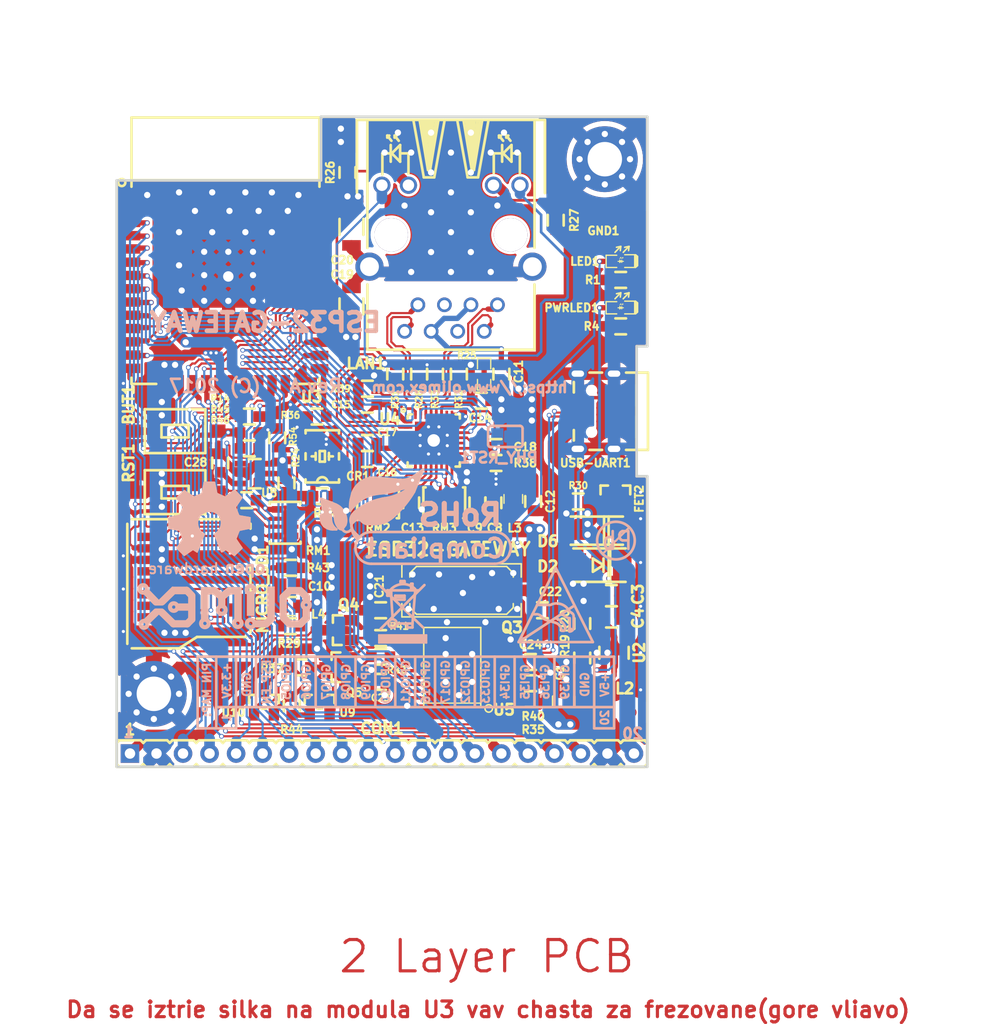
<source format=kicad_pcb>
(kicad_pcb (version 20221018) (generator pcbnew)
  (title_block (title "ESP32-GATEWAY") (rev "A") (company "OLIMEX Ltd.") (comment 1 "https://www.olimex.com"))
  (layers (0 "F.Cu" mixed) (31 "B.Cu" mixed) (34 "B.Paste" user) (35 "F.Paste" user) (36 "B.SilkS" user "B.Silkscreen") (37 "F.SilkS" user "F.Silkscreen") (38 "B.Mask" user) (39 "F.Mask" user) (44 "Edge.Cuts" user))
  (net 0 "")
  (net 1 "+5V")
  (net 2 "GND")
  (net 3 "Net-(BUT1-Pad2)")
  (net 4 "/GPI34/BUT1")
  (net 5 "+3V3")
  (net 6 "Net-(C10-Pad1)")
  (net 7 "Net-(C11-Pad1)")
  (net 8 "Net-(C18-Pad2)")
  (net 9 "Net-(CR1-Pad3)")
  (net 10 "/GPIO3/U0RXD")
  (net 11 "/ESP_EN")
  (net 12 "/GPIO25/EMAC_RXD0(RMII)")
  (net 13 "/GPIO19/EMAC_TXD0(RMII)")
  (net 14 "/GPIO26/EMAC_RXD1(RMII)")
  (net 15 "/GPIO9/SD_DATA2")
  (net 16 "/GPIO8/SD_DATA1")
  (net 17 "/GPIO6/SD_CLK")
  (net 18 "/GPIO7/SD_DATA0")
  (net 19 "/GPIO1/U0TXD")
  (net 20 "/GPIO10/SD_DATA3")
  (net 21 "/GPIO11/SD_CMD")
  (net 22 "Net-(L2-Pad1)")
  (net 23 "Net-(R19-Pad1)")
  (net 24 "Net-(R39-Pad1)")
  (net 25 "/PHYAD0")
  (net 26 "/PHYAD1")
  (net 27 "/PHYAD2")
  (net 28 "/RMIISEL")
  (net 29 "/VDD1A-2A")
  (net 30 "/VDDCR")
  (net 31 "/GPIO22/EMAC_TXD1(RMII)")
  (net 32 "/GPIO21/EMAC_TX_EN(RMII)")
  (net 33 "Net-(MICRO_SD1-Pad5)")
  (net 34 "Net-(LAN1-Pad1)")
  (net 35 "Net-(LAN1-Pad2)")
  (net 36 "Net-(LAN1-Pad7)")
  (net 37 "Net-(LAN1-Pad8)")
  (net 38 "Net-(LAN1-PadAG1)")
  (net 39 "Net-(LAN1-PadAY1)")
  (net 40 "Net-(LAN1-PadKG1)")
  (net 41 "Net-(LAN1-PadKY1)")
  (net 42 "Net-(C19-Pad1)")
  (net 43 "Net-(C21-Pad1)")
  (net 44 "Net-(C22-Pad1)")
  (net 45 "/GPIO23/MDC(RMII)")
  (net 46 "/GPIO27/EMAC_RX_CRS_DV")
  (net 47 "/GPIO0/XTAL1/CLKIN")
  (net 48 "/GPIO2/HS2_DATA0")
  (net 49 "/GPIO14/HS2_CLK")
  (net 50 "/GPIO15/HS2_CMD")
  (net 51 "/GPIO18/MDIO(RMII)")
  (net 52 "/+5V_USB")
  (net 53 "Net-(Q4-Pad2)")
  (net 54 "Net-(Q4-Pad1)")
  (net 55 "Net-(Q5-Pad2)")
  (net 56 "Net-(Q5-Pad1)")
  (net 57 "Net-(R35-Pad1)")
  (net 58 "Net-(R40-Pad1)")
  (net 59 "Net-(U3-Pad32)")
  (net 60 "Net-(U4-Pad4)")
  (net 61 "Net-(U4-Pad14)")
  (net 62 "Net-(U4-Pad18)")
  (net 63 "Net-(U4-Pad20)")
  (net 64 "Net-(U4-Pad26)")
  (net 65 "Net-(U5-Pad6)")
  (net 66 "Net-(U5-Pad7)")
  (net 67 "Net-(U5-Pad11)")
  (net 68 "Net-(U5-Pad12)")
  (net 69 "Net-(U5-Pad13)")
  (net 70 "Net-(U5-Pad14)")
  (net 71 "Net-(U5-Pad17)")
  (net 72 "Net-(USB-UART1-Pad4)")
  (net 73 "/OSC_DIS")
  (net 74 "Net-(PWRLED1-Pad1)")
  (net 75 "Net-(Q5-Pad3)")
  (net 76 "Net-(C28-Pad1)")
  (net 77 "Net-(MICRO_SD1-Pad7)")
  (net 78 "Net-(R44-Pad2)")
  (net 79 "/D_Com")
  (net 80 "/GPI35")
  (net 81 "/GPIO5")
  (net 82 "+5V_EXT")
  (net 83 "/GPIO16")
  (net 84 "/GPIO17")
  (net 85 "/GPI39")
  (net 86 "/GPI36")
  (net 87 "/GPIO4/HS2_DATA1")
  (net 88 "/GPIO13/HS2_DATA3")
  (net 89 "/GPIO12/HS2_DATA2")
  (net 90 "/GPIO32")
  (net 91 "Net-(LED1-Pad1)")
  (net 92 "/GPIO33/LED")
  (footprint "OLIMEX_Other-FP:Mounting_hole_Shield_3.3mm" (layer "F.Cu") (at 73.152 122.301)
    (fp_text reference "MH1" hide)
    (fp_text value "Mounting_hole_Shield_3.3mm" hide)
  )
  (footprint "OLIMEX_RLC-FP:C_0805_5MIL_DWS" (layer "F.Cu") (at 112.395 123.063 90)
    (fp_text reference "C1")
    (fp_text value "47uF/6.3V/20%/X5R/C0805")
  )
  (footprint "OLIMEX_RLC-FP:C_0603_5MIL_DWS" (layer "F.Cu") (at 105.664 104.013 90)
    (fp_text reference "C8")
    (fp_text value "22uF/6.3V/20%/X5R/C0603")
  )
  (footprint "OLIMEX_RLC-FP:C_0603_5MIL_DWS" (layer "F.Cu") (at 104.14 104.013 90)
    (fp_text reference "C9")
    (fp_text value "22uF/6.3V/20%/X5R/C0603")
  )
  (footprint "OLIMEX_RLC-FP:C_0805_5MIL_DWS" (layer "F.Cu") (at 86.233 112.014)
    (fp_text reference "C10")
    (fp_text value "47uF/6.3V/20%/X5R/C0805")
  )
  (footprint "OLIMEX_RLC-FP:C_0603_5MIL_DWS" (layer "F.Cu") (at 106.426 91.694 -90)
    (fp_text reference "C11")
    (fp_text value "100nF/50V/20%/Y5V/C0603")
  )
  (footprint "OLIMEX_RLC-FP:C_0603_5MIL_DWS" (layer "F.Cu") (at 109.474 103.886 -90)
    (fp_text reference "C12")
    (fp_text value "22uF/6.3V/20%/X5R/C0603")
  )
  (footprint "OLIMEX_RLC-FP:C_0603_5MIL_DWS" (layer "F.Cu") (at 97.79 104.013 -90)
    (fp_text reference "C13")
    (fp_text value "100nF/50V/20%/Y5V/C0603")
  )
  (footprint "OLIMEX_RLC-FP:C_0603_5MIL_DWS" (layer "F.Cu") (at 104.521 94.234)
    (fp_text reference "C14")
    (fp_text value "100nF/50V/20%/Y5V/C0603")
  )
  (footprint "OLIMEX_RLC-FP:C_0603_5MIL_DWS" (layer "F.Cu") (at 93.599 94.615 180)
    (fp_text reference "C15")
    (fp_text value "100nF/50V/20%/Y5V/C0603")
  )
  (footprint "OLIMEX_RLC-FP:C_0603_5MIL_DWS" (layer "F.Cu") (at 93.599 99.822 180)
    (fp_text reference "C16")
    (fp_text value "2.2uF/6.3V/10%/X5R/C0603")
  )
  (footprint "OLIMEX_RLC-FP:C_0603_5MIL_DWS" (layer "F.Cu") (at 93.599 98.298 180)
    (fp_text reference "C17")
    (fp_text value "100nF/50V/20%/Y5V/C0603")
  )
  (footprint "OLIMEX_RLC-FP:C_0603_5MIL_DWS" (layer "F.Cu") (at 105.918 98.679 180)
    (fp_text reference "C18")
    (fp_text value "10uF/6.3V/20%/X5R/C0603")
  )
  (footprint "OLIMEX_Crystal-FP:5032-4P_HCX-3S" (layer "F.Cu") (at 89.281 99.568 90)
    (fp_text reference "CR1")
    (fp_text value "Q50MHz/25ppm/3V/4P/5x3.2mm")
  )
  (footprint "OLIMEX_Diodes-FP:DO214AA" (layer "F.Cu") (at 115.824 109.982 180)
    (fp_text reference "D2")
    (fp_text value "SMBJ6.0A(DO-214AA)")
  )
  (footprint "OLIMEX_Other-FP:TESTPAD_40-ROUND" (layer "F.Cu") (at 118.872 77.978)
    (fp_text reference "GND1")
    (fp_text value "TESTPAD" hide)
  )
  (footprint "OLIMEX_RLC-FP:CD32" (layer "F.Cu") (at 115.443 123.444 90)
    (fp_text reference "L2")
    (fp_text value "2.2uH/1.5A/DCR<0.1R/CD32")
  )
  (footprint "OLIMEX_RLC-FP:L_0805_5MIL_DWS" (layer "F.Cu") (at 107.569 103.632 90)
    (fp_text reference "L3")
    (fp_text value "FB0805/600R/2A")
  )
  (footprint "OLIMEX_RLC-FP:L_0805_5MIL_DWS" (layer "F.Cu") (at 86.233 113.919 180)
    (fp_text reference "L4")
    (fp_text value "FB0805/600R/2A")
  )
  (footprint "OLIMEX_LEDs-FP:LED_0603_KA" (layer "F.Cu") (at 117.856 85.344 180)
    (fp_text reference "PWRLED1")
    (fp_text value "LED/RED/0603")
  )
  (footprint "OLIMEX_RLC-FP:R_0603_5MIL_DWS" (layer "F.Cu") (at 82.296 95.758)
    (fp_text reference "R14")
    (fp_text value "220R/R0603")
  )
  (footprint "OLIMEX_RLC-FP:R_0603_5MIL_DWS" (layer "F.Cu") (at 82.042 103.759 180)
    (fp_text reference "R16")
    (fp_text value "220R/R0603")
  )
  (footprint "OLIMEX_RLC-FP:R_0603_5MIL_DWS" (layer "F.Cu") (at 85.852 102.108 90)
    (fp_text reference "R24")
    (fp_text value "1k/R0603")
  )
  (footprint "OLIMEX_RLC-FP:0R_0603" (layer "F.Cu") (at 104.775 91.694 90)
    (fp_text reference "R25")
    (fp_text value "0R(board_mounted)")
  )
  (footprint "OLIMEX_RLC-FP:R_0603_5MIL_DWS" (layer "F.Cu") (at 91.694 72.39 90)
    (fp_text reference "R26")
    (fp_text value "330R/R0603")
  )
  (footprint "OLIMEX_RLC-FP:R_0603_5MIL_DWS" (layer "F.Cu") (at 111.633 76.962 -90)
    (fp_text reference "R27")
    (fp_text value "330R/R0603")
  )
  (footprint "OLIMEX_RLC-FP:R_0603_5MIL_DWS" (layer "F.Cu") (at 98.552 91.694 -90)
    (fp_text reference "R28")
    (fp_text value "49.9R/1%/R0603")
  )
  (footprint "OLIMEX_RLC-FP:R_0603_5MIL_DWS" (layer "F.Cu") (at 86.233 115.824 180)
    (fp_text reference "R29")
    (fp_text value "10k/R0603")
  )
  (footprint "OLIMEX_RLC-FP:R_0603_5MIL_DWS" (layer "F.Cu") (at 96.266 91.694 -90)
    (fp_text reference "R31")
    (fp_text value "49.9R/1%/R0603")
  )
  (footprint "OLIMEX_RLC-FP:R_0603_5MIL_DWS" (layer "F.Cu") (at 102.362 91.694 -90)
    (fp_text reference "R32")
    (fp_text value "49.9R/1%/R0603")
  )
  (footprint "OLIMEX_RLC-FP:R_0603_5MIL_DWS" (layer "F.Cu") (at 100.076 91.694 -90)
    (fp_text reference "R33")
    (fp_text value "49.9R/1%/R0603")
  )
  (footprint "OLIMEX_RLC-FP:R_0603_5MIL_DWS" (layer "F.Cu") (at 89.281 103.378)
    (fp_text reference "R34")
    (fp_text value "10k/R0603")
  )
  (footprint "OLIMEX_RLC-FP:R_0603_5MIL_DWS" (layer "F.Cu") (at 109.22 122.809)
    (fp_text reference "R35")
    (fp_text value "220R/R0603")
  )
  (footprint "OLIMEX_RLC-FP:R_0603_5MIL_DWS" (layer "F.Cu") (at 88.773 95.758)
    (fp_text reference "R36")
    (fp_text value "10R/R0603")
  )
  (footprint "OLIMEX_RLC-FP:R_0603_5MIL_DWS" (layer "F.Cu") (at 105.918 100.203)
    (fp_text reference "R38")
    (fp_text value "10k/R0603")
  )
  (footprint "OLIMEX_RLC-FP:R_0603_5MIL_DWS" (layer "F.Cu") (at 93.599 93.091 180)
    (fp_text reference "R39")
    (fp_text value "12.1k/1%/R0603")
  )
  (footprint "OLIMEX_RLC-FP:R_0603_5MIL_DWS" (layer "F.Cu") (at 109.22 121.285)
    (fp_text reference "R40")
    (fp_text value "220R/R0603")
  )
  (footprint "OLIMEX_RLC-FP:R_0603_5MIL_DWS" (layer "F.Cu") (at 94.869 116.967 180)
    (fp_text reference "R41")
    (fp_text value "1k/R0603")
  )
  (footprint "OLIMEX_RLC-FP:R_MATRIX_4" (layer "F.Cu") (at 85.725 105.918 -90)
    (fp_text reference "RM1")
    (fp_text value "RA1206_(4X0603)_4B8_2.2k")
  )
  (footprint "OLIMEX_RLC-FP:R_MATRIX_4" (layer "F.Cu") (at 94.615 104.013)
    (fp_text reference "RM2")
    (fp_text value "RA1206_(4X0603)_4B8_2.2k")
  )
  (footprint "OLIMEX_RLC-FP:R_MATRIX_4" (layer "F.Cu") (at 100.965 104.013 180)
    (fp_text reference "RM3")
    (fp_text value "RA1206_(4X0603)_4B8_2.2k")
  )
  (footprint "OLIMEX_Regulators-FP:SOT-23-5" (layer "F.Cu") (at 117.221 118.364 -90)
    (fp_text reference "U2")
    (fp_text value "SY8009AAAC(SOT23-5)")
  )
  (footprint "OLIMEX_Cases-FP:ESP-WROOM-32_MODULE" (layer "F.Cu") (at 80.01 79.883)
    (fp_text reference "U3")
    (fp_text value "ESP-WROOM-32")
  )
  (footprint "OLIMEX_IC-FP:QFN32_EP(33)_5.00x5.00x0.90mm_Pitch_0.50mm" (layer "F.Cu") (at 99.949 98.044 -90)
    (fp_text reference "U4")
    (fp_text value "LAN8710A-EZC(QFN32)")
  )
  (footprint "OLIMEX_Connectors-FP:TFC-WXCP11-08-LF" (layer "F.Cu") (at 76.327 111.125 180)
    (fp_text reference "MICRO_SD1")
    (fp_text value "TFC-WXCP11-08-LF")
  )
  (footprint "OLIMEX_RLC-FP:R_0603_5MIL_DWS" (layer "F.Cu") (at 86.233 110.236 180)
    (fp_text reference "R43")
    (fp_text value "10R/R0603")
  )
  (footprint "OLIMEX_Buttons-FP:T1107A(6x3,8x2,5MM)" (layer "F.Cu") (at 75.184 97.155 180)
    (fp_text reference "BUT1")
    (fp_text value "T1107A(6x3,8x2,5MM)")
  )
  (footprint "OLIMEX_Buttons-FP:T1107A(6x3,8x2,5MM)" (layer "F.Cu") (at 75.184 102.997 180)
    (fp_text reference "RST1")
    (fp_text value "T1107A(6x3,8x2,5MM)")
  )
  (footprint "OLIMEX_Connectors-FP:RJLBC-060TC1" (layer "F.Cu") (at 101.6 78.359 180)
    (fp_text reference "LAN1")
    (fp_text value "RJLD-060TC1(LPJ4013EDNL)")
  )
  (footprint "OLIMEX_RLC-FP:C_1206_5MIL_DWS_ISO" (layer "F.Cu") (at 92.075 85.217 -90)
    (fp_text reference "C19")
    (fp_text value "1nF/2000V/10%/X7R/C1206")
  )
  (footprint "OLIMEX_RLC-FP:C_1206_5MIL_DWS_ISO" (layer "F.Cu") (at 92.075 77.597 90)
    (fp_text reference "C20")
    (fp_text value "NA(1nF/2000V/10%/X7R/C1206)")
  )
  (footprint "OLIMEX_Other-FP:Fiducial1x3" (layer "F.Cu") (at 77.47 124.079)
    (fp_text reference "")
    (fp_text value "")
  )
  (footprint "OLIMEX_Other-FP:Fiducial1x3" (layer "F.Cu") (at 118.872 75.057)
    (fp_text reference "")
    (fp_text value "")
  )
  (footprint "OLIMEX_RLC-FP:R_0603_5MIL_DWS" (layer "F.Cu") (at 117.856 87.122 180)
    (fp_text reference "R4")
    (fp_text value "2.2k/R0603")
  )
  (footprint "OLIMEX_RLC-FP:R_0603_5MIL_DWS" (layer "F.Cu") (at 114.173 118.872 -90)
    (fp_text reference "R19")
    (fp_text value "4.99k/1%/R0603")
  )
  (footprint "OLIMEX_RLC-FP:R_0603_5MIL_DWS" (layer "F.Cu") (at 114.173 115.57 90)
    (fp_text reference "R20")
    (fp_text value "1.1k/1%/R0603")
  )
  (footprint "OLIMEX_RLC-FP:C_0603_5MIL_DWS" (layer "F.Cu") (at 94.869 114.3 180)
    (fp_text reference "C21")
    (fp_text value "27pF/50V/5%/C0G/C0603")
  )
  (footprint "OLIMEX_RLC-FP:C_0603_5MIL_DWS" (layer "F.Cu") (at 110.363 114.3)
    (fp_text reference "C22")
    (fp_text value "27pF/50V/5%/C0G/C0603")
  )
  (footprint "OLIMEX_RLC-FP:C_0603_5MIL_DWS" (layer "F.Cu") (at 94.869 121.158 180)
    (fp_text reference "C23")
    (fp_text value "22uF/6.3V/20%/X5R/C0603")
  )
  (footprint "OLIMEX_RLC-FP:C_0603_5MIL_DWS" (layer "F.Cu") (at 109.22 119.253)
    (fp_text reference "C24")
    (fp_text value "100nF/50V/20%/Y5V/C0603")
  )
  (footprint "OLIMEX_RLC-FP:C_0603_5MIL_DWS" (layer "F.Cu") (at 79.502 100.203 90)
    (fp_text reference "C28")
    (fp_text value "100nF/50V/20%/Y5V/C0603")
  )
  (footprint "OLIMEX_Diodes-FP:SMA-KA" (layer "F.Cu") (at 115.57 106.68 180)
    (fp_text reference "D6")
    (fp_text value "1N5822/SS34/SMA")
  )
  (footprint "OLIMEX_Transistors-FP:SOT23" (layer "F.Cu") (at 117.348 102.997 -90)
    (fp_text reference "FET2")
    (fp_text value "IRLML6402")
  )
  (footprint "OLIMEX_Crystal-FP:Q_49U3HMS" (layer "F.Cu") (at 102.616 112.395)
    (fp_text reference "Q3")
    (fp_text value "Q12MHz/20pF/30ppm/2P/HC-49SM(SMD)")
  )
  (footprint "OLIMEX_Transistors-FP:SOT23" (layer "F.Cu") (at 90.932 116.205)
    (fp_text reference "Q4")
    (fp_text value "BC817-40(SOT23)")
  )
  (footprint "OLIMEX_Transistors-FP:SOT23" (layer "F.Cu") (at 90.805 119.761)
    (fp_text reference "Q5")
    (fp_text value "BC817-40(SOT23)")
  )
  (footprint "OLIMEX_RLC-FP:R_0603_5MIL_DWS" (layer "F.Cu") (at 113.792 103.886 180)
    (fp_text reference "R30")
    (fp_text value "10k/R0603")
  )
  (footprint "OLIMEX_RLC-FP:R_0603_5MIL_DWS" (layer "F.Cu") (at 94.869 118.745 180)
    (fp_text reference "R42")
    (fp_text value "1k/R0603")
  )
  (footprint "OLIMEX_RLC-FP:R_0603_5MIL_DWS" (layer "F.Cu") (at 82.296 97.282 180)
    (fp_text reference "R45")
    (fp_text value "10k/R0603")
  )
  (footprint "OLIMEX_RLC-FP:R_0603_5MIL_DWS" (layer "F.Cu") (at 82.296 98.806)
    (fp_text reference "R46")
    (fp_text value "NA/R0603")
  )
  (footprint "OLIMEX_RLC-FP:R_0603_5MIL_DWS" (layer "F.Cu") (at 84.963 97.79 90)
    (fp_text reference "R54")
    (fp_text value "NA/R0603")
  )
  (footprint "OLIMEX_IC-FP:SSOP-20W" (layer "F.Cu") (at 101.727 119.761 90)
    (fp_text reference "U5")
    (fp_text value "CH340T(SSOP20W)")
  )
  (footprint "OLIMEX_RLC-FP:C_0805_5MIL_DWS" (layer "F.Cu") (at 116.967 112.903 180)
    (fp_text reference "C3")
    (fp_text value "47uF/6.3V/20%/X5R/C0805")
  )
  (footprint "OLIMEX_RLC-FP:C_0805_5MIL_DWS" (layer "F.Cu") (at 116.967 114.935 180)
    (fp_text reference "C4")
    (fp_text value "47uF/6.3V/20%/X5R/C0805")
  )
  (footprint "OLIMEX_RLC-FP:R_0603_5MIL_DWS" (layer "F.Cu") (at 87.249 119.761 180)
    (fp_text reference "R37")
    (fp_text value "220R/R0603")
  )
  (footprint "OLIMEX_IC-FP:SOT-23-5" (layer "F.Cu") (at 82.804 101.219)
    (fp_text reference "U8")
    (fp_text value "BD5230G-TR(SSOP5/SOT-23-5)")
  )
  (footprint "OLIMEX_RLC-FP:R_0603_5MIL_DWS" (layer "F.Cu") (at 86.36 123.444 -90)
    (fp_text reference "R44")
    (fp_text value "NA/R0603")
  )
  (footprint "OLIMEX_Diodes-FP:SOT23-3" (layer "F.Cu") (at 89.027 123.063 -90)
    (fp_text reference "U9")
    (fp_text value "BAT54C(SOT23-3)")
  )
  (footprint "OLIMEX_Diodes-FP:SOT23-3" (layer "F.Cu") (at 83.693 123.063 -90)
    (fp_text reference "U10")
    (fp_text value "BAT54C(SOT23-3)")
  )
  (footprint "OLIMEX_Other-FP:Mounting_hole_Shield_3.3mm" (layer "F.Cu") (at 116.332 71.12)
    (fp_text reference "MH2" hide)
    (fp_text value "Mounting_hole_Shield_3.3mm" hide)
  )
  (footprint "OLIMEX_Connectors-FP:USB-MICRO_MISB-SWMM-5B_LF" (layer "F.Cu") (at 116.967 95.25)
    (fp_text reference "USB-UART1")
    (fp_text value "MISB-SWMM-5B-LF(USB_MICRO)")
  )
  (footprint "OLIMEX_Connectors-FP:HN1x20" (layer "F.Cu") (at 94.996 128.016)
    (fp_text reference "CON1")
    (fp_text value "NA(NH1x20)")
  )
  (footprint "OLIMEX_Other-FP:Fiducial1x3" (layer "F.Cu") (at 118.872 124.079)
    (fp_text reference "")
    (fp_text value "")
  )
  (footprint "OLIMEX_LEDs-FP:LED_0603_KA" (layer "F.Cu") (at 117.856 80.899 180)
    (fp_text reference "LED1")
    (fp_text value "LED/GREEN/0603")
  )
  (footprint "OLIMEX_RLC-FP:R_0603_5MIL_DWS" (layer "F.Cu") (at 117.856 82.677)
    (fp_text reference "R1")
    (fp_text value "2.2k/R0603")
  )
  (footprint "OLIMEX_Jumpers-FP:SJ" (layer "B.Cu") (at 106.807 97.663 180)
    (fp_text reference "PHY_RST1")
    (fp_text value "Opened")
  )
  (footprint "OLIMEX_LOGOs-FP:LOGO_ANTISTATIC_1" (layer "B.Cu") (at 115.189 117.348 180)
    (fp_text reference "Ref**" hide)
    (fp_text value "Val**" hide)
  )
  (footprint "OLIMEX_LOGOs-FP:LOGO_OPENHARDWARE_8x8" (layer "B.Cu") (at 78.486 106.045 180)
    (fp_text reference "" hide)
    (fp_text value "" hide)
  )
  (footprint "OLIMEX_LOGOs-FP:LOGO_PBFREE" (layer "B.Cu") (at 117.602 107.315)
    (fp_text reference "")
    (fp_text value "")
  )
  (footprint "OLIMEX_LOGOs-FP:LOGO_RECYCLEBIN_1" (layer "B.Cu") (at 99.314 117.475 180)
    (fp_text reference "" hide)
    (fp_text value "" hide)
  )
  (footprint "OLIMEX_LOGOs-FP:LOGO_ROHS_1" (layer "B.Cu") (at 106.299 109.22 180)
    (fp_text reference "Ref**" hide)
    (fp_text value "Val**" hide)
  )
  (footprint "OLIMEX_LOGOs-FP:OLIMEX_LOGO_TB" (layer "B.Cu") (at 79.756 113.919 180)
    (fp_text reference "" hide)
    (fp_text value "" hide)
  )
  (gr_line (start 115.316 118.745) (end 115.316 123.571) (stroke (width 0.254)) (layer "B.SilkS"))
  (gr_line (start 117.221 118.745) (end 117.221 123.571) (stroke (width 0.254)) (layer "B.SilkS"))
  (gr_line (start 109.601 118.745) (end 109.601 123.571) (stroke (width 0.254)) (layer "B.SilkS"))
  (gr_line (start 81.026 118.872) (end 81.026 123.571) (stroke (width 0.254)) (layer "B.SilkS"))
  (gr_line (start 103.886 118.745) (end 103.886 123.571) (stroke (width 0.254)) (layer "B.SilkS"))
  (gr_line (start 84.836 118.745) (end 84.836 123.571) (stroke (width 0.254)) (layer "B.SilkS"))
  (gr_line (start 92.456 118.745) (end 92.456 123.571) (stroke (width 0.254)) (layer "B.SilkS"))
  (gr_line (start 96.266 118.745) (end 96.266 123.571) (stroke (width 0.254)) (layer "B.SilkS"))
  (gr_line (start 77.343 125.603) (end 79.121 125.603) (stroke (width 0.254)) (layer "B.SilkS"))
  (gr_line (start 79.121 125.603) (end 79.121 118.745) (stroke (width 0.254)) (layer "B.SilkS"))
  (gr_line (start 117.221 123.571) (end 117.221 125.603) (stroke (width 0.254)) (layer "B.SilkS"))
  (gr_line (start 79.121 125.603) (end 81.026 125.603) (stroke (width 0.254)) (layer "B.SilkS"))
  (gr_line (start 101.981 118.745) (end 101.981 123.571) (stroke (width 0.254)) (layer "B.SilkS"))
  (gr_line (start 90.551 118.745) (end 90.551 123.571) (stroke (width 0.254)) (layer "B.SilkS"))
  (gr_line (start 82.931 118.745) (end 82.931 123.571) (stroke (width 0.254)) (layer "B.SilkS"))
  (gr_line (start 98.171 118.745) (end 98.171 123.571) (stroke (width 0.254)) (layer "B.SilkS"))
  (gr_line (start 117.221 125.603) (end 115.316 125.603) (stroke (width 0.254)) (layer "B.SilkS"))
  (gr_line (start 88.646 118.745) (end 88.646 123.571) (stroke (width 0.254)) (layer "B.SilkS"))
  (gr_line (start 117.221 123.571) (end 79.121 123.571) (stroke (width 0.254)) (layer "B.SilkS"))
  (gr_line (start 100.076 118.745) (end 100.076 123.571) (stroke (width 0.254)) (layer "B.SilkS"))
  (gr_line (start 77.343 118.745) (end 77.343 125.603) (stroke (width 0.254)) (layer "B.SilkS"))
  (gr_line (start 111.506 118.745) (end 111.506 123.571) (stroke (width 0.254)) (layer "B.SilkS"))
  (gr_line (start 94.361 118.745) (end 94.361 123.571) (stroke (width 0.254)) (layer "B.SilkS"))
  (gr_line (start 113.411 118.745) (end 113.411 123.571) (stroke (width 0.254)) (layer "B.SilkS"))
  (gr_line (start 115.316 125.603) (end 115.316 123.571) (stroke (width 0.254)) (layer "B.SilkS"))
  (gr_line (start 86.741 118.745) (end 86.741 123.571) (stroke (width 0.254)) (layer "B.SilkS"))
  (gr_line (start 81.026 123.698) (end 81.026 125.603) (stroke (width 0.254)) (layer "B.SilkS"))
  (gr_line (start 117.221 118.745) (end 77.343 118.745) (stroke (width 0.254)) (layer "B.SilkS"))
  (gr_line (start 105.791 118.745) (end 105.791 123.571) (stroke (width 0.254)) (layer "B.SilkS"))
  (gr_line (start 107.696 118.745) (end 107.696 123.571) (stroke (width 0.254)) (layer "B.SilkS"))
  (gr_line (start 89.154 73.152) (end 89.154 67.056) (stroke (width 0.254)) (layer "Edge.Cuts"))
  (gr_line (start 69.596 73.152) (end 89.154 73.152) (stroke (width 0.254)) (layer "Edge.Cuts"))
  (gr_line (start 69.596 73.152) (end 69.596 129.286) (stroke (width 0.254)) (layer "Edge.Cuts"))
  (gr_line (start 119.38 101.473) (end 120.396 101.473) (stroke (width 0.254)) (layer "Edge.Cuts"))
  (gr_line (start 120.396 89.027) (end 119.38 89.027) (stroke (width 0.254)) (layer "Edge.Cuts"))
  (gr_line (start 120.396 67.056) (end 120.396 89.027) (stroke (width 0.254)) (layer "Edge.Cuts"))
  (gr_line (start 120.396 101.473) (end 120.396 129.286) (stroke (width 0.254)) (layer "Edge.Cuts"))
  (gr_line (start 119.38 89.027) (end 119.38 101.473) (stroke (width 0.254)) (layer "Edge.Cuts"))
  (gr_line (start 69.596 129.286) (end 120.396 129.286) (stroke (width 0.254)) (layer "Edge.Cuts"))
  (gr_line (start 120.396 67.056) (end 89.154 67.056) (stroke (width 0.254)) (layer "Edge.Cuts"))
  (gr_text "2 Layer PCB" (at 105.029 147.447) (layer "F.Cu") (effects (font (size 3 3) (thickness 0.3))))
  (gr_text "Da se iztrie silka na modula U3 vav chasta za frezovane(gore vliavo)" (at 105.156 152.527) (layer "F.Cu") (effects (font (size 1.5 1.5) (thickness 0.3))))
  (gr_text "1" (at 80.137 124.587 90) (layer "B.SilkS") (effects (font (size 0.762 0.762) (thickness 0.1905)) (justify mirror)))
  (gr_text "ESP_EN" (at 83.947 121.158 90) (layer "B.SilkS") (effects (font (size 0.762 0.762) (thickness 0.1905)) (justify mirror)))
  (gr_text "GPIO5" (at 85.852 121.158 90) (layer "B.SilkS") (effects (font (size 0.762 0.762) (thickness 0.1905)) (justify mirror)))
  (gr_text "GPIO6" (at 87.757 121.158 90) (layer "B.SilkS") (effects (font (size 0.762 0.762) (thickness 0.1905)) (justify mirror)))
  (gr_text "GPIO7" (at 89.662 121.158 90) (layer "B.SilkS") (effects (font (size 0.762 0.762) (thickness 0.1905)) (justify mirror)))
  (gr_text "GPIO8" (at 91.567 121.158 90) (layer "B.SilkS") (effects (font (size 0.762 0.762) (thickness 0.1905)) (justify mirror)))
  (gr_text "GPIO9" (at 93.472 121.158 90) (layer "B.SilkS") (effects (font (size 0.762 0.762) (thickness 0.1905)) (justify mirror)))
  (gr_text "GPIO10" (at 95.377 121.158 90) (layer "B.SilkS") (effects (font (size 0.762 0.762) (thickness 0.1905)) (justify mirror)))
  (gr_text "GPIO11" (at 97.282 121.158 90) (layer "B.SilkS") (effects (font (size 0.762 0.762) (thickness 0.1905)) (justify mirror)))
  (gr_text "GPIO16" (at 99.187 121.158 90) (layer "B.SilkS") (effects (font (size 0.762 0.762) (thickness 0.1905)) (justify mirror)))
  (gr_text "GPIO17" (at 101.092 121.158 90) (layer "B.SilkS") (effects (font (size 0.762 0.762) (thickness 0.1905)) (justify mirror)))
  (gr_text "PIN MAP:" (at 78.232 121.92 90) (layer "B.SilkS") (effects (font (size 0.762 0.762) (thickness 0.1905)) (justify mirror)))
  (gr_text "GPIO32" (at 102.997 121.158 90) (layer "B.SilkS") (effects (font (size 0.762 0.762) (thickness 0.1905)) (justify mirror)))
  (gr_text "GPIO33" (at 104.902 121.158 90) (layer "B.SilkS") (effects (font (size 0.762 0.762) (thickness 0.1905)) (justify mirror)))
  (gr_text "GPI34" (at 106.807 121.158 90) (layer "B.SilkS") (effects (font (size 0.762 0.762) (thickness 0.1905)) (justify mirror)))
  (gr_text "GPI35" (at 108.712 121.158 90) (layer "B.SilkS") (effects (font (size 0.762 0.762) (thickness 0.1905)) (justify mirror)))
  (gr_text "GPI36" (at 110.617 121.158 90) (layer "B.SilkS") (effects (font (size 0.762 0.762) (thickness 0.1905)) (justify mirror)))
  (gr_text "GND" (at 114.427 121.412 90) (layer "B.SilkS") (effects (font (size 0.762 0.762) (thickness 0.1905)) (justify mirror)))
  (gr_text "GPI39" (at 112.522 121.158 90) (layer "B.SilkS") (effects (font (size 0.762 0.762) (thickness 0.1905)) (justify mirror)))
  (gr_text "+5V" (at 116.332 121.412 90) (layer "B.SilkS") (effects (font (size 0.762 0.762) (thickness 0.1905)) (justify mirror)))
  (gr_text "Rev.A" (at 88.646 92.837) (layer "B.SilkS") (effects (font (size 1.27 1.27) (thickness 0.254)) (justify mirror)))
  (gr_text "20" (at 116.332 124.587 90) (layer "B.SilkS") (effects (font (size 0.762 0.762) (thickness 0.1905)) (justify mirror)))
  (gr_text "20" (at 118.999 126.111) (layer "B.SilkS") (effects (font (size 1.016 1.016) (thickness 0.254)) (justify mirror)))
  (gr_text "+3.3V" (at 80.137 121.031 90) (layer "B.SilkS") (effects (font (size 0.762 0.762) (thickness 0.1905)) (justify mirror)))
  (gr_text "ESP32-GATEWAY" (at 83.82 86.741) (layer "B.SilkS") (effects (font (size 1.778 1.778) (thickness 0.4445)) (justify mirror)))
  (gr_text "GND" (at 82.042 121.412 90) (layer "B.SilkS") (effects (font (size 0.762 0.762) (thickness 0.1905)) (justify mirror)))
  (gr_text "1" (at 70.739 125.984) (layer "B.SilkS") (effects (font (size 1.016 1.016) (thickness 0.254)) (justify mirror)))
  (gr_text "(C) 2017" (at 78.994 92.837) (layer "B.SilkS") (effects (font (size 1.27 1.27) (thickness 0.254)) (justify mirror)))
  (gr_text "https://www.olimex.com" (at 103.378 92.964) (layer "B.SilkS") (effects (font (size 1.016 1.016) (thickness 0.254)) (justify mirror)))
  (gr_text "ESP32-GATEWAY\n" (at 101.346 108.458) (layer "F.SilkS") (effects (font (size 1.27 1.27) (thickness 0.254))))
  (gr_text "1" (at 70.866 125.73) (layer "F.SilkS") (effects (font (size 1.016 1.016) (thickness 0.254))))
  (segment (start 118.07 109.913) (end 118.07 106.68) (width 1.524) (layer "F.Cu") (net 1))
  (segment (start 117.983 110) (end 117.983 111.252) (width 1.524) (layer "F.Cu") (net 1))
  (segment (start 115.92 120.015) (end 115.57 120.015) (width 0.508) (layer "F.Cu") (net 1))
  (segment (start 117.983 111.252) (end 117.983 112.903) (width 1.524) (layer "F.Cu") (net 1))
  (segment (start 118.364 104.16794) (end 118.364 104.902) (width 1.016) (layer "F.Cu") (net 1))
  (segment (start 118.364 106.386) (end 118.364 104.902) (width 1.524) (layer "F.Cu") (net 1))
  (segment (start 118.491 116.744) (end 118.491 116.459) (width 0.508) (layer "F.Cu") (net 1))
  (segment (start 118.491 116.459) (end 118.491 115.443) (width 1.27) (layer "F.Cu") (net 1))
  (segment (start 118.491 115.443) (end 117.983 114.935) (width 1.27) (layer "F.Cu") (net 1))
  (segment (start 115.824 85.344) (end 117.094 85.344) (width 0.508) (layer "F.Cu") (net 1))
  (segment (start 117.983 111.252) (end 116.713 111.252) (width 0.508) (layer "F.Cu") (net 1))
  (segment (start 116.271 119.664) (end 115.92 120.015) (width 0.508) (layer "F.Cu") (net 1))
  (segment (start 118.07 106.68) (end 118.364 106.386) (width 1.524) (layer "F.Cu") (net 1))
  (segment (start 118.3005 104.10444) (end 118.364 104.16794) (width 1.016) (layer "F.Cu") (net 1))
  (segment (start 118.171 117.064) (end 118.491 116.744) (width 0.508) (layer "F.Cu") (net 1))
  (segment (start 118.001 109.982) (end 118.07 109.913) (width 1.524) (layer "F.Cu") (net 1))
  (segment (start 117.983 112.903) (end 117.983 114.935) (width 1.524) (layer "F.Cu") (net 1))
  (segment (start 118.001 109.982) (end 117.983 110) (width 1.524) (layer "F.Cu") (net 1))
  (via (at 115.57 120.015) (size 0.45) (drill 0.3) (layers "F.Cu" "B.Cu") (net 1))
  (via (at 116.713 111.252) (size 0.45) (drill 0.3) (layers "F.Cu" "B.Cu") (net 1))
  (via (at 115.824 85.344) (size 0.45) (drill 0.3) (layers "F.Cu" "B.Cu") (net 1))
  (segment (start 115.57 120.015) (end 116.713 120.015) (width 0.2032) (layer "B.Cu") (net 1))
  (segment (start 116.713 120.015) (end 117.348 119.38) (width 0.2032) (layer "B.Cu") (net 1))
  (segment (start 116.713 111.252) (end 117.348 111.887) (width 0.2032) (layer "B.Cu") (net 1))
  (segment (start 116.713 110.49) (end 113.792 107.569) (width 0.254) (layer "B.Cu") (net 1))
  (segment (start 113.792 107.569) (end 113.792 101.092) (width 0.254) (layer "B.Cu") (net 1))
  (segment (start 115.824 99.06) (end 115.824 85.344) (width 0.254) (layer "B.Cu") (net 1))
  (segment (start 113.792 101.092) (end 115.824 99.06) (width 0.254) (layer "B.Cu") (net 1))
  (segment (start 117.348 111.887) (end 117.348 119.38) (width 0.2032) (layer "B.Cu") (net 1))
  (segment (start 116.713 111.252) (end 116.713 110.49) (width 0.254) (layer "B.Cu") (net 1))
  (segment (start 72.433 74.633) (end 72.517 74.549) (width 0.762) (layer "F.Cu") (net 2))
  (segment (start 87.119 74.673) (end 86.995 74.549) (width 1.016) (layer "F.Cu") (net 2))
  (segment (start 81.82 108.458) (end 82.804 108.458) (width 1.016) (layer "F.Cu") (net 2))
  (segment (start 90.17 111.125) (end 90.17 112.141) (width 1.016) (layer "F.Cu") (net 2))
  (segment (start 109.855 110.109) (end 107.569 110.109) (width 1.016) (layer "F.Cu") (net 2))
  (segment (start 93.726 121.158) (end 93.98 121.158) (width 0.254) (layer "F.Cu") (net 2))
  (segment (start 103.987 118.136) (end 103.632 118.491) (width 0.4064) (layer "F.Cu") (net 2))
  (segment (start 103.632 111.125) (end 103.632 110.109) (width 1.016) (layer "F.Cu") (net 2))
  (segment (start 103.632 110.109) (end 103.632 110.363) (width 1.016) (layer "F.Cu") (net 2))
  (segment (start 103.632 110.363) (end 103.632 110.109) (width 1.016) (layer "F.Cu") (net 2))
  (segment (start 103.632 110.109) (end 100.457 110.109) (width 1.016) (layer "F.Cu") (net 2))
  (segment (start 106.273 118.136) (end 107.315 117.094) (width 0.254) (layer "F.Cu") (net 2))
  (segment (start 97.409 123.825) (end 100.965 123.825) (width 1.016) (layer "F.Cu") (net 2))
  (segment (start 100.965 123.825) (end 102.362 122.428) (width 1.016) (layer "F.Cu") (net 2))
  (segment (start 94.234 91.821) (end 93.472 91.821) (width 0.762) (layer "F.Cu") (net 2))
  (segment (start 93.472 91.821) (end 92.71 92.583) (width 0.762) (layer "F.Cu") (net 2))
  (segment (start 105.918 101.727) (end 105.918 101.219) (width 0.508) (layer "F.Cu") (net 2))
  (segment (start 92.456 87.376) (end 92.456 88.138) (width 1.016) (layer "F.Cu") (net 2))
  (segment (start 91.694 75.438) (end 91.694 74.676) (width 1.016) (layer "F.Cu") (net 2))
  (segment (start 92.71 74.676) (end 92.71 75.184) (width 1.016) (layer "F.Cu") (net 2))
  (segment (start 92.71 75.184) (end 92.075 75.819) (width 1.016) (layer "F.Cu") (net 2))
  (segment (start 92.71 101.854) (end 92.329 102.235) (width 0.762) (layer "F.Cu") (net 2))
  (segment (start 92.329 102.235) (end 92.329 104.267) (width 0.762) (layer "F.Cu") (net 2))
  (segment (start 92.329 104.267) (end 92.329 104.775) (width 0.762) (layer "F.Cu") (net 2))
  (segment (start 91.567 87.503) (end 91.567 88.138) (width 1.016) (layer "F.Cu") (net 2))
  (segment (start 105.537 94.107) (end 106.426 94.107) (width 0.762) (layer "F.Cu") (net 2))
  (segment (start 102.715 96.294) (end 102.997 96.012) (width 0.254) (layer "F.Cu") (net 2))
  (segment (start 102.997 96.012) (end 102.997 95.758) (width 0.254) (layer "F.Cu") (net 2))
  (segment (start 101.789 95.504) (end 102.362 95.504) (width 0.254) (layer "F.Cu") (net 2))
  (segment (start 106.68 98.552) (end 106.68 95.377) (width 0.508) (layer "F.Cu") (net 2))
  (segment (start 106.68 95.377) (end 106.426 95.123) (width 0.508) (layer "F.Cu") (net 2))
  (segment (start 105.918 102.87) (end 105.664 103.124) (width 0.508) (layer "F.Cu") (net 2))
  (segment (start 98.044 104.648) (end 98.806 104.648) (width 0.508) (layer "F.Cu") (net 2))
  (segment (start 99.568 104.648) (end 98.806 104.648) (width 0.508) (layer "F.Cu") (net 2))
  (segment (start 104.14 101.981) (end 103.124 101.981) (width 1.016) (layer "F.Cu") (net 2))
  (segment (start 76.7588 89.8652) (end 77.9696 88.6544) (width 1.016) (layer "F.Cu") (net 2))
  (segment (start 74.31 90.947) (end 74.168 90.805) (width 1.016) (layer "F.Cu") (net 2))
  (segment (start 74.056 94.219) (end 73.914 94.361) (width 1.016) (layer "F.Cu") (net 2))
  (segment (start 73.914 95.631) (end 73.914 94.361) (width 1.016) (layer "F.Cu") (net 2))
  (segment (start 79.248 109.474) (end 73.914 109.474) (width 1.016) (layer "F.Cu") (net 2))
  (segment (start 72.328 109.474) (end 73.914 109.474) (width 0.762) (layer "F.Cu") (net 2))
  (segment (start 79.121 89.662) (end 78.613 89.662) (width 0.508) (layer "F.Cu") (net 2))
  (segment (start 78.105 89.662) (end 78.613 89.662) (width 0.508) (layer "F.Cu") (net 2))
  (segment (start 82.35 107.442) (end 82.804 107.442) (width 1.016) (layer "F.Cu") (net 2))
  (segment (start 75.184 116.459) (end 74.168 116.459) (width 1.016) (layer "F.Cu") (net 2))
  (segment (start 87.376 112.141) (end 90.17 112.141) (width 1.016) (layer "F.Cu") (net 2))
  (segment (start 89.281 109.982) (end 90.17 109.982) (width 1.016) (layer "F.Cu") (net 2))
  (segment (start 95.504 110.109) (end 95.631 110.109) (width 1.016) (layer "F.Cu") (net 2))
  (segment (start 94.615 110.998) (end 93.853 110.998) (width 1.016) (layer "F.Cu") (net 2))
  (segment (start 93.853 112.014) (end 93.853 113.03) (width 1.016) (layer "F.Cu") (net 2))
  (segment (start 86.36 108.458) (end 87.757 108.458) (width 1.016) (layer "F.Cu") (net 2))
  (segment (start 73.406 102.108) (end 73.914 102.108) (width 1.016) (layer "F.Cu") (net 2))
  (segment (start 84.389 100.269) (end 84.709 99.949) (width 0.508) (layer "F.Cu") (net 2))
  (segment (start 84.709 99.949) (end 85.471 99.949) (width 0.508) (layer "F.Cu") (net 2))
  (segment (start 80.518 100.33) (end 80.518 100.838) (width 0.4064) (layer "F.Cu") (net 2))
  (segment (start 80.518 100.838) (end 80.899 101.219) (width 0.4064) (layer "F.Cu") (net 2))
  (segment (start 83.246 100.269) (end 82.296 101.219) (width 0.508) (layer "F.Cu") (net 2))
  (segment (start 82.296 101.219) (end 80.899 101.219) (width 0.4064) (layer "F.Cu") (net 2))
  (segment (start 90.17 97.917) (end 89.662 97.917) (width 0.508) (layer "F.Cu") (net 2))
  (segment (start 90.424 98.425) (end 89.662 98.425) (width 0.508) (layer "F.Cu") (net 2))
  (segment (start 73.914 108.458) (end 73.914 109.474) (width 1.016) (layer "F.Cu") (net 2))
  (segment (start 97.786 122.686) (end 97.536 122.936) (width 0.3048) (layer "F.Cu") (net 2))
  (segment (start 97.536 122.936) (end 97.536 123.317) (width 0.762) (layer "F.Cu") (net 2))
  (segment (start 97.536 123.317) (end 97.409 123.444) (width 0.762) (layer "F.Cu") (net 2))
  (segment (start 93.853 114.3) (end 93.853 113.03) (width 0.762) (layer "F.Cu") (net 2))
  (segment (start 80.264 82.379) (end 80.264 86.868) (width 1.016) (layer "F.Cu") (net 2))
  (segment (start 82.677 84.742) (end 82.677 86.868) (width 1.016) (layer "F.Cu") (net 2))
  (segment (start 81.882 83.947) (end 83.82 83.947) (width 1.016) (layer "F.Cu") (net 2))
  (segment (start 80.585 82.042) (end 84.074 82.042) (width 1.016) (layer "F.Cu") (net 2))
  (segment (start 82.744 79.883) (end 84.328 79.883) (width 1.016) (layer "F.Cu") (net 2))
  (segment (start 80.264 82.329) (end 80.264 77.978) (width 1.016) (layer "F.Cu") (net 2))
  (segment (start 82.804 79.823) (end 82.804 77.851) (width 1.016) (layer "F.Cu") (net 2))
  (segment (start 77.724 79.789) (end 77.724 77.851) (width 1.016) (layer "F.Cu") (net 2))
  (segment (start 77.945 80.01) (end 75.946 80.01) (width 1.016) (layer "F.Cu") (net 2))
  (segment (start 80.231 82.296) (end 76.073 82.296) (width 1.016) (layer "F.Cu") (net 2))
  (segment (start 77.791 84.836) (end 76.327 84.836) (width 1.016) (layer "F.Cu") (net 2))
  (segment (start 90.297 73.386) (end 90.297 70.231) (width 0.762) (layer "F.Cu") (net 2))
  (segment (start 90.297 70.231) (end 91.059 69.469) (width 0.762) (layer "F.Cu") (net 2))
  (segment (start 94.996 115.316) (end 99.568 115.316) (width 0.4064) (layer "F.Cu") (net 2))
  (segment (start 105.537 110.109) (end 103.632 110.109) (width 1.016) (layer "F.Cu") (net 2))
  (segment (start 107.569 110.744) (end 107.569 110.109) (width 1.016) (layer "F.Cu") (net 2))
  (segment (start 107.569 110.109) (end 107.569 110.363) (width 1.016) (layer "F.Cu") (net 2))
  (segment (start 107.569 110.363) (end 107.569 110.109) (width 1.016) (layer "F.Cu") (net 2))
  (segment (start 107.569 110.109) (end 105.537 110.109) (width 1.016) (layer "F.Cu") (net 2))
  (segment (start 97.917 110.109) (end 95.504 110.109) (width 1.016) (layer "F.Cu") (net 2))
  (segment (start 100.457 110.871) (end 100.457 110.109) (width 1.016) (layer "F.Cu") (net 2))
  (segment (start 100.457 110.109) (end 100.457 110.363) (width 1.016) (layer "F.Cu") (net 2))
  (segment (start 100.457 110.363) (end 100.457 110.109) (width 1.016) (layer "F.Cu") (net 2))
  (segment (start 100.457 110.109) (end 97.917 110.109) (width 1.016) (layer "F.Cu") (net 2))
  (segment (start 106.172 114.173) (end 107.95 114.173) (width 1.016) (layer "F.Cu") (net 2))
  (segment (start 99.949 114.173) (end 97.536 114.173) (width 1.016) (layer "F.Cu") (net 2))
  (segment (start 102.362 119.761) (end 101.092 118.491) (width 1.016) (layer "F.Cu") (net 2))
  (segment (start 101.092 116.967) (end 101.219 116.84) (width 1.016) (layer "F.Cu") (net 2))
  (segment (start 101.219 116.84) (end 101.219 115.443) (width 1.016) (layer "F.Cu") (net 2))
  (segment (start 103.632 121.158) (end 101.092 121.158) (width 1.016) (layer "F.Cu") (net 2))
  (segment (start 75.565 81.788) (end 75.565 81.28) (width 1.016) (layer "F.Cu") (net 2))
  (segment (start 75.565 78.105) (end 75.565 76.073) (width 1.016) (layer "F.Cu") (net 2))
  (segment (start 78.74 74.295) (end 78.74 78.105) (width 1.016) (layer "F.Cu") (net 2))
  (segment (start 81.915 78.105) (end 81.915 74.295) (width 1.016) (layer "F.Cu") (net 2))
  (segment (start 84.455 74.295) (end 84.455 76.073) (width 1.016) (layer "F.Cu") (net 2))
  (segment (start 75.819 84.328) (end 75.819 83.693) (width 1.016) (layer "F.Cu") (net 2))
  (segment (start 84.455 76.073) (end 84.455 78.105) (width 1.016) (layer "F.Cu") (net 2))
  (segment (start 83.185 76.073) (end 80.391 76.073) (width 1.016) (layer "F.Cu") (net 2))
  (segment (start 77.089 76.073) (end 75.565 76.073) (width 1.016) (layer "F.Cu") (net 2))
  (segment (start 75.565 76.073) (end 75.692 76.073) (width 1.016) (layer "F.Cu") (net 2))
  (segment (start 75.692 76.073) (end 75.565 76.073) (width 1.016) (layer "F.Cu") (net 2))
  (segment (start 75.565 76.073) (end 75.565 74.295) (width 1.016) (layer "F.Cu") (net 2))
  (segment (start 91.059 68.199) (end 91.059 69.469) (width 1.016) (layer "F.Cu") (net 2))
  (segment (start 81.577 114.724) (end 82.423 115.57) (width 0.508) (layer "F.Cu") (net 2))
  (segment (start 82.423 115.57) (end 83.058 115.57) (width 0.508) (layer "F.Cu") (net 2))
  (segment (start 70.358 103.759) (end 70.358 104.394) (width 0.508) (layer "F.Cu") (net 2))
  (segment (start 70.358 104.394) (end 70.739 104.775) (width 0.508) (layer "F.Cu") (net 2))
  (segment (start 74.31 93.965) (end 73.914 94.361) (width 1.016) (layer "F.Cu") (net 2))
  (segment (start 117.221 120.523) (end 116.84 120.904) (width 0.508) (layer "F.Cu") (net 2))
  (segment (start 115.57 118.364) (end 116.459 118.364) (width 0.762) (layer "F.Cu") (net 2))
  (segment (start 112.649 121.793) (end 112.649 120.904) (width 1.016) (layer "F.Cu") (net 2))
  (segment (start 70.231 92.583) (end 70.231 95.123) (width 0.2032) (layer "F.Cu") (net 2))
  (segment (start 118.618 100.251) (end 118.618 101.854) (width 0.508) (layer "F.Cu") (net 2))
  (segment (start 118.618 101.854) (end 119.761 102.997) (width 0.508) (layer "F.Cu") (net 2))
  (segment (start 119.761 102.997) (end 119.761 105.537) (width 0.508) (layer "F.Cu") (net 2))
  (segment (start 115.951 115.062) (end 117.221 116.332) (width 0.508) (layer "F.Cu") (net 2))
  (segment (start 117.221 116.332) (end 117.221 118.364) (width 0.508) (layer "F.Cu") (net 2))
  (segment (start 112.649 104.14) (end 112.649 105.029) (width 1.016) (layer "F.Cu") (net 2))
  (segment (start 111.804 91.65) (end 110.871 92.583) (width 1.016) (layer "F.Cu") (net 2))
  (segment (start 109.347 95.123) (end 109.347 96.139) (width 1.016) (layer "F.Cu") (net 2))
  (segment (start 119.761 118.364) (end 119.761 121.92) (width 0.508) (layer "F.Cu") (net 2))
  (segment (start 111.252 111.506) (end 109.855 110.109) (width 1.016) (layer "F.Cu") (net 2))
  (segment (start 113.284 110.345) (end 113.284 111.76) (width 1.016) (layer "F.Cu") (net 2))
  (segment (start 114.3 111.76) (end 114.3 112.649) (width 1.016) (layer "F.Cu") (net 2))
  (segment (start 114.3 114.554) (end 114.3 113.411) (width 1.016) (layer "F.Cu") (net 2))
  (segment (start 115.697 114.681) (end 114.173 114.681) (width 1.016) (layer "F.Cu") (net 2))
  (segment (start 115.697 112.649) (end 114.3 112.649) (width 1.016) (layer "F.Cu") (net 2))
  (segment (start 114.3 112.649) (end 114.3 113.411) (width 1.016) (layer "F.Cu") (net 2))
  (segment (start 114.3 110.635) (end 114.3 111.76) (width 1.016) (layer "F.Cu") (net 2))
  (segment (start 112.238 93.95) (end 110.871 92.583) (width 0.254) (layer "F.Cu") (net 2))
  (segment (start 110.871 92.583) (end 109.347 94.107) (width 1.016) (layer "F.Cu") (net 2))
  (segment (start 119.761 113.919) (end 119.761 118.364) (width 0.508) (layer "F.Cu") (net 2))
  (segment (start 119.761 109.728) (end 119.761 113.919) (width 0.508) (layer "F.Cu") (net 2))
  (segment (start 119.761 105.537) (end 119.761 109.728) (width 0.508) (layer "F.Cu") (net 2))
  (segment (start 81.577 108.669) (end 80.772 109.474) (width 1.016) (layer "F.Cu") (net 2))
  (segment (start 80.772 109.474) (end 79.248 109.474) (width 1.016) (layer "F.Cu") (net 2))
  (segment (start 81.577 115.527) (end 80.645 116.459) (width 1.016) (layer "F.Cu") (net 2))
  (segment (start 80.645 116.459) (end 76.2 116.459) (width 1.016) (layer "F.Cu") (net 2))
  (segment (start 73.152 117.856) (end 72.644 117.348) (width 1.524) (layer "F.Cu") (net 2))
  (segment (start 112.395 122.047) (end 112.649 121.793) (width 1.016) (layer "F.Cu") (net 2))
  (segment (start 101.699 95.594) (end 101.789 95.504) (width 0.254) (layer "F.Cu") (net 2))
  (segment (start 76.1238 89.8652) (end 76.7588 89.8652) (width 1.016) (layer "F.Cu") (net 2))
  (segment (start 74.31 92.633) (end 74.31 93.965) (width 1.016) (layer "F.Cu") (net 2))
  (segment (start 84.455 95.758) (end 85.598 94.615) (width 0.508) (layer "F.Cu") (net 2))
  (segment (start 115.951 114.935) (end 115.951 115.062) (width 0.508) (layer "F.Cu") (net 2))
  (segment (start 105.3465 118.136) (end 106.273 118.136) (width 0.3048) (layer "F.Cu") (net 2))
  (segment (start 119.761 118.364) (end 117.221 118.364) (width 0.508) (layer "F.Cu") (net 2))
  (segment (start 97.79 104.902) (end 98.044 104.648) (width 0.508) (layer "F.Cu") (net 2))
  (segment (start 109.347 94.107) (end 109.347 95.123) (width 1.016) (layer "F.Cu") (net 2))
  (segment (start 80.281 82.346) (end 82.744 79.883) (width 1.016) (layer "F.Cu") (net 2))
  (segment (start 81.577 108.215) (end 81.82 108.458) (width 1.016) (layer "F.Cu") (net 2))
  (segment (start 105.41 94.234) (end 105.537 94.107) (width 0.762) (layer "F.Cu") (net 2))
  (segment (start 71.12 102.997) (end 72.517 102.997) (width 1.016) (layer "F.Cu") (net 2))
  (segment (start 105.3465 118.136) (end 103.987 118.136) (width 0.3048) (layer "F.Cu") (net 2))
  (segment (start 92.075 75.819) (end 91.694 75.438) (width 1.016) (layer "F.Cu") (net 2))
  (segment (start 89.01 74.673) (end 87.119 74.673) (width 1.016) (layer "F.Cu") (net 2))
  (segment (start 113.647 109.982) (end 113.284 110.345) (width 1.016) (layer "F.Cu") (net 2))
  (segment (start 113.747 91.65) (end 111.804 91.65) (width 1.016) (layer "F.Cu") (net 2))
  (segment (start 72.517 102.997) (end 73.406 102.108) (width 1.016) (layer "F.Cu") (net 2))
  (segment (start 87.757 108.458) (end 89.281 109.982) (width 1.016) (layer "F.Cu") (net 2))
  (segment (start 80.31 82.333) (end 80.264 82.379) (width 1.016) (layer "F.Cu") (net 2))
  (segment (start 90.551 98.298) (end 90.424 98.425) (width 0.508) (layer "F.Cu") (net 2))
  (segment (start 92.71 99.822) (end 92.71 98.298) (width 0.508) (layer "F.Cu") (net 2))
  (segment (start 93.98 121.158) (end 93.98 120.015) (width 1.016) (layer "F.Cu") (net 2))
  (segment (start 112.903 103.886) (end 112.649 104.14) (width 1.016) (layer "F.Cu") (net 2))
  (segment (start 77.9696 84.6828) (end 77.9696 88.6544) (width 1.016) (layer "F.Cu") (net 2))
  (segment (start 94.234 104.775) (end 93.345 104.775) (width 0.4064) (layer "F.Cu") (net 2))
  (segment (start 114.067 93.95) (end 112.238 93.95) (width 0.254) (layer "F.Cu") (net 2))
  (segment (start 71.01 74.633) (end 72.433 74.633) (width 0.762) (layer "F.Cu") (net 2))
  (segment (start 105.537 110.109) (end 105.537 110.744) (width 1.016) (layer "F.Cu") (net 2))
  (segment (start 102.399 96.294) (end 102.715 96.294) (width 0.254) (layer "F.Cu") (net 2))
  (segment (start 82.804 108.458) (end 86.36 108.458) (width 1.016) (layer "F.Cu") (net 2))
  (segment (start 109.474 104.775) (end 110.998 104.775) (width 1.016) (layer "F.Cu") (net 2))
  (segment (start 80.281 82.346) (end 77.945 80.01) (width 1.016) (layer "F.Cu") (net 2))
  (segment (start 76.2 116.459) (end 75.184 116.459) (width 1.016) (layer "F.Cu") (net 2))
  (segment (start 95.504 110.109) (end 94.615 110.998) (width 1.016) (layer "F.Cu") (net 2))
  (segment (start 71.12 102.997) (end 70.358 103.759) (width 0.508) (layer "F.Cu") (net 2))
  (segment (start 80.281 82.346) (end 80.231 82.296) (width 1.016) (layer "F.Cu") (net 2))
  (segment (start 80.281 82.346) (end 82.677 84.742) (width 1.016) (layer "F.Cu") (net 2))
  (segment (start 117.221 119.664) (end 117.221 120.523) (width 0.508) (layer "F.Cu") (net 2))
  (segment (start 80.281 82.346) (end 80.264 82.329) (width 1.016) (layer "F.Cu") (net 2))
  (segment (start 85.598 94.615) (end 86.233 94.615) (width 0.508) (layer "F.Cu") (net 2))
  (segment (start 99.695 104.775) (end 99.568 104.648) (width 0.508) (layer "F.Cu") (net 2))
  (segment (start 113.284 111.76) (end 114.3 111.76) (width 1.016) (layer "F.Cu") (net 2))
  (segment (start 104.14 103.124) (end 104.14 101.981) (width 1.016) (layer "F.Cu") (net 2))
  (segment (start 117.221 118.364) (end 116.586 118.364) (width 0.762) (layer "F.Cu") (net 2))
  (segment (start 106.807 98.679) (end 106.68 98.552) (width 0.508) (layer "F.Cu") (net 2))
  (segment (start 90.17 111.125) (end 90.17 109.982) (width 1.016) (layer "F.Cu") (net 2))
  (segment (start 110.109 119.253) (end 112.649 119.253) (width 0.762) (layer "F.Cu") (net 2))
  (segment (start 114.173 114.681) (end 114.3 114.554) (width 1.016) (layer "F.Cu") (net 2))
  (segment (start 75.184 90.805) (end 74.168 90.805) (width 1.016) (layer "F.Cu") (net 2))
  (segment (start 72.327 109.475) (end 72.328 109.474) (width 0.762) (layer "F.Cu") (net 2))
  (segment (start 81.577 108.215) (end 82.35 107.442) (width 1.016) (layer "F.Cu") (net 2))
  (segment (start 105.664 103.124) (end 105.791 102.997) (width 0.4064) (layer "F.Cu") (net 2))
  (segment (start 76.1238 89.8652) (end 75.184 90.805) (width 1.016) (layer "F.Cu") (net 2))
  (segment (start 89.662 97.917) (end 89.662 98.425) (width 0.508) (layer "F.Cu") (net 2))
  (segment (start 92.075 86.995) (end 92.456 87.376) (width 1.016) (layer "F.Cu") (net 2))
  (segment (start 117.221 119.664) (end 117.221 118.364) (width 0.762) (layer "F.Cu") (net 2))
  (segment (start 115.951 114.935) (end 115.697 114.681) (width 1.016) (layer "F.Cu") (net 2))
  (segment (start 111.633 77.851) (end 113.792 77.851) (width 1.016) (layer "F.Cu") (net 2))
  (segment (start 117.217 98.85) (end 118.618 100.251) (width 0.508) (layer "F.Cu") (net 2))
  (segment (start 87.249 112.014) (end 87.376 112.141) (width 1.016) (layer "F.Cu") (net 2))
  (segment (start 80.518 100.33) (end 79.502 99.314) (width 0.4064) (layer "F.Cu") (net 2))
  (segment (start 113.647 109.982) (end 114.3 110.635) (width 1.016) (layer "F.Cu") (net 2))
  (segment (start 93.853 112.014) (end 93.853 110.998) (width 1.016) (layer "F.Cu") (net 2))
  (segment (start 90.551 98.298) (end 90.17 97.917) (width 0.508) (layer "F.Cu") (net 2))
  (segment (start 106.426 94.107) (end 106.426 95.123) (width 1.016) (layer "F.Cu") (net 2))
  (segment (start 84.104 100.269) (end 84.389 100.269) (width 0.508) (layer "F.Cu") (net 2))
  (segment (start 80.281 82.346) (end 82.804 79.823) (width 1.016) (layer "F.Cu") (net 2))
  (segment (start 98.1075 122.686) (end 97.786 122.686) (width 0.3048) (layer "F.Cu") (net 2))
  (segment (start 76.327 84.836) (end 75.819 84.328) (width 1.016) (layer "F.Cu") (net 2))
  (segment (start 92.71 99.822) (end 92.71 101.854) (width 0.762) (layer "F.Cu") (net 2))
  (segment (start 92.075 86.995) (end 91.567 87.503) (width 1.016) (layer "F.Cu") (net 2))
  (segment (start 93.345 104.775) (end 92.329 104.775) (width 0.762) (layer "F.Cu") (net 2))
  (segment (start 115.951 112.903) (end 115.697 112.649) (width 1.016) (layer "F.Cu") (net 2))
  (segment (start 105.918 102.235) (end 105.918 102.87) (width 0.508) (layer "F.Cu") (net 2))
  (segment (start 81.577 108.215) (end 81.577 108.669) (width 1.016) (layer "F.Cu") (net 2))
  (segment (start 80.281 82.346) (end 77.791 84.836) (width 1.016) (layer "F.Cu") (net 2))
  (segment (start 92.456 88.138) (end 91.567 88.138) (width 1.016) (layer "F.Cu") (net 2))
  (segment (start 111.252 114.3) (end 111.252 111.506) (width 1.016) (layer "F.Cu") (net 2))
  (segment (start 97.917 110.109) (end 97.917 110.871) (width 1.016) (layer "F.Cu") (net 2))
  (segment (start 97.409 123.444) (end 97.409 123.825) (width 1.016) (layer "F.Cu") (net 2))
  (segment (start 111.252 114.3) (end 111.252 115.57) (width 1.016) (layer "F.Cu") (net 2))
  (segment (start 105.664 103.124) (end 104.14 103.124) (width 1.016) (layer "F.Cu") (net 2))
  (segment (start 92.329 104.775) (end 91.567 104.775) (width 0.762) (layer "F.Cu") (net 2))
  (segment (start 81.577 114.275) (end 81.577 115.527) (width 1.016) (layer "F.Cu") (net 2))
  (segment (start 92.71 93.091) (end 92.71 94.615) (width 0.762) (layer "F.Cu") (net 2))
  (segment (start 81.577 114.275) (end 81.577 114.724) (width 0.508) (layer "F.Cu") (net 2))
  (segment (start 82.804 108.458) (end 82.804 107.442) (width 1.016) (layer "F.Cu") (net 2))
  (segment (start 84.104 100.269) (end 83.246 100.269) (width 0.508) (layer "F.Cu") (net 2))
  (segment (start 106.426 92.583) (end 106.426 94.107) (width 0.762) (layer "F.Cu") (net 2))
  (segment (start 74.31 92.633) (end 74.31 90.947) (width 1.016) (layer "F.Cu") (net 2))
  (segment (start 105.918 102.235) (end 105.918 101.727) (width 0.508) (layer "F.Cu") (net 2))
  (segment (start 92.71 74.676) (end 91.694 74.676) (width 1.016) (layer "F.Cu") (net 2))
  (segment (start 106.426 92.583) (end 106.553 92.583) (width 0.254) (layer "F.Cu") (net 2))
  (segment (start 86.233 94.615) (end 86.741 94.107) (width 0.508) (layer "F.Cu") (net 2))
  (segment (start 80.281 82.346) (end 81.882 83.947) (width 1.016) (layer "F.Cu") (net 2))
  (segment (start 76.073 82.296) (end 75.565 81.788) (width 1.016) (layer "F.Cu") (net 2))
  (segment (start 81.577 114.275) (end 81.577 114.511) (width 1.016) (layer "F.Cu") (net 2))
  (segment (start 93.98 114.3) (end 93.853 114.3) (width 0.762) (layer "F.Cu") (net 2))
  (segment (start 84.455 76.073) (end 85.979 76.073) (width 1.016) (layer "F.Cu") (net 2))
  (segment (start 83.185 95.758) (end 84.455 95.758) (width 0.508) (layer "F.Cu") (net 2))
  (segment (start 92.71 92.583) (end 92.71 93.091) (width 0.762) (layer "F.Cu") (net 2))
  (segment (start 80.281 82.346) (end 77.724 79.789) (width 1.016) (layer "F.Cu") (net 2))
  (segment (start 116.84 120.904) (end 112.649 120.904) (width 0.508) (layer "F.Cu") (net 2))
  (segment (start 73.152 122.301) (end 73.152 117.856) (width 1.524) (layer "F.Cu") (net 2))
  (segment (start 93.98 114.3) (end 94.996 115.316) (width 0.4064) (layer "F.Cu") (net 2))
  (segment (start 89.01 74.673) (end 90.297 73.386) (width 0.762) (layer "F.Cu") (net 2))
  (segment (start 103.124 101.092) (end 103.124 101.981) (width 1.016) (layer "F.Cu") (net 2))
  (segment (start 80.281 82.346) (end 80.585 82.042) (width 1.016) (layer "F.Cu") (net 2))
  (via (at 70.231 92.583) (size 0.45) (drill 0.3) (layers "F.Cu" "B.Cu") (net 2))
  (via (at 91.567 88.138) (size 0.9) (drill 0.6) (layers "F.Cu" "B.Cu") (net 2))
  (via (at 103.632 121.158) (size 0.9) (drill 0.6) (layers "F.Cu" "B.Cu") (net 2))
  (via (at 119.761 113.919) (size 0.45) (drill 0.3) (layers "F.Cu" "B.Cu") (net 2))
  (via (at 75.184 116.459) (size 0.9) (drill 0.6) (layers "F.Cu" "B.Cu") (net 2))
  (via (at 78.613 89.662) (size 0.45) (drill 0.3) (layers "F.Cu" "B.Cu") (net 2))
  (via (at 102.362 119.761) (size 0.9) (drill 0.6) (layers "F.Cu" "B.Cu") (net 2))
  (via (at 114.3 113.411) (size 0.9) (drill 0.6) (layers "F.Cu" "B.Cu") (net 2))
  (via (at 82.804 107.442) (size 0.9) (drill 0.6) (layers "F.Cu" "B.Cu") (net 2))
  (via (at 84.455 78.105) (size 0.9) (drill 0.6) (layers "F.Cu" "B.Cu") (net 2))
  (via (at 119.761 102.997) (size 0.45) (drill 0.3) (layers "F.Cu" "B.Cu") (net 2))
  (via (at 102.997 95.758) (size 0.45) (drill 0.3) (layers "F.Cu" "B.Cu") (net 2))
  (via (at 104.902 115.443) (size 0.9) (drill 0.6) (layers "F.Cu" "B.Cu") (net 2))
  (via (at 112.649 120.904) (size 0.9) (drill 0.6) (layers "F.Cu" "B.Cu") (net 2))
  (via (at 101.092 118.491) (size 0.9) (drill 0.6) (layers "F.Cu" "B.Cu") (net 2))
  (via (at 99.949 114.173) (size 0.9) (drill 0.6) (layers "F.Cu" "B.Cu") (net 2))
  (via (at 105.918 102.235) (size 0.45) (drill 0.3) (layers "F.Cu" "B.Cu") (net 2))
  (via (at 91.059 68.199) (size 0.9) (drill 0.6) (layers "F.Cu" "B.Cu") (net 2))
  (via (at 93.853 110.998) (size 0.9) (drill 0.6) (layers "F.Cu" "B.Cu") (net 2))
  (via (at 73.914 95.631) (size 0.9) (drill 0.6) (layers "F.Cu" "B.Cu") (net 2))
  (via (at 103.124 101.092) (size 0.9) (drill 0.6) (layers "F.Cu" "B.Cu") (net 2))
  (via (at 102.362 122.428) (size 0.9) (drill 0.6) (layers "F.Cu" "B.Cu") (net 2))
  (via (at 79.121 89.662) (size 0.45) (drill 0.3) (layers "F.Cu" "B.Cu") (net 2))
  (via (at 75.565 78.105) (size 0.9) (drill 0.6) (layers "F.Cu" "B.Cu") (net 2))
  (via (at 78.105 89.662) (size 0.45) (drill 0.3) (layers "F.Cu" "B.Cu") (net 2))
  (via (at 106.172 114.173) (size 0.9) (drill 0.6) (layers "F.Cu" "B.Cu") (net 2))
  (via (at 119.761 109.728) (size 0.45) (drill 0.3) (layers "F.Cu" "B.Cu") (net 2))
  (via (at 72.517 74.549) (size 0.9) (drill 0.6) (layers "F.Cu" "B.Cu") (net 2))
  (via (at 97.409 123.444) (size 0.9) (drill 0.6) (layers "F.Cu" "B.Cu") (net 2))
  (via (at 73.914 104.394) (size 0.9) (drill 0.6) (layers "F.Cu" "B.Cu") (net 2))
  (via (at 89.662 97.917) (size 0.45) (drill 0.3) (layers "F.Cu" "B.Cu") (net 2))
  (via (at 98.806 104.648) (size 0.9) (drill 0.6) (layers "F.Cu" "B.Cu") (net 2))
  (via (at 75.565 74.295) (size 0.9) (drill 0.6) (layers "F.Cu" "B.Cu") (net 2))
  (via (at 100.457 110.871) (size 0.9) (drill 0.6) (layers "F.Cu" "B.Cu") (net 2))
  (via (at 90.17 111.125) (size 0.9) (drill 0.6) (layers "F.Cu" "B.Cu") (net 2))
  (via (at 115.57 118.364) (size 0.9) (drill 0.6) (layers "F.Cu" "B.Cu") (net 2))
  (via (at 93.853 112.014) (size 0.9) (drill 0.6) (layers "F.Cu" "B.Cu") (net 2))
  (via (at 78.74 74.295) (size 0.9) (drill 0.6) (layers "F.Cu" "B.Cu") (net 2))
  (via (at 103.632 111.125) (size 0.9) (drill 0.6) (layers "F.Cu" "B.Cu") (net 2))
  (via (at 91.694 74.676) (size 0.9) (drill 0.6) (layers "F.Cu" "B.Cu") (net 2))
  (via (at 91.059 69.469) (size 0.9) (drill 0.6) (layers "F.Cu" "B.Cu") (net 2))
  (via (at 106.426 95.123) (size 0.9) (drill 0.6) (layers "F.Cu" "B.Cu") (net 2))
  (via (at 93.853 113.03) (size 0.9) (drill 0.6) (layers "F.Cu" "B.Cu") (net 2))
  (via (at 78.74 78.105) (size 0.9) (drill 0.6) (layers "F.Cu" "B.Cu") (net 2))
  (via (at 70.231 112.268) (size 0.45) (drill 0.3) (layers "F.Cu" "B.Cu") (net 2))
  (via (at 73.914 109.474) (size 0.9) (drill 0.6) (layers "F.Cu" "B.Cu") (net 2))
  (via (at 109.347 96.139) (size 0.9) (drill 0.6) (layers "F.Cu" "B.Cu") (net 2))
  (via (at 84.455 74.295) (size 0.9) (drill 0.6) (layers "F.Cu" "B.Cu") (net 2))
  (via (at 119.761 105.537) (size 0.45) (drill 0.3) (layers "F.Cu" "B.Cu") (net 2))
  (via (at 92.71 74.676) (size 0.9) (drill 0.6) (layers "F.Cu" "B.Cu") (net 2))
  (via (at 70.231 109.093) (size 0.45) (drill 0.3) (layers "F.Cu" "B.Cu") (net 2))
  (via (at 83.185 76.073) (size 0.9) (drill 0.6) (layers "F.Cu" "B.Cu") (net 2))
  (via (at 101.092 121.158) (size 0.9) (drill 0.6) (layers "F.Cu" "B.Cu") (net 2))
  (via (at 116.586 118.364) (size 0.9) (drill 0.6) (layers "F.Cu" "B.Cu") (net 2))
  (via (at 90.17 112.141) (size 0.9) (drill 0.6) (layers "F.Cu" "B.Cu") (net 2))
  (via (at 86.233 94.615) (size 0.45) (drill 0.3) (layers "F.Cu" "B.Cu") (net 2))
  (via (at 89.662 98.425) (size 0.45) (drill 0.3) (layers "F.Cu" "B.Cu") (net 2))
  (via (at 119.761 118.364) (size 0.45) (drill 0.3) (layers "F.Cu" "B.Cu") (net 2))
  (via (at 76.2 116.459) (size 0.9) (drill 0.6) (layers "F.Cu" "B.Cu") (net 2))
  (via (at 97.536 114.173) (size 0.9) (drill 0.6) (layers "F.Cu" "B.Cu") (net 2))
  (via (at 73.914 108.458) (size 0.9) (drill 0.6) (layers "F.Cu" "B.Cu") (net 2))
  (via (at 80.391 76.073) (size 0.9) (drill 0.6) (layers "F.Cu" "B.Cu") (net 2))
  (via (at 85.471 99.949) (size 0.9) (drill 0.6) (layers "F.Cu" "B.Cu") (net 2))
  (via (at 109.347 95.123) (size 0.9) (drill 0.6) (layers "F.Cu" "B.Cu") (net 2))
  (via (at 85.979 76.073) (size 0.9) (drill 0.6) (layers "F.Cu" "B.Cu") (net 2))
  (via (at 106.426 94.107) (size 0.9) (drill 0.6) (layers "F.Cu" "B.Cu") (net 2))
  (via (at 86.36 108.458) (size 0.9) (drill 0.6) (layers "F.Cu" "B.Cu") (net 2))
  (via (at 70.231 116.332) (size 0.45) (drill 0.3) (layers "F.Cu" "B.Cu") (net 2))
  (via (at 77.089 76.073) (size 0.9) (drill 0.6) (layers "F.Cu" "B.Cu") (net 2))
  (via (at 82.804 108.458) (size 0.9) (drill 0.6) (layers "F.Cu" "B.Cu") (net 2))
  (via (at 112.649 105.029) (size 0.9) (drill 0.6) (layers "F.Cu" "B.Cu") (net 2))
  (via (at 113.284 111.76) (size 0.9) (drill 0.6) (layers "F.Cu" "B.Cu") (net 2))
  (via (at 112.649 119.253) (size 0.9) (drill 0.6) (layers "F.Cu" "B.Cu") (net 2))
  (via (at 75.565 81.28) (size 0.9) (drill 0.6) (layers "F.Cu" "B.Cu") (net 2))
  (via (at 73.914 102.108) (size 0.9) (drill 0.6) (layers "F.Cu" "B.Cu") (net 2))
  (via (at 101.092 116.967) (size 0.9) (drill 0.6) (layers "F.Cu" "B.Cu") (net 2))
  (via (at 107.315 117.094) (size 0.9) (drill 0.6) (layers "F.Cu" "B.Cu") (net 2))
  (via (at 105.918 101.727) (size 0.45) (drill 0.3) (layers "F.Cu" "B.Cu") (net 2))
  (via (at 86.868 96.774) (size 0.45) (drill 0.3) (layers "F.Cu" "B.Cu") (net 2))
  (via (at 101.219 115.443) (size 0.9) (drill 0.6) (layers "F.Cu" "B.Cu") (net 2))
  (via (at 81.915 74.295) (size 0.9) (drill 0.6) (layers "F.Cu" "B.Cu") (net 2))
  (via (at 92.456 88.138) (size 0.9) (drill 0.6) (layers "F.Cu" "B.Cu") (net 2))
  (via (at 75.819 83.693) (size 0.9) (drill 0.6) (layers "F.Cu" "B.Cu") (net 2))
  (via (at 103.124 101.981) (size 0.9) (drill 0.6) (layers "F.Cu" "B.Cu") (net 2))
  (via (at 102.362 95.504) (size 0.45) (drill 0.3) (layers "F.Cu" "B.Cu") (net 2))
  (via (at 109.347 94.107) (size 0.9) (drill 0.6) (layers "F.Cu" "B.Cu") (net 2))
  (via (at 93.98 120.015) (size 0.9) (drill 0.6) (layers "F.Cu" "B.Cu") (net 2))
  (via (at 97.917 110.871) (size 0.9) (drill 0.6) (layers "F.Cu" "B.Cu") (net 2))
  (via (at 73.914 101.219) (size 0.9) (drill 0.6) (layers "F.Cu" "B.Cu") (net 2))
  (via (at 73.914 94.361) (size 0.9) (drill 0.6) (layers "F.Cu" "B.Cu") (net 2))
  (via (at 114.3 111.76) (size 0.9) (drill 0.6) (layers "F.Cu" "B.Cu") (net 2))
  (via (at 74.168 90.805) (size 0.9) (drill 0.6) (layers "F.Cu" "B.Cu") (net 2))
  (via (at 91.567 104.775) (size 0.9) (drill 0.6) (layers "F.Cu" "B.Cu") (net 2))
  (via (at 103.632 118.491) (size 0.9) (drill 0.6) (layers "F.Cu" "B.Cu") (net 2))
  (via (at 119.761 121.92) (size 0.45) (drill 0.3) (layers "F.Cu" "B.Cu") (net 2))
  (via (at 105.537 110.744) (size 0.9) (drill 0.6) (layers "F.Cu" "B.Cu") (net 2))
  (via (at 86.995 74.549) (size 0.9) (drill 0.6) (layers "F.Cu" "B.Cu") (net 2))
  (via (at 74.168 116.459) (size 0.9) (drill 0.6) (layers "F.Cu" "B.Cu") (net 2))
  (via (at 90.17 109.982) (size 0.9) (drill 0.6) (layers "F.Cu" "B.Cu") (net 2))
  (via (at 107.569 110.744) (size 0.9) (drill 0.6) (layers "F.Cu" "B.Cu") (net 2))
  (via (at 94.234 91.821) (size 0.9) (drill 0.6) (layers "F.Cu" "B.Cu") (net 2))
  (via (at 81.915 78.105) (size 0.9) (drill 0.6) (layers "F.Cu" "B.Cu") (net 2))
  (via (at 102.743 112.649) (size 0.9) (drill 0.6) (layers "F.Cu" "B.Cu") (net 2))
  (via (at 75.184 90.805) (size 0.9) (drill 0.6) (layers "F.Cu" "B.Cu") (net 2))
  (via (at 105.918 101.219) (size 0.45) (drill 0.3) (layers "F.Cu" "B.Cu") (net 2))
  (via (at 107.95 114.173) (size 0.9) (drill 0.6) (layers "F.Cu" "B.Cu") (net 2))
  (segment (start 90.297 112.268) (end 90.297 117.602) (width 1.016) (layer "B.Cu") (net 2))
  (segment (start 94.615 120.015) (end 96.901 122.301) (width 1.016) (layer "B.Cu") (net 2))
  (segment (start 96.901 122.301) (end 96.901 123.444) (width 1.016) (layer "B.Cu") (net 2))
  (segment (start 96.901 123.444) (end 97.028 123.444) (width 1.016) (layer "B.Cu") (net 2))
  (segment (start 97.028 123.444) (end 96.901 123.444) (width 1.016) (layer "B.Cu") (net 2))
  (segment (start 103.632 118.491) (end 103.632 115.443) (width 1.016) (layer "B.Cu") (net 2))
  (segment (start 102.362 122.428) (end 102.362 121.158) (width 1.016) (layer "B.Cu") (net 2))
  (segment (start 102.362 119.761) (end 103.632 118.491) (width 1.016) (layer "B.Cu") (net 2))
  (segment (start 102.362 95.504) (end 102.743 95.504) (width 0.254) (layer "B.Cu") (net 2))
  (segment (start 102.743 95.504) (end 102.997 95.758) (width 0.254) (layer "B.Cu") (net 2))
  (segment (start 94.234 91.821) (end 94.869 92.456) (width 1.778) (layer "B.Cu") (net 2))
  (segment (start 93.472 91.821) (end 91.567 89.916) (width 1.524) (layer "B.Cu") (net 2))
  (segment (start 91.567 104.14) (end 91.694 104.013) (width 0.762) (layer "B.Cu") (net 2))
  (segment (start 106.426 95.123) (end 106.426 94.107) (width 1.778) (layer "B.Cu") (net 2))
  (segment (start 106.426 93.472) (end 106.426 94.107) (width 1.778) (layer "B.Cu") (net 2))
  (segment (start 107.823 99.568) (end 107.823 97.663) (width 1.778) (layer "B.Cu") (net 2))
  (segment (start 107.823 101.219) (end 107.188 101.219) (width 0.4064) (layer "B.Cu") (net 2))
  (segment (start 107.188 101.219) (end 107.823 101.219) (width 0.4064) (layer "B.Cu") (net 2))
  (segment (start 107.823 101.219) (end 107.823 99.568) (width 1.778) (layer "B.Cu") (net 2))
  (segment (start 100.076 98.044) (end 103.124 101.092) (width 1.524) (layer "B.Cu") (net 2))
  (segment (start 85.648 82.219) (end 82.6432 82.219) (width 1.778) (layer "B.Cu") (net 2))
  (segment (start 73.914 101.219) (end 73.914 102.108) (width 1.016) (layer "B.Cu") (net 2))
  (segment (start 73.914 102.108) (end 73.914 104.394) (width 1.016) (layer "B.Cu") (net 2))
  (segment (start 81.407 93.726) (end 79.629 91.948) (width 0.508) (layer "B.Cu") (net 2))
  (segment (start 79.629 90.17) (end 79.121 89.662) (width 0.508) (layer "B.Cu") (net 2))
  (segment (start 78.613 89.662) (end 78.105 89.662) (width 0.508) (layer "B.Cu") (net 2))
  (segment (start 82.804 107.442) (end 82.804 108.458) (width 0.762) (layer "B.Cu") (net 2))
  (segment (start 81.407 106.045) (end 81.407 93.726) (width 0.508) (layer "B.Cu") (net 2))
  (segment (start 90.17 111.125) (end 90.17 112.141) (width 1.016) (layer "B.Cu") (net 2))
  (segment (start 90.17 109.982) (end 90.17 111.125) (width 1.016) (layer "B.Cu") (net 2))
  (segment (start 90.17 106.172) (end 91.567 104.775) (width 1.016) (layer "B.Cu") (net 2))
  (segment (start 93.853 110.998) (end 93.853 112.014) (width 1.016) (layer "B.Cu") (net 2))
  (segment (start 93.853 113.03) (end 93.853 112.014) (width 1.016) (layer "B.Cu") (net 2))
  (segment (start 86.868 95.25) (end 86.868 96.774) (width 0.508) (layer "B.Cu") (net 2))
  (segment (start 88.519 96.774) (end 86.868 96.774) (width 0.508) (layer "B.Cu") (net 2))
  (segment (start 73.914 108.458) (end 73.914 109.474) (width 1.016) (layer "B.Cu") (net 2))
  (segment (start 86.36 102.362) (end 85.471 101.473) (width 1.016) (layer "B.Cu") (net 2))
  (segment (start 85.471 101.473) (end 85.471 99.949) (width 1.016) (layer "B.Cu") (net 2))
  (segment (start 92.71 120.015) (end 90.297 117.602) (width 1.016) (layer "B.Cu") (net 2))
  (segment (start 103.632 115.443) (end 103.632 112.649) (width 1.016) (layer "B.Cu") (net 2))
  (segment (start 103.124 110.617) (end 103.124 109.728) (width 1.016) (layer "B.Cu") (net 2))
  (segment (start 103.505 115.443) (end 104.902 115.443) (width 1.016) (layer "B.Cu") (net 2))
  (segment (start 105.537 110.744) (end 107.569 110.744) (width 1.016) (layer "B.Cu") (net 2))
  (segment (start 97.917 110.871) (end 100.457 110.871) (width 1.016) (layer "B.Cu") (net 2))
  (segment (start 103.632 112.649) (end 103.632 111.125) (width 1.016) (layer "B.Cu") (net 2))
  (segment (start 101.092 118.491) (end 101.092 116.967) (width 1.016) (layer "B.Cu") (net 2))
  (segment (start 102.362 121.158) (end 102.362 119.761) (width 1.016) (layer "B.Cu") (net 2))
  (segment (start 75.565 81.28) (end 75.565 78.105) (width 1.016) (layer "B.Cu") (net 2))
  (segment (start 75.565 74.295) (end 78.74 74.295) (width 1.016) (layer "B.Cu") (net 2))
  (segment (start 78.74 78.105) (end 81.915 78.105) (width 1.016) (layer "B.Cu") (net 2))
  (segment (start 81.915 74.295) (end 84.455 74.295) (width 1.016) (layer "B.Cu") (net 2))
  (segment (start 84.455 78.105) (end 84.455 78.172) (width 1.016) (layer "B.Cu") (net 2))
  (segment (start 84.455 78.172) (end 82.6432 79.9838) (width 1.016) (layer "B.Cu") (net 2))
  (segment (start 85.979 76.073) (end 83.185 76.073) (width 1.016) (layer "B.Cu") (net 2))
  (segment (start 80.391 76.073) (end 77.089 76.073) (width 1.016) (layer "B.Cu") (net 2))
  (segment (start 91.059 69.469) (end 91.059 68.199) (width 1.016) (layer "B.Cu") (net 2))
  (segment (start 107.823 97.663) (end 108.204 97.536) (width 0.508) (layer "B.Cu") (net 2))
  (segment (start 108.204 97.536) (end 107.823 97.663) (width 0.508) (layer "B.Cu") (net 2))
  (segment (start 107.823 97.663) (end 107.823 95.123) (width 1.778) (layer "B.Cu") (net 2))
  (segment (start 73.914 116.205) (end 74.168 116.459) (width 1.016) (layer "B.Cu") (net 2))
  (segment (start 116.586 118.364) (end 115.57 118.364) (width 0.762) (layer "B.Cu") (net 2))
  (segment (start 116.586 125.857) (end 114.3 123.571) (width 1.524) (layer "B.Cu") (net 2))
  (segment (start 114.3 123.571) (end 114.3 120.015) (width 1.524) (layer "B.Cu") (net 2))
  (segment (start 70.231 92.583) (end 70.231 109.093) (width 0.508) (layer "B.Cu") (net 2))
  (segment (start 98.806 106.045) (end 98.806 104.648) (width 1.016) (layer "B.Cu") (net 2))
  (segment (start 113.284 111.76) (end 114.3 111.76) (width 1.016) (layer "B.Cu") (net 2))
  (segment (start 114.681 90.716) (end 114.681 90.297) (width 1.016) (layer "B.Cu") (net 2))
  (segment (start 70.231 116.332) (end 70.231 126.111) (width 0.508) (layer "B.Cu") (net 2))
  (segment (start 70.231 112.268) (end 70.231 116.332) (width 0.508) (layer "B.Cu") (net 2))
  (segment (start 70.231 109.093) (end 70.231 112.268) (width 0.508) (layer "B.Cu") (net 2))
  (segment (start 79.121 89.662) (end 78.613 89.662) (width 0.508) (layer "B.Cu") (net 2))
  (segment (start 93.98 120.015) (end 92.71 120.015) (width 1.016) (layer "B.Cu") (net 2))
  (segment (start 103.632 115.443) (end 103.505 115.443) (width 1.016) (layer "B.Cu") (net 2))
  (segment (start 86.36 108.458) (end 86.36 102.362) (width 1.016) (layer "B.Cu") (net 2))
  (segment (start 73.914 104.394) (end 73.914 108.458) (width 1.016) (layer "B.Cu") (net 2))
  (segment (start 89.662 97.917) (end 88.519 96.774) (width 0.508) (layer "B.Cu") (net 2))
  (segment (start 73.914 109.474) (end 73.914 116.205) (width 1.016) (layer "B.Cu") (net 2))
  (segment (start 103.505 115.443) (end 101.219 115.443) (width 1.016) (layer "B.Cu") (net 2))
  (segment (start 73.914 95.631) (end 73.914 101.219) (width 1.016) (layer "B.Cu") (net 2))
  (segment (start 90.17 109.982) (end 90.17 106.172) (width 1.016) (layer "B.Cu") (net 2))
  (segment (start 107.569 97.663) (end 107.823 97.663) (width 0.508) (layer "B.Cu") (net 2))
  (segment (start 119.761 118.364) (end 119.761 113.919) (width 0.508) (layer "B.Cu") (net 2))
  (segment (start 105.41 92.456) (end 106.426 93.472) (width 1.778) (layer "B.Cu") (net 2))
  (segment (start 89.662 98.425) (end 89.662 97.917) (width 0.508) (layer "B.Cu") (net 2))
  (segment (start 93.98 120.015) (end 94.615 120.015) (width 1.016) (layer "B.Cu") (net 2))
  (segment (start 105.918 101.219) (end 107.823 101.219) (width 0.4064) (layer "B.Cu") (net 2))
  (segment (start 94.234 91.821) (end 93.472 91.821) (width 1.524) (layer "B.Cu") (net 2))
  (segment (start 91.567 104.775) (end 91.567 104.14) (width 0.762) (layer "B.Cu") (net 2))
  (segment (start 97.409 123.444) (end 96.901 123.444) (width 1.016) (layer "B.Cu") (net 2))
  (segment (start 112.649 105.029) (end 112.649 100.457) (width 1.524) (layer "B.Cu") (net 2))
  (segment (start 81.407 106.045) (end 82.804 107.442) (width 0.508) (layer "B.Cu") (net 2))
  (segment (start 92.71 74.676) (end 91.694 74.676) (width 1.016) (layer "B.Cu") (net 2))
  (segment (start 91.567 89.916) (end 91.567 88.138) (width 1.524) (layer "B.Cu") (net 2))
  (segment (start 76.2 116.459) (end 75.184 116.459) (width 1.016) (layer "B.Cu") (net 2))
  (segment (start 79.629 91.948) (end 79.629 90.17) (width 0.508) (layer "B.Cu") (net 2))
  (segment (start 101.219 115.443) (end 99.949 114.173) (width 1.016) (layer "B.Cu") (net 2))
  (segment (start 119.761 113.919) (end 119.761 109.728) (width 0.508) (layer "B.Cu") (net 2))
  (segment (start 116.586 128.016) (end 116.586 125.857) (width 1.524) (layer "B.Cu") (net 2))
  (segment (start 103.124 101.092) (end 103.124 101.981) (width 1.524) (layer "B.Cu") (net 2))
  (segment (start 119.761 121.92) (end 119.761 126.111) (width 0.508) (layer "B.Cu") (net 2))
  (segment (start 91.567 88.138) (end 85.648 82.219) (width 1.778) (layer "B.Cu") (net 2))
  (segment (start 103.632 111.125) (end 103.124 110.617) (width 1.016) (layer "B.Cu") (net 2))
  (segment (start 94.869 92.456) (end 105.41 92.456) (width 1.778) (layer "B.Cu") (net 2))
  (segment (start 102.362 121.158) (end 103.632 121.158) (width 1.016) (layer "B.Cu") (net 2))
  (segment (start 75.184 116.459) (end 74.168 116.459) (width 1.016) (layer "B.Cu") (net 2))
  (segment (start 90.17 112.141) (end 90.297 112.268) (width 1.016) (layer "B.Cu") (net 2))
  (segment (start 70.231 76.835) (end 70.231 92.583) (width 0.508) (layer "B.Cu") (net 2))
  (segment (start 99.949 98.044) (end 100.076 98.044) (width 1.524) (layer "B.Cu") (net 2))
  (segment (start 91.694 100.457) (end 89.662 98.425) (width 0.508) (layer "B.Cu") (net 2))
  (segment (start 93.853 110.998) (end 98.806 106.045) (width 1.016) (layer "B.Cu") (net 2))
  (segment (start 72.517 74.549) (end 70.231 76.835) (width 0.508) (layer "B.Cu") (net 2))
  (segment (start 103.632 112.649) (end 102.743 112.649) (width 1.016) (layer "B.Cu") (net 2))
  (segment (start 86.233 94.615) (end 86.868 95.25) (width 0.508) (layer "B.Cu") (net 2))
  (segment (start 112.649 119.253) (end 112.649 105.029) (width 1.524) (layer "B.Cu") (net 2))
  (segment (start 107.823 95.123) (end 106.426 95.123) (width 1.778) (layer "B.Cu") (net 2))
  (segment (start 113.747 91.65) (end 114.681 90.716) (width 1.016) (layer "B.Cu") (net 2))
  (segment (start 91.694 104.013) (end 91.694 100.457) (width 0.762) (layer "B.Cu") (net 2))
  (segment (start 86.36 108.458) (end 86.36 110.998) (width 1.016) (layer "B.Cu") (net 2))
  (segment (start 73.406 128.016) (end 73.406 126.619) (width 1.016) (layer "B.Cu") (net 2))
  (segment (start 104.902 115.443) (end 106.172 114.173) (width 1.016) (layer "B.Cu") (net 2))
  (segment (start 103.124 101.981) (end 103.124 109.728) (width 1.524) (layer "B.Cu") (net 2))
  (segment (start 119.761 121.92) (end 119.761 118.364) (width 0.508) (layer "B.Cu") (net 2))
  (segment (start 80.645 95.758) (end 80.264 96.139) (width 0.2032) (layer "F.Cu") (net 3))
  (segment (start 80.264 96.139) (end 78.232 96.139) (width 0.2032) (layer "F.Cu") (net 3))
  (segment (start 73.406 98.298) (end 76.073 98.298) (width 0.2032) (layer "F.Cu") (net 3))
  (segment (start 76.073 98.298) (end 78.232 96.139) (width 0.2032) (layer "F.Cu") (net 3))
  (segment (start 72.263 97.155) (end 73.406 98.298) (width 0.2032) (layer "F.Cu") (net 3))
  (segment (start 80.645 95.758) (end 81.407 95.758) (width 0.508) (layer "F.Cu") (net 3))
  (segment (start 71.12 97.155) (end 72.263 97.155) (width 0.762) (layer "F.Cu") (net 3))
  (segment (start 71.053 81.026) (end 72.517 81.026) (width 0.508) (layer "F.Cu") (net 4))
  (segment (start 79.375 97.282) (end 80.264 97.282) (width 0.762) (layer "F.Cu") (net 4))
  (segment (start 80.264 97.282) (end 81.407 97.282) (width 0.762) (layer "F.Cu") (net 4))
  (segment (start 78.867 97.536) (end 77.724 97.536) (width 0.508) (layer "F.Cu") (net 4))
  (segment (start 76.454 98.806) (end 72.136 98.806) (width 0.2032) (layer "F.Cu") (net 4))
  (segment (start 105.156 126.746) (end 95.25 126.746) (width 0.2032) (layer "F.Cu") (net 4))
  (segment (start 95.25 126.746) (end 95.123 126.873) (width 0.2032) (layer "F.Cu") (net 4))
  (segment (start 80.264 97.282) (end 80.264 97.282) (width 0.508) (layer "F.Cu") (net 4))
  (segment (start 71.01 80.983) (end 71.053 81.026) (width 0.508) (layer "F.Cu") (net 4))
  (segment (start 105.664 127.254) (end 105.156 126.746) (width 0.2032) (layer "F.Cu") (net 4))
  (segment (start 81.407 97.282) (end 81.407 98.806) (width 0.762) (layer "F.Cu") (net 4))
  (segment (start 79.248 97.155) (end 79.375 97.282) (width 0.762) (layer "F.Cu") (net 4))
  (segment (start 79.248 97.155) (end 78.867 97.536) (width 0.508) (layer "F.Cu") (net 4))
  (segment (start 77.724 97.536) (end 76.454 98.806) (width 0.2032) (layer "F.Cu") (net 4))
  (segment (start 106.426 128.016) (end 105.664 127.254) (width 1.016) (layer "F.Cu") (net 4))
  (via (at 95.123 126.873) (size 0.45) (drill 0.3) (layers "F.Cu" "B.Cu") (net 4))
  (via (at 72.517 81.026) (size 0.45) (drill 0.3) (layers "F.Cu" "B.Cu") (net 4))
  (via (at 72.136 98.806) (size 0.45) (drill 0.3) (layers "F.Cu" "B.Cu") (net 4))
  (via (at 80.264 97.282) (size 0.45) (drill 0.3) (layers "F.Cu" "B.Cu") (net 4))
  (segment (start 72.009 81.534) (end 72.009 98.552) (width 0.2032) (layer "B.Cu") (net 4))
  (segment (start 72.136 98.679) (end 72.136 98.806) (width 0.2032) (layer "B.Cu") (net 4))
  (segment (start 84.455 115.824) (end 84.455 122.301) (width 0.2032) (layer "B.Cu") (net 4))
  (segment (start 79.629 97.917) (end 80.264 97.282) (width 0.2032) (layer "B.Cu") (net 4))
  (segment (start 79.629 103.632) (end 79.629 97.917) (width 0.2032) (layer "B.Cu") (net 4))
  (segment (start 79.883 103.886) (end 79.629 103.632) (width 0.2032) (layer "B.Cu") (net 4))
  (segment (start 95.123 126.873) (end 93.091 124.841) (width 0.2032) (layer "B.Cu") (net 4))
  (segment (start 86.995 124.841) (end 84.455 122.301) (width 0.2032) (layer "B.Cu") (net 4))
  (segment (start 93.091 124.841) (end 86.995 124.841) (width 0.2032) (layer "B.Cu") (net 4))
  (segment (start 83.312 114.681) (end 84.455 115.824) (width 0.2032) (layer "B.Cu") (net 4))
  (segment (start 72.517 81.026) (end 72.009 81.534) (width 0.2032) (layer "B.Cu") (net 4))
  (segment (start 72.009 98.552) (end 72.136 98.679) (width 0.2032) (layer "B.Cu") (net 4))
  (segment (start 79.883 108.077) (end 79.883 103.886) (width 0.2032) (layer "B.Cu") (net 4))
  (segment (start 83.312 111.506) (end 79.883 108.077) (width 0.2032) (layer "B.Cu") (net 4))
  (segment (start 83.312 114.681) (end 83.312 111.506) (width 0.2032) (layer "B.Cu") (net 4))
  (segment (start 87.249 115.697) (end 87.122 115.824) (width 0.508) (layer "F.Cu") (net 5))
  (segment (start 109.347 120.269) (end 111.125 120.269) (width 0.508) (layer "F.Cu") (net 5))
  (segment (start 99.699 101.469) (end 98.679 102.489) (width 0.254) (layer "F.Cu") (net 5))
  (segment (start 97.663 103.124) (end 96.774 104.013) (width 0.508) (layer "F.Cu") (net 5))
  (segment (start 104.14 106.553) (end 96.774 106.553) (width 1.524) (layer "F.Cu") (net 5))
  (segment (start 107.315 104.902) (end 106.553 104.902) (width 1.016) (layer "F.Cu") (net 5))
  (segment (start 104.013 104.775) (end 104.14 104.902) (width 0.4064) (layer "F.Cu") (net 5))
  (segment (start 106.553 101.092) (end 106.553 104.902) (width 0.2032) (layer "F.Cu") (net 5))
  (segment (start 106.553 104.902) (end 105.664 104.902) (width 1.016) (layer "F.Cu") (net 5))
  (segment (start 96.774 106.553) (end 88.773 106.553) (width 1.524) (layer "F.Cu") (net 5))
  (segment (start 96.774 104.775) (end 96.774 104.013) (width 0.508) (layer "F.Cu") (net 5))
  (segment (start 98.044 103.124) (end 98.679 102.489) (width 0.508) (layer "F.Cu") (net 5))
  (segment (start 83.439 97.028) (end 84.074 97.028) (width 0.508) (layer "F.Cu") (net 5))
  (segment (start 84.836 97.028) (end 84.074 97.028) (width 0.508) (layer "F.Cu") (net 5))
  (segment (start 75.311 85.979) (end 75.311 87.757) (width 1.016) (layer "F.Cu") (net 5))
  (segment (start 75.311 87.757) (end 76.2 88.646) (width 1.016) (layer "F.Cu") (net 5))
  (segment (start 88.392 101.219) (end 88.392 103.378) (width 0.508) (layer "F.Cu") (net 5))
  (segment (start 88.773 107.569) (end 88.773 106.553) (width 1.016) (layer "F.Cu") (net 5))
  (segment (start 88.138 105.918) (end 88.138 104.648) (width 1.016) (layer "F.Cu") (net 5))
  (segment (start 88.392 113.919) (end 88.773 113.538) (width 1.016) (layer "F.Cu") (net 5))
  (segment (start 88.138 103.632) (end 88.392 103.378) (width 1.016) (layer "F.Cu") (net 5))
  (segment (start 85.471 103.378) (end 85.852 102.997) (width 1.016) (layer "F.Cu") (net 5))
  (segment (start 85.471 103.378) (end 85.852 102.997) (width 1.016) (layer "F.Cu") (net 5))
  (segment (start 97.144 122.036) (end 96.52 121.412) (width 0.4064) (layer "F.Cu") (net 5))
  (segment (start 96.52 121.412) (end 96.012 121.412) (width 0.4064) (layer "F.Cu") (net 5))
  (segment (start 96.012 121.412) (end 95.758 121.158) (width 0.4064) (layer "F.Cu") (net 5))
  (segment (start 106.99 120.086) (end 107.569 119.507) (width 0.4064) (layer "F.Cu") (net 5))
  (segment (start 108.077 119.507) (end 108.331 119.253) (width 0.508) (layer "F.Cu") (net 5))
  (segment (start 110.109 106.553) (end 109.093 106.553) (width 1.016) (layer "F.Cu") (net 5))
  (segment (start 111.379 120.015) (end 113.919 120.015) (width 0.254) (layer "F.Cu") (net 5))
  (segment (start 113.919 120.015) (end 114.173 119.761) (width 0.254) (layer "F.Cu") (net 5))
  (segment (start 113.03 124.714) (end 113.03 125.222) (width 1.016) (layer "F.Cu") (net 5))
  (segment (start 111.887 125.222) (end 111.887 124.587) (width 1.016) (layer "F.Cu") (net 5))
  (segment (start 111.887 124.587) (end 112.395 124.079) (width 1.016) (layer "F.Cu") (net 5))
  (segment (start 72.644 126.238) (end 78.232 126.238) (width 1.016) (layer "F.Cu") (net 5))
  (segment (start 78.232 126.238) (end 82.296 122.174) (width 1.016) (layer "F.Cu") (net 5))
  (segment (start 82.296 122.174) (end 82.296 120.904) (width 1.016) (layer "F.Cu") (net 5))
  (segment (start 114.865 125.222) (end 113.03 125.222) (width 1.016) (layer "F.Cu") (net 5))
  (segment (start 112.96 124.644) (end 112.395 124.079) (width 1.016) (layer "F.Cu") (net 5))
  (segment (start 85.217 117.983) (end 88.773 117.983) (width 1.016) (layer "F.Cu") (net 5))
  (segment (start 95.25 121.666) (end 95.25 122.428) (width 0.762) (layer "F.Cu") (net 5))
  (segment (start 105.664 104.902) (end 104.14 104.902) (width 1.016) (layer "F.Cu") (net 5))
  (segment (start 111.887 125.222) (end 113.03 125.222) (width 1.016) (layer "F.Cu") (net 5))
  (segment (start 101.346 104.775) (end 102.235 104.775) (width 0.4064) (layer "F.Cu") (net 5))
  (segment (start 107.569 104.648) (end 107.315 104.902) (width 1.016) (layer "F.Cu") (net 5))
  (segment (start 86.487 105.537) (end 86.487 106.299) (width 0.508) (layer "F.Cu") (net 5))
  (segment (start 88.392 103.378) (end 85.471 103.378) (width 1.016) (layer "F.Cu") (net 5))
  (segment (start 86.487 104.648) (end 86.487 105.537) (width 0.508) (layer "F.Cu") (net 5))
  (segment (start 86.487 106.299) (end 86.487 107.188) (width 0.508) (layer "F.Cu") (net 5))
  (segment (start 87.249 113.919) (end 87.249 115.697) (width 0.508) (layer "F.Cu") (net 5))
  (segment (start 97.79 103.124) (end 98.044 103.124) (width 0.508) (layer "F.Cu") (net 5))
  (segment (start 104.14 106.553) (end 104.14 104.902) (width 1.016) (layer "F.Cu") (net 5))
  (segment (start 83.185 97.282) (end 83.439 97.028) (width 0.508) (layer "F.Cu") (net 5))
  (segment (start 73.533 83.566) (end 73.533 76.581) (width 1.016) (layer "F.Cu") (net 5))
  (segment (start 96.774 106.553) (end 96.774 104.775) (width 0.508) (layer "F.Cu") (net 5))
  (segment (start 104.14 106.553) (end 109.093 106.553) (width 1.524) (layer "F.Cu") (net 5))
  (segment (start 99.699 100.494) (end 99.699 101.469) (width 0.254) (layer "F.Cu") (net 5))
  (segment (start 72.855 75.903) (end 71.01 75.903) (width 1.016) (layer "F.Cu") (net 5))
  (segment (start 73.533 76.581) (end 72.855 75.903) (width 1.016) (layer "F.Cu") (net 5))
  (segment (start 100.584 104.775) (end 101.346 104.775) (width 0.4064) (layer "F.Cu") (net 5))
  (segment (start 73.934122 84.602122) (end 73.934122 83.967122) (width 1.016) (layer "F.Cu") (net 5))
  (segment (start 94.996 104.775) (end 95.885 104.775) (width 0.4064) (layer "F.Cu") (net 5))
  (segment (start 88.138 104.648) (end 88.138 103.632) (width 1.016) (layer "F.Cu") (net 5))
  (segment (start 111.125 120.269) (end 111.379 120.015) (width 0.254) (layer "F.Cu") (net 5))
  (segment (start 115.443 124.644) (end 114.865 125.222) (width 1.016) (layer "F.Cu") (net 5))
  (segment (start 115.443 124.644) (end 112.96 124.644) (width 1.016) (layer "F.Cu") (net 5))
  (segment (start 108.331 119.253) (end 109.347 120.269) (width 0.508) (layer "F.Cu") (net 5))
  (segment (start 95.885 104.775) (end 96.774 104.775) (width 0.508) (layer "F.Cu") (net 5))
  (segment (start 73.934122 83.967122) (end 73.533 83.566) (width 1.016) (layer "F.Cu") (net 5))
  (segment (start 70.866 128.016) (end 72.644 126.238) (width 1.016) (layer "F.Cu") (net 5))
  (segment (start 107.569 119.507) (end 108.077 119.507) (width 0.508) (layer "F.Cu") (net 5))
  (segment (start 97.79 103.124) (end 97.663 103.124) (width 0.508) (layer "F.Cu") (net 5))
  (segment (start 73.934122 84.602122) (end 75.311 85.979) (width 1.016) (layer "F.Cu") (net 5))
  (segment (start 87.249 113.919) (end 88.392 113.919) (width 1.016) (layer "F.Cu") (net 5))
  (segment (start 112.395 124.079) (end 113.03 124.714) (width 1.016) (layer "F.Cu") (net 5))
  (segment (start 88.138 104.648) (end 86.487 104.648) (width 0.508) (layer "F.Cu") (net 5))
  (segment (start 82.296 120.904) (end 85.217 117.983) (width 1.016) (layer "F.Cu") (net 5))
  (segment (start 102.235 104.775) (end 104.013 104.775) (width 0.4064) (layer "F.Cu") (net 5))
  (segment (start 84.201 103.378) (end 85.471 103.378) (width 1.016) (layer "F.Cu") (net 5))
  (segment (start 106.807 100.203) (end 106.807 100.838) (width 0.508) (layer "F.Cu") (net 5))
  (segment (start 88.773 106.553) (end 88.138 105.918) (width 1.016) (layer "F.Cu") (net 5))
  (segment (start 84.963 96.901) (end 84.836 97.028) (width 0.508) (layer "F.Cu") (net 5))
  (segment (start 98.1075 122.036) (end 97.144 122.036) (width 0.3048) (layer "F.Cu") (net 5))
  (segment (start 105.3465 120.086) (end 106.99 120.086) (width 0.3048) (layer "F.Cu") (net 5))
  (segment (start 95.758 121.158) (end 95.25 121.666) (width 0.762) (layer "F.Cu") (net 5))
  (segment (start 106.807 100.838) (end 106.553 101.092) (width 0.2032) (layer "F.Cu") (net 5))
  (segment (start 88.011 100.838) (end 88.392 101.219) (width 0.508) (layer "F.Cu") (net 5))
  (via (at 88.773 113.538) (size 0.9) (drill 0.6) (layers "F.Cu" "B.Cu") (net 5))
  (via (at 88.773 107.569) (size 0.9) (drill 0.6) (layers "F.Cu" "B.Cu") (net 5))
  (via (at 111.125 120.269) (size 0.9) (drill 0.6) (layers "F.Cu" "B.Cu") (net 5))
  (via (at 88.773 106.553) (size 0.9) (drill 0.6) (layers "F.Cu" "B.Cu") (net 5))
  (via (at 76.2 88.646) (size 0.9) (drill 0.6) (layers "F.Cu" "B.Cu") (net 5))
  (via (at 84.074 97.028) (size 0.45) (drill 0.3) (layers "F.Cu" "B.Cu") (net 5))
  (via (at 95.25 122.428) (size 0.9) (drill 0.6) (layers "F.Cu" "B.Cu") (net 5))
  (via (at 110.109 106.553) (size 0.9) (drill 0.6) (layers "F.Cu" "B.Cu") (net 5))
  (via (at 111.887 125.222) (size 0.9) (drill 0.6) (layers "F.Cu" "B.Cu") (net 5))
  (via (at 88.773 117.983) (size 0.9) (drill 0.6) (layers "F.Cu" "B.Cu") (net 5))
  (via (at 84.201 103.378) (size 0.9) (drill 0.6) (layers "F.Cu" "B.Cu") (net 5))
  (via (at 113.03 125.222) (size 0.9) (drill 0.6) (layers "F.Cu" "B.Cu") (net 5))
  (via (at 109.093 106.553) (size 0.9) (drill 0.6) (layers "F.Cu" "B.Cu") (net 5))
  (segment (start 84.328 96.774) (end 84.328 94.234) (width 1.016) (layer "B.Cu") (net 5))
  (segment (start 83.312 97.79) (end 83.312 102.489) (width 1.016) (layer "B.Cu") (net 5))
  (segment (start 83.312 102.489) (end 84.201 103.378) (width 1.016) (layer "B.Cu") (net 5))
  (segment (start 81.28 91.694) (end 81.788 91.694) (width 1.016) (layer "B.Cu") (net 5))
  (segment (start 80.645 89.154) (end 80.645 91.059) (width 1.016) (layer "B.Cu") (net 5))
  (segment (start 80.645 91.059) (end 81.28 91.694) (width 1.016) (layer "B.Cu") (net 5))
  (segment (start 88.773 106.553) (end 88.773 107.569) (width 1.016) (layer "B.Cu") (net 5))
  (segment (start 93.218 122.428) (end 88.773 117.983) (width 1.016) (layer "B.Cu") (net 5))
  (segment (start 109.093 106.553) (end 109.601 106.553) (width 1.016) (layer "B.Cu") (net 5))
  (segment (start 113.03 125.222) (end 111.887 125.222) (width 1.016) (layer "B.Cu") (net 5))
  (segment (start 111.887 124.968) (end 111.125 124.206) (width 1.524) (layer "B.Cu") (net 5))
  (segment (start 111.125 124.206) (end 111.125 120.269) (width 1.524) (layer "B.Cu") (net 5))
  (segment (start 109.601 118.745) (end 109.601 106.934) (width 1.524) (layer "B.Cu") (net 5))
  (segment (start 109.601 106.553) (end 109.601 106.68) (width 1.016) (layer "B.Cu") (net 5))
  (segment (start 109.601 106.68) (end 109.601 106.553) (width 1.016) (layer "B.Cu") (net 5))
  (segment (start 109.601 106.553) (end 110.109 106.553) (width 1.016) (layer "B.Cu") (net 5))
  (segment (start 84.074 97.028) (end 83.312 97.79) (width 1.016) (layer "B.Cu") (net 5))
  (segment (start 84.074 97.028) (end 84.328 96.774) (width 1.016) (layer "B.Cu") (net 5))
  (segment (start 84.328 94.234) (end 81.788 91.694) (width 1.016) (layer "B.Cu") (net 5))
  (segment (start 80.137 88.646) (end 80.645 89.154) (width 1.016) (layer "B.Cu") (net 5))
  (segment (start 111.887 125.222) (end 111.887 124.968) (width 1.016) (layer "B.Cu") (net 5))
  (segment (start 95.25 122.428) (end 93.218 122.428) (width 1.016) (layer "B.Cu") (net 5))
  (segment (start 76.2 88.646) (end 80.137 88.646) (width 1.016) (layer "B.Cu") (net 5))
  (segment (start 88.773 113.538) (end 88.773 117.983) (width 1.016) (layer "B.Cu") (net 5))
  (segment (start 88.773 107.569) (end 88.773 113.538) (width 1.016) (layer "B.Cu") (net 5))
  (segment (start 109.601 106.934) (end 109.601 106.553) (width 1.016) (layer "B.Cu") (net 5))
  (segment (start 111.125 120.269) (end 109.601 118.745) (width 1.524) (layer "B.Cu") (net 5))
  (segment (start 84.582 111.379) (end 73.787 111.379) (width 0.762) (layer "F.Cu") (net 6))
  (segment (start 73.491 111.675) (end 73.787 111.379) (width 0.762) (layer "F.Cu") (net 6))
  (segment (start 72.327 111.675) (end 73.491 111.675) (width 0.762) (layer "F.Cu") (net 6))
  (segment (start 85.217 113.919) (end 85.217 112.014) (width 1.016) (layer "F.Cu") (net 6))
  (segment (start 85.217 112.014) (end 84.582 111.379) (width 0.762) (layer "F.Cu") (net 6))
  (segment (start 106.426 89.281) (end 106.426 90.805) (width 0.508) (layer "F.Cu") (net 7))
  (segment (start 104.775 90.805) (end 106.426 90.805) (width 0.762) (layer "F.Cu") (net 7))
  (via (at 106.426 89.281) (size 0.45) (drill 0.3) (layers "F.Cu" "B.Cu") (net 7))
  (segment (start 102.214 86.36) (end 100.944 86.36) (width 0.508) (layer "B.Cu") (net 7))
  (segment (start 100.944 86.36) (end 99.705 87.599) (width 0.508) (layer "B.Cu") (net 7))
  (segment (start 101.387 89.281) (end 106.426 89.281) (width 0.508) (layer "B.Cu") (net 7))
  (segment (start 99.705 87.599) (end 101.387 89.281) (width 0.508) (layer "B.Cu") (net 7))
  (segment (start 103.515 85.059) (end 102.214 86.36) (width 0.508) (layer "B.Cu") (net 7))
  (segment (start 104.14 98.933) (end 104.775 98.933) (width 0.508) (layer "F.Cu") (net 8))
  (segment (start 104.001 98.794) (end 104.14 98.933) (width 0.254) (layer "F.Cu") (net 8))
  (segment (start 105.156 98.806) (end 105.029 98.679) (width 0.508) (layer "F.Cu") (net 8))
  (segment (start 105.029 98.679) (end 104.775 98.933) (width 0.508) (layer "F.Cu") (net 8))
  (segment (start 102.399 98.794) (end 104.001 98.794) (width 0.254) (layer "F.Cu") (net 8))
  (segment (start 105.156 98.806) (end 105.791 98.806) (width 0.508) (layer "F.Cu") (net 8))
  (segment (start 105.029 100.203) (end 105.029 98.679) (width 0.508) (layer "F.Cu") (net 8))
  (via (at 105.791 98.806) (size 0.45) (drill 0.3) (layers "F.Cu" "B.Cu") (net 8))
  (segment (start 105.791 98.806) (end 105.791 97.917) (width 0.508) (layer "B.Cu") (net 8))
  (segment (start 105.791 97.917) (end 106.045 97.663) (width 0.508) (layer "B.Cu") (net 8))
  (segment (start 87.884 98.171) (end 87.884 95.758) (width 0.508) (layer "F.Cu") (net 9))
  (segment (start 88.011 98.298) (end 87.884 98.171) (width 0.508) (layer "F.Cu") (net 9))
  (segment (start 89.007 79.756) (end 87.757 79.756) (width 0.508) (layer "F.Cu") (net 10))
  (segment (start 77.724 90.678) (end 77.216 91.186) (width 0.2032) (layer "F.Cu") (net 10))
  (segment (start 85.217 86.106) (end 85.217 87.376) (width 0.2032) (layer "F.Cu") (net 10))
  (segment (start 85.217 87.376) (end 83.693 88.9) (width 0.2032) (layer "F.Cu") (net 10))
  (segment (start 86.868 80.645) (end 86.868 83.185) (width 0.2032) (layer "F.Cu") (net 10))
  (segment (start 81.534 125.095) (end 81.661 125.222) (width 0.2032) (layer "F.Cu") (net 10))
  (segment (start 81.661 125.222) (end 108.458 125.222) (width 0.2032) (layer "F.Cu") (net 10))
  (segment (start 83.693 88.9) (end 81.407 88.9) (width 0.2032) (layer "F.Cu") (net 10))
  (segment (start 110.109 123.571) (end 108.458 125.222) (width 0.2032) (layer "F.Cu") (net 10))
  (segment (start 89.01 79.753) (end 89.007 79.756) (width 0.508) (layer "F.Cu") (net 10))
  (segment (start 110.109 122.809) (end 110.109 123.571) (width 0.508) (layer "F.Cu") (net 10))
  (segment (start 85.979 85.344) (end 85.217 86.106) (width 0.2032) (layer "F.Cu") (net 10))
  (segment (start 81.407 88.9) (end 79.629 90.678) (width 0.2032) (layer "F.Cu") (net 10))
  (segment (start 79.629 90.678) (end 77.724 90.678) (width 0.2032) (layer "F.Cu") (net 10))
  (segment (start 87.757 79.756) (end 86.868 80.645) (width 0.2032) (layer "F.Cu") (net 10))
  (segment (start 85.979 84.074) (end 85.979 85.344) (width 0.2032) (layer "F.Cu") (net 10))
  (segment (start 86.868 83.185) (end 85.979 84.074) (width 0.2032) (layer "F.Cu") (net 10))
  (via (at 81.534 125.095) (size 0.45) (drill 0.3) (layers "F.Cu" "B.Cu") (net 10))
  (via (at 77.216 91.186) (size 0.45) (drill 0.3) (layers "F.Cu" "B.Cu") (net 10))
  (segment (start 77.216 91.186) (end 77.216 92.964) (width 0.2032) (layer "B.Cu") (net 10))
  (segment (start 75.692 96.52) (end 76.327 97.155) (width 0.2032) (layer "B.Cu") (net 10))
  (segment (start 81.407 117.221) (end 81.407 124.968) (width 0.2032) (layer "B.Cu") (net 10))
  (segment (start 75.692 94.488) (end 77.216 92.964) (width 0.2032) (layer "B.Cu") (net 10))
  (segment (start 81.407 124.968) (end 81.534 125.095) (width 0.2032) (layer "B.Cu") (net 10))
  (segment (start 79.756 112.395) (end 76.327 108.966) (width 0.2032) (layer "B.Cu") (net 10))
  (segment (start 75.692 96.52) (end 75.692 94.488) (width 0.2032) (layer "B.Cu") (net 10))
  (segment (start 76.327 97.155) (end 76.327 108.966) (width 0.2032) (layer "B.Cu") (net 10))
  (segment (start 79.756 115.57) (end 79.756 112.395) (width 0.2032) (layer "B.Cu") (net 10))
  (segment (start 79.756 115.57) (end 81.407 117.221) (width 0.2032) (layer "B.Cu") (net 10))
  (segment (start 71.053 77.216) (end 72.517 77.216) (width 0.508) (layer "F.Cu") (net 11))
  (segment (start 72.644 104.14) (end 71.374 104.14) (width 0.2032) (layer "F.Cu") (net 11))
  (segment (start 78.994 103.251) (end 78.105 103.251) (width 0.762) (layer "F.Cu") (net 11))
  (segment (start 78.105 103.251) (end 78.232 103.251) (width 0.762) (layer "F.Cu") (net 11))
  (segment (start 77.978 103.378) (end 73.406 103.378) (width 0.2032) (layer "F.Cu") (net 11))
  (segment (start 88.9 116.459) (end 89.57818 116.459) (width 0.508) (layer "F.Cu") (net 11))
  (segment (start 82.804 101.727) (end 82.804 102.362) (width 0.2032) (layer "F.Cu") (net 11))
  (segment (start 82.804 102.362) (end 82.296 102.87) (width 0.2032) (layer "F.Cu") (net 11))
  (segment (start 82.296 102.87) (end 80.137 102.87) (width 0.2032) (layer "F.Cu") (net 11))
  (segment (start 79.375 102.87) (end 80.137 102.87) (width 0.508) (layer "F.Cu") (net 11))
  (segment (start 84.104 101.219) (end 83.312 101.219) (width 0.508) (layer "F.Cu") (net 11))
  (segment (start 78.105 103.251) (end 77.978 103.378) (width 0.2032) (layer "F.Cu") (net 11))
  (segment (start 71.01 77.173) (end 71.053 77.216) (width 0.508) (layer "F.Cu") (net 11))
  (segment (start 84.104 101.219) (end 85.852 101.219) (width 0.508) (layer "F.Cu") (net 11))
  (segment (start 79.248 102.997) (end 79.375 102.87) (width 0.508) (layer "F.Cu") (net 11))
  (segment (start 88.265 117.094) (end 84.709 117.094) (width 0.2032) (layer "F.Cu") (net 11))
  (segment (start 89.82964 116.20754) (end 89.57818 116.459) (width 0.508) (layer "F.Cu") (net 11))
  (segment (start 83.312 101.219) (end 82.804 101.727) (width 0.2032) (layer "F.Cu") (net 11))
  (segment (start 88.9 116.459) (end 88.265 117.094) (width 0.2032) (layer "F.Cu") (net 11))
  (segment (start 72.644 104.14) (end 73.406 103.378) (width 0.2032) (layer "F.Cu") (net 11))
  (segment (start 79.248 102.997) (end 78.994 103.251) (width 0.762) (layer "F.Cu") (net 11))
  (segment (start 89.82964 116.20754) (end 89.62964 116.20754) (width 0.2032) (layer "F.Cu") (net 11))
  (segment (start 84.709 117.094) (end 83.058 118.745) (width 0.2032) (layer "F.Cu") (net 11))
  (segment (start 83.058 118.745) (end 75.565 118.745) (width 0.2032) (layer "F.Cu") (net 11))
  (segment (start 75.565 118.745) (end 75.057 118.237) (width 0.2032) (layer "F.Cu") (net 11))
  (via (at 72.517 77.216) (size 0.45) (drill 0.3) (layers "F.Cu" "B.Cu") (net 11))
  (via (at 75.057 118.237) (size 0.45) (drill 0.3) (layers "F.Cu" "B.Cu") (net 11))
  (via (at 71.374 104.14) (size 0.45) (drill 0.3) (layers "F.Cu" "B.Cu") (net 11))
  (segment (start 71.374 100.076) (end 70.866 99.568) (width 0.2032) (layer "B.Cu") (net 11))
  (segment (start 77.724 124.841) (end 77.724 120.904) (width 0.2032) (layer "B.Cu") (net 11))
  (segment (start 71.374 116.078) (end 73.533 118.237) (width 0.2032) (layer "B.Cu") (net 11))
  (segment (start 75.057 118.237) (end 73.533 118.237) (width 0.2032) (layer "B.Cu") (net 11))
  (segment (start 75.946 126.619) (end 77.724 124.841) (width 0.2032) (layer "B.Cu") (net 11))
  (segment (start 72.517 77.216) (end 70.866 78.867) (width 0.2032) (layer "B.Cu") (net 11))
  (segment (start 71.374 104.14) (end 71.374 100.076) (width 0.2032) (layer "B.Cu") (net 11))
  (segment (start 70.866 99.568) (end 70.866 78.867) (width 0.2032) (layer "B.Cu") (net 11))
  (segment (start 75.057 118.237) (end 77.724 120.904) (width 0.2032) (layer "B.Cu") (net 11))
  (segment (start 75.946 128.016) (end 75.946 126.619) (width 1.016) (layer "B.Cu") (net 11))
  (segment (start 71.374 116.078) (end 71.374 104.14) (width 0.2032) (layer "B.Cu") (net 11))
  (segment (start 100.457 102.235) (end 100.584 102.362) (width 0.254) (layer "F.Cu") (net 12))
  (segment (start 100.584 102.362) (end 100.584 103.251) (width 0.254) (layer "F.Cu") (net 12))
  (segment (start 98.679 101.854) (end 97.917 101.854) (width 0.2032) (layer "F.Cu") (net 12))
  (segment (start 99.199 101.219) (end 99.199 101.207) (width 0.254) (layer "F.Cu") (net 12))
  (segment (start 99.199 101.334) (end 98.679 101.854) (width 0.2032) (layer "F.Cu") (net 12))
  (segment (start 71.053 86.106) (end 72.517 86.106) (width 0.508) (layer "F.Cu") (net 12))
  (segment (start 72.771 86.36) (end 74.295 86.36) (width 0.2032) (layer "F.Cu") (net 12))
  (segment (start 72.517 86.106) (end 72.771 86.36) (width 0.2032) (layer "F.Cu") (net 12))
  (segment (start 71.01 86.063) (end 71.053 86.106) (width 0.508) (layer "F.Cu") (net 12))
  (segment (start 99.199 101.219) (end 99.199 101.334) (width 0.2032) (layer "F.Cu") (net 12))
  (segment (start 99.199 100.494) (end 99.199 101.219) (width 0.254) (layer "F.Cu") (net 12))
  (via (at 100.457 102.235) (size 0.45) (drill 0.3) (layers "F.Cu" "B.Cu") (net 12))
  (via (at 74.295 86.36) (size 0.45) (drill 0.3) (layers "F.Cu" "B.Cu") (net 12))
  (via (at 97.917 101.854) (size 0.45) (drill 0.3) (layers "F.Cu" "B.Cu") (net 12))
  (segment (start 97.917 101.854) (end 100.076 101.854) (width 0.2032) (layer "B.Cu") (net 12))
  (segment (start 100.076 101.854) (end 100.457 102.235) (width 0.2032) (layer "B.Cu") (net 12))
  (segment (start 94.361 98.171) (end 94.361 100.203) (width 0.2032) (layer "B.Cu") (net 12))
  (segment (start 82.423 86.233) (end 94.361 98.171) (width 0.2032) (layer "B.Cu") (net 12))
  (segment (start 94.361 101.473) (end 94.488 101.6) (width 0.2032) (layer "B.Cu") (net 12))
  (segment (start 94.361 101.092) (end 94.361 101.473) (width 0.2032) (layer "B.Cu") (net 12))
  (segment (start 97.663 101.6) (end 97.917 101.854) (width 0.2032) (layer "B.Cu") (net 12))
  (segment (start 95.25 100.33) (end 94.488 100.33) (width 0.2032) (layer "B.Cu") (net 12))
  (segment (start 94.488 100.965) (end 95.25 100.965) (width 0.2032) (layer "B.Cu") (net 12))
  (segment (start 74.295 86.36) (end 74.422 86.233) (width 0.2032) (layer "B.Cu") (net 12))
  (segment (start 74.422 86.233) (end 82.423 86.233) (width 0.2032) (layer "B.Cu") (net 12))
  (segment (start 95.25 100.965) (end 95.377 100.838) (width 0.2032) (layer "B.Cu") (net 12))
  (segment (start 94.488 101.6) (end 97.663 101.6) (width 0.2032) (layer "B.Cu") (net 12))
  (segment (start 95.377 100.457) (end 95.25 100.33) (width 0.2032) (layer "B.Cu") (net 12))
  (segment (start 95.377 100.838) (end 95.377 100.457) (width 0.2032) (layer "B.Cu") (net 12))
  (segment (start 94.488 100.33) (end 94.361 100.203) (width 0.2032) (layer "B.Cu") (net 12))
  (segment (start 94.361 101.092) (end 94.488 100.965) (width 0.2032) (layer "B.Cu") (net 12))
  (segment (start 103.366 97.294) (end 103.505 97.155) (width 0.254) (layer "F.Cu") (net 13))
  (segment (start 89.007 83.566) (end 87.884 83.566) (width 0.508) (layer "F.Cu") (net 13))
  (segment (start 86.868 85.979) (end 86.868 84.582) (width 0.2032) (layer "F.Cu") (net 13))
  (segment (start 86.868 85.979) (end 85.725 87.122) (width 0.2032) (layer "F.Cu") (net 13))
  (segment (start 87.884 83.566) (end 86.868 84.582) (width 0.2032) (layer "F.Cu") (net 13))
  (segment (start 89.01 83.563) (end 89.007 83.566) (width 0.508) (layer "F.Cu") (net 13))
  (segment (start 102.399 97.294) (end 103.366 97.294) (width 0.254) (layer "F.Cu") (net 13))
  (via (at 103.505 97.155) (size 0.45) (drill 0.3) (layers "F.Cu" "B.Cu") (net 13))
  (via (at 85.725 87.122) (size 0.45) (drill 0.3) (layers "F.Cu" "B.Cu") (net 13))
  (segment (start 94.869 96.139) (end 94.742 96.012) (width 0.2032) (layer "B.Cu") (net 13))
  (segment (start 94.742 96.012) (end 94.742 94.742) (width 0.2032) (layer "B.Cu") (net 13))
  (segment (start 94.742 94.742) (end 94.615 94.615) (width 0.2032) (layer "B.Cu") (net 13))
  (segment (start 94.615 94.615) (end 93.345 94.615) (width 0.2032) (layer "B.Cu") (net 13))
  (segment (start 103.378 94.615) (end 104.013 95.25) (width 0.2032) (layer "B.Cu") (net 13))
  (segment (start 97.917 96.012) (end 97.917 94.742) (width 0.2032) (layer "B.Cu") (net 13))
  (segment (start 95.885 94.615) (end 96.012 94.742) (width 0.2032) (layer "B.Cu") (net 13))
  (segment (start 97.409 96.139) (end 97.79 96.139) (width 0.2032) (layer "B.Cu") (net 13))
  (segment (start 86.487009 87.122009) (end 87.249 87.884) (width 0.2032) (layer "B.Cu") (net 13))
  (segment (start 95.377 94.742) (end 95.504 94.615) (width 0.2032) (layer "B.Cu") (net 13))
  (segment (start 96.012 96.012) (end 96.139 96.139) (width 0.2032) (layer "B.Cu") (net 13))
  (segment (start 97.282 94.742) (end 97.282 96.012) (width 0.2032) (layer "B.Cu") (net 13))
  (segment (start 97.917 94.742) (end 98.044 94.615) (width 0.2032) (layer "B.Cu") (net 13))
  (segment (start 104.013 95.25) (end 104.013 96.647) (width 0.2032) (layer "B.Cu") (net 13))
  (segment (start 96.139 96.139) (end 96.52 96.139) (width 0.2032) (layer "B.Cu") (net 13))
  (segment (start 104.013 96.647) (end 103.505 97.155) (width 0.2032) (layer "B.Cu") (net 13))
  (segment (start 96.774 94.615) (end 97.155 94.615) (width 0.2032) (layer "B.Cu") (net 13))
  (segment (start 96.647 94.742) (end 96.774 94.615) (width 0.2032) (layer "B.Cu") (net 13))
  (segment (start 96.647 96.012) (end 96.647 94.742) (width 0.2032) (layer "B.Cu") (net 13))
  (segment (start 97.282 96.012) (end 97.409 96.139) (width 0.2032) (layer "B.Cu") (net 13))
  (segment (start 95.25 96.139) (end 95.377 96.012) (width 0.2032) (layer "B.Cu") (net 13))
  (segment (start 85.725 87.122) (end 86.487009 87.122009) (width 0.2032) (layer "B.Cu") (net 13))
  (segment (start 96.012 94.742) (end 96.012 96.012) (width 0.2032) (layer "B.Cu") (net 13))
  (segment (start 95.25 96.139) (end 94.869 96.139) (width 0.2032) (layer "B.Cu") (net 13))
  (segment (start 95.377 96.012) (end 95.377 94.742) (width 0.2032) (layer "B.Cu") (net 13))
  (segment (start 87.249 87.884) (end 87.249 88.519) (width 0.2032) (layer "B.Cu") (net 13))
  (segment (start 95.504 94.615) (end 95.885 94.615) (width 0.2032) (layer "B.Cu") (net 13))
  (segment (start 97.79 96.139) (end 97.917 96.012) (width 0.2032) (layer "B.Cu") (net 13))
  (segment (start 98.044 94.615) (end 103.378 94.615) (width 0.2032) (layer "B.Cu") (net 13))
  (segment (start 87.249 88.519) (end 93.345 94.615) (width 0.2032) (layer "B.Cu") (net 13))
  (segment (start 96.52 96.139) (end 96.647 96.012) (width 0.2032) (layer "B.Cu") (net 13))
  (segment (start 97.155 94.615) (end 97.282 94.742) (width 0.2032) (layer "B.Cu") (net 13))
  (segment (start 95.885 102.87) (end 96.52 102.235) (width 0.508) (layer "F.Cu") (net 14))
  (segment (start 98.552 101.346) (end 97.409 101.346) (width 0.2032) (layer "F.Cu") (net 14))
  (segment (start 97.409 101.346) (end 96.52 102.235) (width 0.2032) (layer "F.Cu") (net 14))
  (segment (start 71.094 87.249) (end 72.517 87.249) (width 0.508) (layer "F.Cu") (net 14))
  (segment (start 72.644 87.122) (end 74.295 87.122) (width 0.2032) (layer "F.Cu") (net 14))
  (segment (start 72.517 87.249) (end 72.644 87.122) (width 0.2032) (layer "F.Cu") (net 14))
  (segment (start 98.699 100.494) (end 98.699 101.199) (width 0.254) (layer "F.Cu") (net 14))
  (segment (start 71.01 87.333) (end 71.094 87.249) (width 0.508) (layer "F.Cu") (net 14))
  (segment (start 71.01 87.333) (end 71.053 87.376) (width 0.508) (layer "F.Cu") (net 14))
  (segment (start 95.885 103.251) (end 95.885 102.87) (width 0.508) (layer "F.Cu") (net 14))
  (segment (start 98.699 101.199) (end 98.552 101.346) (width 0.2032) (layer "F.Cu") (net 14))
  (via (at 74.295 87.122) (size 0.45) (drill 0.3) (layers "F.Cu" "B.Cu") (net 14))
  (via (at 96.52 102.235) (size 0.45) (drill 0.3) (layers "F.Cu" "B.Cu") (net 14))
  (segment (start 95.123 102.108) (end 95.25 102.235) (width 0.2032) (layer "B.Cu") (net 14))
  (segment (start 95.25 102.235) (end 95.25 102.616) (width 0.2032) (layer "B.Cu") (net 14))
  (segment (start 94.615 102.235) (end 94.742 102.108) (width 0.2032) (layer "B.Cu") (net 14))
  (segment (start 74.295 87.122) (end 74.803 86.614) (width 0.2032) (layer "B.Cu") (net 14))
  (segment (start 93.98 98.552) (end 93.98 102.616) (width 0.2032) (layer "B.Cu") (net 14))
  (segment (start 96.012 102.108) (end 96.393 102.108) (width 0.2032) (layer "B.Cu") (net 14))
  (segment (start 82.042 86.614) (end 93.98 98.552) (width 0.2032) (layer "B.Cu") (net 14))
  (segment (start 94.107 102.743) (end 94.488 102.743) (width 0.2032) (layer "B.Cu") (net 14))
  (segment (start 95.885 102.616) (end 95.885 102.235) (width 0.2032) (layer "B.Cu") (net 14))
  (segment (start 95.758 102.743) (end 95.885 102.616) (width 0.2032) (layer "B.Cu") (net 14))
  (segment (start 93.98 102.616) (end 94.107 102.743) (width 0.2032) (layer "B.Cu") (net 14))
  (segment (start 96.393 102.108) (end 96.52 102.235) (width 0.2032) (layer "B.Cu") (net 14))
  (segment (start 95.885 102.235) (end 96.012 102.108) (width 0.2032) (layer "B.Cu") (net 14))
  (segment (start 94.615 102.616) (end 94.615 102.235) (width 0.2032) (layer "B.Cu") (net 14))
  (segment (start 74.803 86.614) (end 82.042 86.614) (width 0.2032) (layer "B.Cu") (net 14))
  (segment (start 94.488 102.743) (end 94.615 102.616) (width 0.2032) (layer "B.Cu") (net 14))
  (segment (start 95.377 102.743) (end 95.758 102.743) (width 0.2032) (layer "B.Cu") (net 14))
  (segment (start 95.25 102.616) (end 95.377 102.743) (width 0.2032) (layer "B.Cu") (net 14))
  (segment (start 94.742 102.108) (end 95.123 102.108) (width 0.2032) (layer "B.Cu") (net 14))
  (segment (start 76.85 93.36) (end 77.47 93.98) (width 0.508) (layer "F.Cu") (net 15))
  (segment (start 77.47 93.98) (end 77.47 94.361) (width 0.508) (layer "F.Cu") (net 15))
  (segment (start 76.85 92.633) (end 76.85 93.36) (width 0.508) (layer "F.Cu") (net 15))
  (via (at 77.47 94.361) (size 0.45) (drill 0.3) (layers "F.Cu" "B.Cu") (net 15))
  (segment (start 78.232 104.394) (end 78.74 104.902) (width 0.2032) (layer "B.Cu") (net 15))
  (segment (start 78.74 104.902) (end 78.74 108.839) (width 0.2032) (layer "B.Cu") (net 15))
  (segment (start 87.757 125.984) (end 85.979 125.984) (width 0.2032) (layer "B.Cu") (net 15))
  (segment (start 85.979 125.984) (end 83.312 123.317) (width 0.2032) (layer "B.Cu") (net 15))
  (segment (start 81.788 115.062) (end 83.312 116.586) (width 0.2032) (layer "B.Cu") (net 15))
  (segment (start 77.47 94.361) (end 78.232 95.123) (width 0.2032) (layer "B.Cu") (net 15))
  (segment (start 81.788 115.062) (end 81.788 111.887) (width 0.2032) (layer "B.Cu") (net 15))
  (segment (start 88.646 126.873) (end 87.757 125.984) (width 0.2032) (layer "B.Cu") (net 15))
  (segment (start 83.312 116.586) (end 83.312 123.317) (width 0.2032) (layer "B.Cu") (net 15))
  (segment (start 88.646 128.016) (end 88.646 126.873) (width 1.016) (layer "B.Cu") (net 15))
  (segment (start 78.232 95.123) (end 78.232 104.394) (width 0.2032) (layer "B.Cu") (net 15))
  (segment (start 78.74 108.839) (end 81.788 111.887) (width 0.2032) (layer "B.Cu") (net 15))
  (segment (start 83.058 92.775) (end 83.058 93.599) (width 0.508) (layer "F.Cu") (net 16))
  (segment (start 82.55 94.107) (end 82.296 94.107) (width 0.2032) (layer "F.Cu") (net 16))
  (segment (start 82.296 94.107) (end 81.661 94.742) (width 0.2032) (layer "F.Cu") (net 16))
  (segment (start 77.851 95.758) (end 77.724 95.885) (width 0.2032) (layer "F.Cu") (net 16))
  (segment (start 81.661 94.742) (end 80.899 94.742) (width 0.2032) (layer "F.Cu") (net 16))
  (segment (start 83.2 92.633) (end 83.058 92.775) (width 0.508) (layer "F.Cu") (net 16))
  (segment (start 79.883 95.758) (end 77.851 95.758) (width 0.2032) (layer "F.Cu") (net 16))
  (segment (start 83.058 93.599) (end 82.55 94.107) (width 0.2032) (layer "F.Cu") (net 16))
  (segment (start 80.899 94.742) (end 79.883 95.758) (width 0.2032) (layer "F.Cu") (net 16))
  (via (at 77.724 95.885) (size 0.45) (drill 0.3) (layers "F.Cu" "B.Cu") (net 16))
  (segment (start 82.931 116.84) (end 82.931 123.698) (width 0.2032) (layer "B.Cu") (net 16))
  (segment (start 78.359 105.156) (end 78.359 109.093) (width 0.2032) (layer "B.Cu") (net 16))
  (segment (start 77.851 104.648) (end 78.359 105.156) (width 0.2032) (layer "B.Cu") (net 16))
  (segment (start 81.28 115.189) (end 82.931 116.84) (width 0.2032) (layer "B.Cu") (net 16))
  (segment (start 77.851 96.012) (end 77.724 95.885) (width 0.2032) (layer "B.Cu") (net 16))
  (segment (start 77.851 96.012) (end 77.851 104.648) (width 0.2032) (layer "B.Cu") (net 16))
  (segment (start 81.28 112.014) (end 78.359 109.093) (width 0.2032) (layer "B.Cu") (net 16))
  (segment (start 81.28 115.189) (end 81.28 112.014) (width 0.2032) (layer "B.Cu") (net 16))
  (segment (start 86.106 128.016) (end 86.106 126.873) (width 1.016) (layer "B.Cu") (net 16))
  (segment (start 86.106 126.873) (end 82.931 123.698) (width 0.2032) (layer "B.Cu") (net 16))
  (segment (start 80.645 92.648) (end 80.645 93.726) (width 0.508) (layer "F.Cu") (net 17))
  (segment (start 79.375 94.996) (end 76.708 94.996) (width 0.2032) (layer "F.Cu") (net 17))
  (segment (start 76.708 94.996) (end 76.581 95.123) (width 0.2032) (layer "F.Cu") (net 17))
  (segment (start 80.66 92.633) (end 80.645 92.648) (width 0.508) (layer "F.Cu") (net 17))
  (segment (start 80.645 93.726) (end 79.375 94.996) (width 0.2032) (layer "F.Cu") (net 17))
  (via (at 76.581 95.123) (size 0.45) (drill 0.3) (layers "F.Cu" "B.Cu") (net 17))
  (segment (start 76.581 95.123) (end 76.581 96.139) (width 0.2032) (layer "B.Cu") (net 17))
  (segment (start 76.581 96.139) (end 77.089 96.647) (width 0.2032) (layer "B.Cu") (net 17))
  (segment (start 82.042 117.221) (end 82.042 124.46) (width 0.2032) (layer "B.Cu") (net 17))
  (segment (start 77.47 105.537) (end 77.47 109.474) (width 0.2032) (layer "B.Cu") (net 17))
  (segment (start 77.089 105.156) (end 77.47 105.537) (width 0.2032) (layer "B.Cu") (net 17))
  (segment (start 82.296 125.603) (end 82.296 124.714) (width 0.2032) (layer "B.Cu") (net 17))
  (segment (start 82.296 124.714) (end 82.042 124.46) (width 0.2032) (layer "B.Cu") (net 17))
  (segment (start 80.264 115.443) (end 82.042 117.221) (width 0.2032) (layer "B.Cu") (net 17))
  (segment (start 80.264 115.443) (end 80.264 112.268) (width 0.2032) (layer "B.Cu") (net 17))
  (segment (start 80.264 112.268) (end 77.47 109.474) (width 0.2032) (layer "B.Cu") (net 17))
  (segment (start 81.026 128.016) (end 81.026 126.873) (width 1.016) (layer "B.Cu") (net 17))
  (segment (start 77.089 96.647) (end 77.089 105.156) (width 0.2032) (layer "B.Cu") (net 17))
  (segment (start 81.026 126.873) (end 82.296 125.603) (width 0.2032) (layer "B.Cu") (net 17))
  (segment (start 81.915 92.648) (end 81.915 93.726) (width 0.508) (layer "F.Cu") (net 18))
  (segment (start 81.28 94.361) (end 80.645 94.361) (width 0.2032) (layer "F.Cu") (net 18))
  (segment (start 80.645 94.361) (end 79.629 95.377) (width 0.2032) (layer "F.Cu") (net 18))
  (segment (start 79.629 95.377) (end 77.216 95.377) (width 0.2032) (layer "F.Cu") (net 18))
  (segment (start 77.216 95.377) (end 77.089 95.504) (width 0.2032) (layer "F.Cu") (net 18))
  (segment (start 81.915 93.726) (end 81.28 94.361) (width 0.2032) (layer "F.Cu") (net 18))
  (segment (start 81.93 92.633) (end 81.915 92.648) (width 0.508) (layer "F.Cu") (net 18))
  (via (at 77.089 95.504) (size 0.45) (drill 0.3) (layers "F.Cu" "B.Cu") (net 18))
  (segment (start 77.978 105.41) (end 77.47 104.902) (width 0.2032) (layer "B.Cu") (net 18))
  (segment (start 77.47 104.902) (end 77.47 96.393) (width 0.2032) (layer "B.Cu") (net 18))
  (segment (start 83.566 125.095) (end 82.55 124.079) (width 0.2032) (layer "B.Cu") (net 18))
  (segment (start 77.978 109.347) (end 77.978 105.41) (width 0.2032) (layer "B.Cu") (net 18))
  (segment (start 82.55 117.094) (end 80.772 115.316) (width 0.2032) (layer "B.Cu") (net 18))
  (segment (start 82.55 124.079) (end 82.55 117.094) (width 0.2032) (layer "B.Cu") (net 18))
  (segment (start 83.566 126.873) (end 83.566 125.095) (width 0.2032) (layer "B.Cu") (net 18))
  (segment (start 80.772 115.316) (end 80.772 112.141) (width 0.2032) (layer "B.Cu") (net 18))
  (segment (start 77.47 96.393) (end 77.089 96.012) (width 0.2032) (layer "B.Cu") (net 18))
  (segment (start 80.772 112.141) (end 77.978 109.347) (width 0.2032) (layer "B.Cu") (net 18))
  (segment (start 83.566 128.016) (end 83.566 126.873) (width 1.016) (layer "B.Cu") (net 18))
  (segment (start 77.089 96.012) (end 77.089 95.504) (width 0.2032) (layer "B.Cu") (net 18))
  (segment (start 89.007 78.486) (end 87.884 78.486) (width 0.508) (layer "F.Cu") (net 19))
  (segment (start 85.598 83.82) (end 85.598 85.09) (width 0.2032) (layer "F.Cu") (net 19))
  (segment (start 110.871 121.285) (end 111.125 121.539) (width 0.2032) (layer "F.Cu") (net 19))
  (segment (start 77.089 90.678) (end 76.835 90.678) (width 0.2032) (layer "F.Cu") (net 19))
  (segment (start 76.835 90.678) (end 76.454 91.059) (width 0.2032) (layer "F.Cu") (net 19))
  (segment (start 81.153 88.519) (end 83.312 88.519) (width 0.2032) (layer "F.Cu") (net 19))
  (segment (start 84.836 85.852) (end 84.836 86.995) (width 0.2032) (layer "F.Cu") (net 19))
  (segment (start 84.836 86.995) (end 83.312 88.519) (width 0.2032) (layer "F.Cu") (net 19))
  (segment (start 86.487 82.931) (end 86.487 79.883) (width 0.2032) (layer "F.Cu") (net 19))
  (segment (start 86.487 79.883) (end 87.884 78.486) (width 0.2032) (layer "F.Cu") (net 19))
  (segment (start 79.375 90.297) (end 77.47 90.297) (width 0.2032) (layer "F.Cu") (net 19))
  (segment (start 77.47 90.297) (end 77.089 90.678) (width 0.2032) (layer "F.Cu") (net 19))
  (segment (start 111.125 123.444) (end 108.966 125.603) (width 0.2032) (layer "F.Cu") (net 19))
  (segment (start 80.772 125.349) (end 81.026 125.603) (width 0.2032) (layer "F.Cu") (net 19))
  (segment (start 81.026 125.603) (end 108.966 125.603) (width 0.2032) (layer "F.Cu") (net 19))
  (segment (start 110.871 121.285) (end 110.109 121.285) (width 0.508) (layer "F.Cu") (net 19))
  (segment (start 85.598 85.09) (end 84.836 85.852) (width 0.2032) (layer "F.Cu") (net 19))
  (segment (start 111.125 121.539) (end 111.125 123.444) (width 0.2032) (layer "F.Cu") (net 19))
  (segment (start 81.153 88.519) (end 79.375 90.297) (width 0.2032) (layer "F.Cu") (net 19))
  (segment (start 85.598 83.82) (end 86.487 82.931) (width 0.2032) (layer "F.Cu") (net 19))
  (segment (start 89.01 78.483) (end 89.007 78.486) (width 0.508) (layer "F.Cu") (net 19))
  (via (at 76.454 91.059) (size 0.45) (drill 0.3) (layers "F.Cu" "B.Cu") (net 19))
  (via (at 80.772 125.349) (size 0.45) (drill 0.3) (layers "F.Cu" "B.Cu") (net 19))
  (segment (start 76.454 91.059) (end 76.454 93.091) (width 0.2032) (layer "B.Cu") (net 19))
  (segment (start 75.311 94.234) (end 75.311 96.774) (width 0.2032) (layer "B.Cu") (net 19))
  (segment (start 75.311 96.774) (end 75.946 97.409) (width 0.2032) (layer "B.Cu") (net 19))
  (segment (start 75.946 109.22) (end 75.946 97.409) (width 0.2032) (layer "B.Cu") (net 19))
  (segment (start 79.248 112.522) (end 79.248 115.697) (width 0.2032) (layer "B.Cu") (net 19))
  (segment (start 76.454 93.091) (end 75.311 94.234) (width 0.2032) (layer "B.Cu") (net 19))
  (segment (start 79.248 115.697) (end 80.772 117.221) (width 0.2032) (layer "B.Cu") (net 19))
  (segment (start 80.772 117.221) (end 80.772 125.349) (width 0.2032) (layer "B.Cu") (net 19))
  (segment (start 75.946 109.22) (end 79.248 112.522) (width 0.2032) (layer "B.Cu") (net 19))
  (segment (start 78.232 92.745) (end 78.232 94.234) (width 0.508) (layer "F.Cu") (net 20))
  (segment (start 78.232 94.234) (end 78.359 94.361) (width 0.508) (layer "F.Cu") (net 20))
  (segment (start 78.12 92.633) (end 78.232 92.745) (width 0.508) (layer "F.Cu") (net 20))
  (via (at 78.359 94.361) (size 0.45) (drill 0.3) (layers "F.Cu" "B.Cu") (net 20))
  (segment (start 78.613 104.14) (end 79.121 104.648) (width 0.2032) (layer "B.Cu") (net 20))
  (segment (start 79.121 104.648) (end 79.121 108.585) (width 0.2032) (layer "B.Cu") (net 20))
  (segment (start 89.916 125.603) (end 86.36 125.603) (width 0.2032) (layer "B.Cu") (net 20))
  (segment (start 86.36 125.603) (end 83.693 122.936) (width 0.2032) (layer "B.Cu") (net 20))
  (segment (start 82.296 111.76) (end 79.121 108.585) (width 0.2032) (layer "B.Cu") (net 20))
  (segment (start 78.359 94.361) (end 78.613 94.615) (width 0.2032) (layer "B.Cu") (net 20))
  (segment (start 82.296 114.935) (end 82.296 111.76) (width 0.2032) (layer "B.Cu") (net 20))
  (segment (start 91.186 126.873) (end 89.916 125.603) (width 0.2032) (layer "B.Cu") (net 20))
  (segment (start 91.186 128.016) (end 91.186 126.873) (width 1.016) (layer "B.Cu") (net 20))
  (segment (start 83.693 116.332) (end 83.693 122.936) (width 0.2032) (layer "B.Cu") (net 20))
  (segment (start 82.296 114.935) (end 83.693 116.332) (width 0.2032) (layer "B.Cu") (net 20))
  (segment (start 78.613 94.615) (end 78.613 104.14) (width 0.2032) (layer "B.Cu") (net 20))
  (segment (start 79.39 94.092) (end 79.121 94.361) (width 0.508) (layer "F.Cu") (net 21))
  (segment (start 79.39 92.633) (end 79.39 94.092) (width 0.508) (layer "F.Cu") (net 21))
  (via (at 79.121 94.361) (size 0.45) (drill 0.3) (layers "F.Cu" "B.Cu") (net 21))
  (segment (start 79.121 103.886) (end 79.502 104.267) (width 0.2032) (layer "B.Cu") (net 21))
  (segment (start 79.502 104.267) (end 79.502 108.331) (width 0.2032) (layer "B.Cu") (net 21))
  (segment (start 86.614 125.222) (end 84.074 122.682) (width 0.2032) (layer "B.Cu") (net 21))
  (segment (start 92.075 125.222) (end 86.614 125.222) (width 0.2032) (layer "B.Cu") (net 21))
  (segment (start 79.502 108.331) (end 82.804 111.633) (width 0.2032) (layer "B.Cu") (net 21))
  (segment (start 84.074 116.078) (end 84.074 122.682) (width 0.2032) (layer "B.Cu") (net 21))
  (segment (start 82.804 114.808) (end 84.074 116.078) (width 0.2032) (layer "B.Cu") (net 21))
  (segment (start 93.726 128.016) (end 93.726 126.873) (width 1.016) (layer "B.Cu") (net 21))
  (segment (start 93.726 126.873) (end 92.075 125.222) (width 0.2032) (layer "B.Cu") (net 21))
  (segment (start 79.121 103.886) (end 79.121 94.361) (width 0.2032) (layer "B.Cu") (net 21))
  (segment (start 82.804 114.808) (end 82.804 111.633) (width 0.2032) (layer "B.Cu") (net 21))
  (segment (start 117.278 122.244) (end 117.983 121.539) (width 1.524) (layer "F.Cu") (net 22))
  (segment (start 118.171 121.351) (end 117.983 121.539) (width 0.508) (layer "F.Cu") (net 22))
  (segment (start 118.618 120.111) (end 118.618 120.904) (width 0.508) (layer "F.Cu") (net 22))
  (segment (start 118.618 121.539) (end 118.618 120.904) (width 0.508) (layer "F.Cu") (net 22))
  (segment (start 117.278 122.244) (end 115.443 122.244) (width 1.524) (layer "F.Cu") (net 22))
  (segment (start 117.983 121.539) (end 118.618 121.539) (width 0.508) (layer "F.Cu") (net 22))
  (segment (start 118.171 119.664) (end 118.618 120.111) (width 0.508) (layer "F.Cu") (net 22))
  (segment (start 118.171 119.664) (end 118.171 121.351) (width 0.508) (layer "F.Cu") (net 22))
  (segment (start 115.92 116.713) (end 114.427 116.713) (width 0.508) (layer "F.Cu") (net 23))
  (segment (start 114.427 116.713) (end 114.173 116.459) (width 0.508) (layer "F.Cu") (net 23))
  (segment (start 114.173 117.983) (end 114.173 116.459) (width 0.508) (layer "F.Cu") (net 23))
  (segment (start 116.271 117.064) (end 115.92 116.713) (width 0.508) (layer "F.Cu") (net 23))
  (segment (start 98.199 95.278) (end 97.917 94.996) (width 0.254) (layer "F.Cu") (net 24))
  (segment (start 97.028 94.996) (end 95.758 93.726) (width 0.254) (layer "F.Cu") (net 24))
  (segment (start 95.758 93.726) (end 95.123 93.726) (width 0.254) (layer "F.Cu") (net 24))
  (segment (start 95.123 93.726) (end 94.488 93.091) (width 0.254) (layer "F.Cu") (net 24))
  (segment (start 97.917 94.996) (end 97.028 94.996) (width 0.254) (layer "F.Cu") (net 24))
  (segment (start 98.199 95.594) (end 98.199 95.278) (width 0.254) (layer "F.Cu") (net 24))
  (segment (start 100.199 101.219) (end 100.199 101.223) (width 0.254) (layer "F.Cu") (net 25))
  (segment (start 100.199 101.604) (end 99.695 102.108) (width 0.2032) (layer "F.Cu") (net 25))
  (segment (start 99.695 102.108) (end 99.695 103.251) (width 0.2032) (layer "F.Cu") (net 25))
  (segment (start 100.199 100.494) (end 100.199 101.219) (width 0.254) (layer "F.Cu") (net 25))
  (segment (start 100.199 101.219) (end 100.199 101.604) (width 0.2032) (layer "F.Cu") (net 25))
  (segment (start 96.667 99.294) (end 93.345 102.616) (width 0.2032) (layer "F.Cu") (net 26))
  (segment (start 93.345 102.616) (end 93.345 103.251) (width 0.508) (layer "F.Cu") (net 26))
  (segment (start 97.499 99.294) (end 96.667 99.294) (width 0.254) (layer "F.Cu") (net 26))
  (segment (start 96.802 99.794) (end 94.234 102.362) (width 0.2032) (layer "F.Cu") (net 27))
  (segment (start 94.234 102.362) (end 94.234 103.251) (width 0.2032) (layer "F.Cu") (net 27))
  (segment (start 97.499 99.794) (end 96.802 99.794) (width 0.254) (layer "F.Cu") (net 27))
  (segment (start 98.199 100.683) (end 98.044 100.838) (width 0.254) (layer "F.Cu") (net 28))
  (segment (start 96.393 100.838) (end 94.996 102.235) (width 0.2032) (layer "F.Cu") (net 28))
  (segment (start 94.996 102.235) (end 94.996 103.251) (width 0.2032) (layer "F.Cu") (net 28))
  (segment (start 98.044 100.838) (end 96.393 100.838) (width 0.2032) (layer "F.Cu") (net 28))
  (segment (start 98.199 100.494) (end 98.199 100.683) (width 0.254) (layer "F.Cu") (net 28))
  (segment (start 90.678 74.295) (end 90.678 88.773) (width 0.254) (layer "F.Cu") (net 29))
  (segment (start 97.31 96.294) (end 97.155 96.139) (width 0.254) (layer "F.Cu") (net 29))
  (segment (start 95.631 94.615) (end 94.488 94.615) (width 0.508) (layer "F.Cu") (net 29))
  (segment (start 100.699 94.881) (end 100.838 94.742) (width 0.254) (layer "F.Cu") (net 29))
  (segment (start 100.838 94.742) (end 101.854 94.742) (width 0.254) (layer "F.Cu") (net 29))
  (segment (start 96.139 90.678) (end 95.25 90.678) (width 0.762) (layer "F.Cu") (net 29))
  (segment (start 93.091 90.932) (end 91.694 92.329) (width 0.4064) (layer "F.Cu") (net 29))
  (segment (start 91.694 92.329) (end 91.694 95.377) (width 0.4064) (layer "F.Cu") (net 29))
  (segment (start 93.345 95.758) (end 92.075 95.758) (width 0.4064) (layer "F.Cu") (net 29))
  (segment (start 94.996 90.932) (end 95.25 90.678) (width 0.4064) (layer "F.Cu") (net 29))
  (segment (start 91.186 89.281) (end 90.678 88.773) (width 0.254) (layer "F.Cu") (net 29))
  (segment (start 103.505 94.107) (end 103.632 94.234) (width 0.762) (layer "F.Cu") (net 29))
  (segment (start 103.505 92.583) (end 103.505 94.107) (width 0.762) (layer "F.Cu") (net 29))
  (segment (start 103.378 94.488) (end 102.108 94.488) (width 0.508) (layer "F.Cu") (net 29))
  (segment (start 107.95 102.997) (end 109.474 102.997) (width 1.016) (layer "F.Cu") (net 29))
  (segment (start 95.25 90.17) (end 95.25 90.678) (width 0.254) (layer "F.Cu") (net 29))
  (segment (start 109.474 101.6) (end 108.077 100.203) (width 1.016) (layer "F.Cu") (net 29))
  (segment (start 108.077 100.203) (end 108.077 93.091) (width 1.016) (layer "F.Cu") (net 29))
  (segment (start 91.694 95.377) (end 92.075 95.758) (width 0.4064) (layer "F.Cu") (net 29))
  (segment (start 100.076 90.805) (end 99.314 90.805) (width 0.762) (layer "F.Cu") (net 29))
  (segment (start 103.632 94.234) (end 103.378 94.488) (width 0.508) (layer "F.Cu") (net 29))
  (segment (start 96.266 90.805) (end 96.139 90.678) (width 0.762) (layer "F.Cu") (net 29))
  (segment (start 98.552 90.805) (end 99.314 90.805) (width 0.762) (layer "F.Cu") (net 29))
  (segment (start 94.488 94.615) (end 93.345 95.758) (width 0.4064) (layer "F.Cu") (net 29))
  (segment (start 103.505 90.805) (end 103.505 92.583) (width 0.762) (layer "F.Cu") (net 29))
  (segment (start 97.155 96.139) (end 95.631 94.615) (width 0.508) (layer "F.Cu") (net 29))
  (segment (start 93.091 90.932) (end 94.996 90.932) (width 0.4064) (layer "F.Cu") (net 29))
  (segment (start 100.699 95.594) (end 100.699 94.881) (width 0.254) (layer "F.Cu") (net 29))
  (segment (start 102.362 90.805) (end 103.505 90.805) (width 0.762) (layer "F.Cu") (net 29))
  (segment (start 103.505 92.583) (end 104.775 92.583) (width 0.762) (layer "F.Cu") (net 29))
  (segment (start 101.854 94.742) (end 102.108 94.488) (width 0.254) (layer "F.Cu") (net 29))
  (segment (start 90.678 74.295) (end 91.694 73.279) (width 0.254) (layer "F.Cu") (net 29))
  (segment (start 104.775 91.694) (end 104.775 92.583) (width 0.254) (layer "F.Cu") (net 29))
  (segment (start 94.361 89.281) (end 95.25 90.17) (width 0.254) (layer "F.Cu") (net 29))
  (segment (start 94.361 89.281) (end 91.186 89.281) (width 0.254) (layer "F.Cu") (net 29))
  (segment (start 109.474 102.997) (end 109.474 101.6) (width 1.016) (layer "F.Cu") (net 29))
  (segment (start 107.569 102.616) (end 107.95 102.997) (width 1.016) (layer "F.Cu") (net 29))
  (segment (start 97.499 96.294) (end 97.31 96.294) (width 0.254) (layer "F.Cu") (net 29))
  (via (at 108.077 93.091) (size 0.9) (drill 0.6) (layers "F.Cu" "B.Cu") (net 29))
  (via (at 95.25 90.678) (size 0.75) (drill 0.5) (layers "F.Cu" "B.Cu") (net 29))
  (via (at 103.505 90.805) (size 0.9) (drill 0.6) (layers "F.Cu" "B.Cu") (net 29))
  (via (at 99.314 90.805) (size 0.45) (drill 0.3) (layers "F.Cu" "B.Cu") (net 29))
  (segment (start 108.077 93.091) (end 108.077 91.821) (width 1.016) (layer "B.Cu") (net 29))
  (segment (start 108.077 91.821) (end 107.061 90.805) (width 1.016) (layer "B.Cu") (net 29))
  (segment (start 107.061 90.805) (end 103.505 90.805) (width 1.016) (layer "B.Cu") (net 29))
  (segment (start 99.314 90.805) (end 96.393 90.805) (width 1.016) (layer "B.Cu") (net 29))
  (segment (start 103.505 90.805) (end 99.314 90.805) (width 1.016) (layer "B.Cu") (net 29))
  (segment (start 96.393 90.805) (end 96.52 90.805) (width 1.016) (layer "B.Cu") (net 29))
  (segment (start 96.266 90.678) (end 95.25 90.678) (width 0.762) (layer "B.Cu") (net 29))
  (segment (start 96.393 90.805) (end 96.266 90.678) (width 0.762) (layer "B.Cu") (net 29))
  (segment (start 94.488 99.06) (end 94.361 99.06) (width 0.254) (layer "F.Cu") (net 30))
  (segment (start 94.361 99.06) (end 94.488 99.06) (width 0.254) (layer "F.Cu") (net 30))
  (segment (start 94.488 99.06) (end 94.488 98.298) (width 0.762) (layer "F.Cu") (net 30))
  (segment (start 94.754 98.794) (end 96.151 98.794) (width 0.508) (layer "F.Cu") (net 30))
  (segment (start 94.488 99.06) (end 94.754 98.794) (width 0.508) (layer "F.Cu") (net 30))
  (segment (start 94.488 99.822) (end 94.488 99.06) (width 0.762) (layer "F.Cu") (net 30))
  (segment (start 97.499 98.794) (end 96.151 98.794) (width 0.254) (layer "F.Cu") (net 30))
  (segment (start 102.977 96.794) (end 103.251 96.52) (width 0.2032) (layer "F.Cu") (net 31))
  (segment (start 103.251 96.52) (end 105.156 96.52) (width 0.2032) (layer "F.Cu") (net 31))
  (segment (start 87.757 77.213) (end 87.76 77.213) (width 0.508) (layer "F.Cu") (net 31))
  (segment (start 85.979 78.991) (end 85.979 82.804) (width 0.2032) (layer "F.Cu") (net 31))
  (segment (start 85.979 82.804) (end 85.217 83.566) (width 0.2032) (layer "F.Cu") (net 31))
  (segment (start 85.217 83.566) (end 85.217 84.836) (width 0.2032) (layer "F.Cu") (net 31))
  (segment (start 84.328 85.725) (end 84.328 85.852) (width 0.2032) (layer "F.Cu") (net 31))
  (segment (start 102.399 96.794) (end 102.977 96.794) (width 0.254) (layer "F.Cu") (net 31))
  (segment (start 87.757 77.213) (end 85.979 78.991) (width 0.2032) (layer "F.Cu") (net 31))
  (segment (start 85.217 84.836) (end 84.328 85.725) (width 0.2032) (layer "F.Cu") (net 31))
  (segment (start 89.01 77.213) (end 87.757 77.213) (width 0.508) (layer "F.Cu") (net 31))
  (via (at 84.328 85.852) (size 0.45) (drill 0.3) (layers "F.Cu" "B.Cu") (net 31))
  (via (at 105.156 96.52) (size 0.45) (drill 0.3) (layers "F.Cu" "B.Cu") (net 31))
  (segment (start 88.265 88.265) (end 93.853 93.853) (width 0.2032) (layer "B.Cu") (net 31))
  (segment (start 105.156 96.52) (end 105.029 96.393) (width 0.2032) (layer "B.Cu") (net 31))
  (segment (start 105.029 96.393) (end 105.029 94.996) (width 0.2032) (layer "B.Cu") (net 31))
  (segment (start 103.886 93.853) (end 105.029 94.996) (width 0.2032) (layer "B.Cu") (net 31))
  (segment (start 86.36 85.852) (end 88.265 87.757) (width 0.2032) (layer "B.Cu") (net 31))
  (segment (start 84.328 85.852) (end 86.36 85.852) (width 0.2032) (layer "B.Cu") (net 31))
  (segment (start 93.853 93.853) (end 103.886 93.853) (width 0.2032) (layer "B.Cu") (net 31))
  (segment (start 88.265 87.757) (end 88.265 88.265) (width 0.2032) (layer "B.Cu") (net 31))
  (segment (start 86.487 85.598) (end 85.725 86.36) (width 0.2032) (layer "F.Cu") (net 32))
  (segment (start 86.487 84.136802) (end 86.487 84.136802) (width 0.2032) (layer "F.Cu") (net 32))
  (segment (start 105.791 97.282) (end 105.664 97.409) (width 0.2032) (layer "F.Cu") (net 32))
  (segment (start 103.759 95.885) (end 103.632 95.758) (width 0.2032) (layer "F.Cu") (net 32))
  (segment (start 103.632 95.758) (end 103.632 95.377) (width 0.2032) (layer "F.Cu") (net 32))
  (segment (start 103.632 95.377) (end 103.759 95.25) (width 0.2032) (layer "F.Cu") (net 32))
  (segment (start 103.759 95.25) (end 105.156 95.25) (width 0.2032) (layer "F.Cu") (net 32))
  (segment (start 103.124 97.794) (end 103.128 97.794) (width 0.254) (layer "F.Cu") (net 32))
  (segment (start 103.628 98.298) (end 104.013 98.298) (width 0.2032) (layer "F.Cu") (net 32))
  (segment (start 104.013 98.298) (end 104.14 98.171) (width 0.2032) (layer "F.Cu") (net 32))
  (segment (start 104.14 98.171) (end 104.14 97.536) (width 0.2032) (layer "F.Cu") (net 32))
  (segment (start 104.14 97.536) (end 104.267 97.409) (width 0.2032) (layer "F.Cu") (net 32))
  (segment (start 104.267 97.409) (end 105.664 97.409) (width 0.2032) (layer "F.Cu") (net 32))
  (segment (start 102.399 97.794) (end 103.124 97.794) (width 0.254) (layer "F.Cu") (net 32))
  (segment (start 105.791 95.885) (end 105.791 97.282) (width 0.2032) (layer "F.Cu") (net 32))
  (segment (start 87.376 81.426) (end 87.376 83.247802) (width 0.2032) (layer "F.Cu") (net 32))
  (segment (start 103.124 97.794) (end 103.628 98.298) (width 0.2032) (layer "F.Cu") (net 32))
  (segment (start 104.521 95.885) (end 103.759 95.885) (width 0.2032) (layer "F.Cu") (net 32))
  (segment (start 87.779 81.023) (end 87.376 81.426) (width 0.2032) (layer "F.Cu") (net 32))
  (segment (start 86.487 85.598) (end 86.487 84.136802) (width 0.2032) (layer "F.Cu") (net 32))
  (segment (start 89.01 81.023) (end 87.779 81.023) (width 0.508) (layer "F.Cu") (net 32))
  (segment (start 105.791 95.885) (end 105.156 95.25) (width 0.2032) (layer "F.Cu") (net 32))
  (segment (start 87.376 83.247802) (end 86.487 84.136802) (width 0.2032) (layer "F.Cu") (net 32))
  (via (at 104.521 95.885) (size 0.45) (drill 0.3) (layers "F.Cu" "B.Cu") (net 32))
  (via (at 85.725 86.36) (size 0.45) (drill 0.3) (layers "F.Cu" "B.Cu") (net 32))
  (segment (start 87.757 88.392) (end 93.599 94.234) (width 0.2032) (layer "B.Cu") (net 32))
  (segment (start 104.521 95.885) (end 104.394 95.758) (width 0.2032) (layer "B.Cu") (net 32))
  (segment (start 104.394 95.758) (end 104.394 94.996) (width 0.2032) (layer "B.Cu") (net 32))
  (segment (start 86.297198 86.36) (end 87.757 87.819802) (width 0.2032) (layer "B.Cu") (net 32))
  (segment (start 93.599 94.234) (end 103.632 94.234) (width 0.2032) (layer "B.Cu") (net 32))
  (segment (start 85.725 86.36) (end 86.297198 86.36) (width 0.2032) (layer "B.Cu") (net 32))
  (segment (start 87.757 87.819802) (end 87.757 88.392) (width 0.2032) (layer "B.Cu") (net 32))
  (segment (start 103.632 94.234) (end 104.394 94.996) (width 0.2032) (layer "B.Cu") (net 32))
  (segment (start 84.455 110.236) (end 84.074 110.617) (width 0.2032) (layer "F.Cu") (net 33))
  (segment (start 72.369 110.617) (end 73.406 110.617) (width 0.508) (layer "F.Cu") (net 33))
  (segment (start 84.455 110.236) (end 85.344 110.236) (width 0.508) (layer "F.Cu") (net 33))
  (segment (start 73.406 110.617) (end 84.074 110.617) (width 0.2032) (layer "F.Cu") (net 33))
  (segment (start 72.327 110.575) (end 72.369 110.617) (width 0.508) (layer "F.Cu") (net 33))
  (segment (start 99.699 94.484) (end 100.33 93.853) (width 0.2032) (layer "F.Cu") (net 34))
  (segment (start 100.457 92.964) (end 100.838 92.964) (width 0.2032) (layer "F.Cu") (net 34))
  (segment (start 100.838 92.964) (end 101.092 93.218) (width 0.2032) (layer "F.Cu") (net 34))
  (segment (start 101.092 93.218) (end 101.092 93.599) (width 0.2032) (layer "F.Cu") (net 34))
  (segment (start 101.092 93.599) (end 100.838 93.853) (width 0.2032) (layer "F.Cu") (net 34))
  (segment (start 100.965 91.694) (end 100.965 89.662) (width 0.2032) (layer "F.Cu") (net 34))
  (segment (start 100.965 89.662) (end 101.6 89.027) (width 0.2032) (layer "F.Cu") (net 34))
  (segment (start 101.6 89.027) (end 102.87 89.027) (width 0.2032) (layer "F.Cu") (net 34))
  (segment (start 102.87 89.027) (end 103.251 88.646) (width 0.2032) (layer "F.Cu") (net 34))
  (segment (start 103.251 88.646) (end 103.251 86.868) (width 0.2032) (layer "F.Cu") (net 34))
  (segment (start 105.643 85.471) (end 105.156 85.471) (width 0.508) (layer "F.Cu") (net 34))
  (segment (start 104.648 85.471) (end 103.251 86.868) (width 0.2032) (layer "F.Cu") (net 34))
  (segment (start 99.699 95.594) (end 99.699 94.738) (width 0.254) (layer "F.Cu") (net 34))
  (segment (start 105.156 85.471) (end 104.648 85.471) (width 0.2032) (layer "F.Cu") (net 34))
  (segment (start 100.076 92.583) (end 100.457 92.964) (width 0.2032) (layer "F.Cu") (net 34))
  (segment (start 99.699 94.738) (end 99.699 94.484) (width 0.2032) (layer "F.Cu") (net 34))
  (segment (start 100.838 93.853) (end 100.33 93.853) (width 0.2032) (layer "F.Cu") (net 34))
  (segment (start 100.076 92.583) (end 100.965 91.694) (width 0.2032) (layer "F.Cu") (net 34))
  (segment (start 106.055 85.059) (end 105.643 85.471) (width 0.508) (layer "F.Cu") (net 34))
  (segment (start 105.41 86.974) (end 105.41 86.3346) (width 0.2032) (layer "F.Cu") (net 35))
  (segment (start 105.41 86.3346) (end 105.1306 86.0552) (width 0.2032) (layer "F.Cu") (net 35))
  (segment (start 105.1306 86.0552) (end 104.6226 86.0552) (width 0.2032) (layer "F.Cu") (net 35))
  (segment (start 104.6226 86.0552) (end 103.632 87.0458) (width 0.2032) (layer "F.Cu") (net 35))
  (segment (start 100.199 94.742) (end 100.199 94.746) (width 0.254) (layer "F.Cu") (net 35))
  (segment (start 100.199 94.5428) (end 100.5078 94.234) (width 0.2032) (layer "F.Cu") (net 35))
  (segment (start 100.5078 94.234) (end 101.0158 94.234) (width 0.2032) (layer "F.Cu") (net 35))
  (segment (start 101.473 93.7768) (end 101.473 93.218) (width 0.2032) (layer "F.Cu") (net 35))
  (segment (start 101.727 92.964) (end 101.981 92.964) (width 0.2032) (layer "F.Cu") (net 35))
  (segment (start 101.981 92.964) (end 102.362 92.583) (width 0.2032) (layer "F.Cu") (net 35))
  (segment (start 103.632 88.8238) (end 103.0478 89.408) (width 0.2032) (layer "F.Cu") (net 35))
  (segment (start 103.0478 89.408) (end 101.7778 89.408) (width 0.2032) (layer "F.Cu") (net 35))
  (segment (start 101.7778 89.408) (end 101.346 89.8398) (width 0.2032) (layer "F.Cu") (net 35))
  (segment (start 101.346 89.8398) (end 101.346 91.567) (width 0.2032) (layer "F.Cu") (net 35))
  (segment (start 101.346 91.567) (end 102.362 92.583) (width 0.2032) (layer "F.Cu") (net 35))
  (segment (start 100.199 95.594) (end 100.199 94.742) (width 0.254) (layer "F.Cu") (net 35))
  (segment (start 104.785 87.599) (end 105.41 86.974) (width 0.508) (layer "F.Cu") (net 35))
  (segment (start 100.199 94.742) (end 100.199 94.5428) (width 0.2032) (layer "F.Cu") (net 35))
  (segment (start 103.632 87.0458) (end 103.632 88.8238) (width 0.2032) (layer "F.Cu") (net 35))
  (segment (start 101.0158 94.234) (end 101.473 93.7768) (width 0.2032) (layer "F.Cu") (net 35))
  (segment (start 101.473 93.218) (end 101.727 92.964) (width 0.2032) (layer "F.Cu") (net 35))
  (segment (start 98.699 94.6858) (end 98.2472 94.234) (width 0.2032) (layer "F.Cu") (net 36))
  (segment (start 98.2472 94.234) (end 97.536 94.234) (width 0.2032) (layer "F.Cu") (net 36))
  (segment (start 97.536 94.234) (end 97.155 93.853) (width 0.2032) (layer "F.Cu") (net 36))
  (segment (start 97.155 93.853) (end 97.155 93.218) (width 0.2032) (layer "F.Cu") (net 36))
  (segment (start 96.647 92.964) (end 96.901 92.964) (width 0.2032) (layer "F.Cu") (net 36))
  (segment (start 96.901 92.964) (end 97.155 93.218) (width 0.2032) (layer "F.Cu") (net 36))
  (segment (start 95.885 85.852) (end 95.504 86.233) (width 0.2032) (layer "F.Cu") (net 36))
  (segment (start 95.504 86.233) (end 95.504 88.773) (width 0.2032) (layer "F.Cu") (net 36))
  (segment (start 95.504 88.773) (end 96.139 89.408) (width 0.2032) (layer "F.Cu") (net 36))
  (segment (start 96.139 89.408) (end 96.774 89.408) (width 0.2032) (layer "F.Cu") (net 36))
  (segment (start 96.774 89.408) (end 97.282 89.916) (width 0.2032) (layer "F.Cu") (net 36))
  (segment (start 97.282 89.916) (end 97.282 91.567) (width 0.2032) (layer "F.Cu") (net 36))
  (segment (start 97.282 91.567) (end 96.266 92.583) (width 0.2032) (layer "F.Cu") (net 36))
  (segment (start 98.435 85.08) (end 97.79 85.725) (width 0.508) (layer "F.Cu") (net 36))
  (segment (start 97.663 85.852) (end 95.885 85.852) (width 0.2032) (layer "F.Cu") (net 36))
  (segment (start 96.266 92.583) (end 96.647 92.964) (width 0.2032) (layer "F.Cu") (net 36))
  (segment (start 98.699 94.889) (end 98.699 94.6858) (width 0.2032) (layer "F.Cu") (net 36))
  (segment (start 97.79 85.725) (end 97.663 85.852) (width 0.2032) (layer "F.Cu") (net 36))
  (segment (start 98.435 85.059) (end 98.435 85.08) (width 0.508) (layer "F.Cu") (net 36))
  (segment (start 98.699 95.594) (end 98.699 94.889) (width 0.254) (layer "F.Cu") (net 36))
  (segment (start 97.79 86.974) (end 97.79 86.4362) (width 0.2032) (layer "F.Cu") (net 37))
  (segment (start 97.79 86.4362) (end 97.5868 86.233) (width 0.2032) (layer "F.Cu") (net 37))
  (segment (start 97.5868 86.233) (end 96.0628 86.233) (width 0.2032) (layer "F.Cu") (net 37))
  (segment (start 96.0628 86.233) (end 95.885 86.4108) (width 0.2032) (layer "F.Cu") (net 37))
  (segment (start 99.199 94.627) (end 98.425 93.853) (width 0.2032) (layer "F.Cu") (net 37))
  (segment (start 98.425 93.853) (end 97.79 93.853) (width 0.2032) (layer "F.Cu") (net 37))
  (segment (start 97.79 93.853) (end 97.536 93.599) (width 0.2032) (layer "F.Cu") (net 37))
  (segment (start 98.171 92.964) (end 97.79 92.964) (width 0.2032) (layer "F.Cu") (net 37))
  (segment (start 97.79 92.964) (end 97.536 93.218) (width 0.2032) (layer "F.Cu") (net 37))
  (segment (start 97.663 91.694) (end 97.663 89.7382) (width 0.2032) (layer "F.Cu") (net 37))
  (segment (start 97.663 89.7382) (end 96.9518 89.027) (width 0.2032) (layer "F.Cu") (net 37))
  (segment (start 96.9518 89.027) (end 96.3168 89.027) (width 0.2032) (layer "F.Cu") (net 37))
  (segment (start 96.3168 89.027) (end 95.885 88.5952) (width 0.2032) (layer "F.Cu") (net 37))
  (segment (start 95.885 88.5952) (end 95.885 86.4108) (width 0.2032) (layer "F.Cu") (net 37))
  (segment (start 97.165 87.599) (end 97.79 86.974) (width 0.508) (layer "F.Cu") (net 37))
  (segment (start 98.552 92.583) (end 98.171 92.964) (width 0.2032) (layer "F.Cu") (net 37))
  (segment (start 99.199 94.754) (end 99.199 94.627) (width 0.2032) (layer "F.Cu") (net 37))
  (segment (start 98.552 92.583) (end 97.663 91.694) (width 0.2032) (layer "F.Cu") (net 37))
  (segment (start 99.199 95.594) (end 99.199 94.754) (width 0.254) (layer "F.Cu") (net 37))
  (segment (start 97.536 93.599) (end 97.536 93.218) (width 0.2032) (layer "F.Cu") (net 37))
  (segment (start 96.1825 72.263) (end 92.456 72.263) (width 0.254) (layer "F.Cu") (net 38))
  (segment (start 92.456 72.263) (end 91.694 71.501) (width 0.254) (layer "F.Cu") (net 38))
  (segment (start 97.53 73.6105) (end 96.1825 72.263) (width 1.016) (layer "F.Cu") (net 38))
  (segment (start 96.532 97.294) (end 95.885 96.647) (width 0.2032) (layer "F.Cu") (net 39))
  (segment (start 95.885 96.647) (end 91.44 96.647) (width 0.2032) (layer "F.Cu") (net 39))
  (segment (start 91.44 96.647) (end 90.678 95.885) (width 0.2032) (layer "F.Cu") (net 39))
  (segment (start 94.107 89.789) (end 94.488 90.17) (width 0.2032) (layer "F.Cu") (net 39))
  (segment (start 94.488 90.17) (end 94.488 90.297) (width 0.2032) (layer "F.Cu") (net 39))
  (segment (start 92.583 89.789) (end 94.107 89.789) (width 0.2032) (layer "F.Cu") (net 39))
  (segment (start 96.532 97.294) (end 97.499 97.294) (width 0.254) (layer "F.Cu") (net 39))
  (segment (start 90.678 95.885) (end 90.678 91.694) (width 0.2032) (layer "F.Cu") (net 39))
  (segment (start 90.678 91.694) (end 92.583 89.789) (width 0.2032) (layer "F.Cu") (net 39))
  (via (at 94.488 90.297) (size 0.45) (drill 0.3) (layers "F.Cu" "B.Cu") (net 39))
  (segment (start 108.21 74.428) (end 110.236 76.454) (width 0.254) (layer "B.Cu") (net 39))
  (segment (start 110.236 76.454) (end 110.236 78.105) (width 0.254) (layer "B.Cu") (net 39))
  (segment (start 110.236 78.105) (end 112.776 80.645) (width 0.254) (layer "B.Cu") (net 39))
  (segment (start 112.776 80.645) (end 112.776 84.328) (width 0.254) (layer "B.Cu") (net 39))
  (segment (start 109.855 89.916) (end 94.869 89.916) (width 0.2032) (layer "B.Cu") (net 39))
  (segment (start 110.236 89.535) (end 110.236 84.963) (width 0.254) (layer "B.Cu") (net 39))
  (segment (start 112.522 84.582) (end 110.617 84.582) (width 0.254) (layer "B.Cu") (net 39))
  (segment (start 110.617 84.582) (end 110.236 84.963) (width 0.254) (layer "B.Cu") (net 39))
  (segment (start 94.869 89.916) (end 94.488 90.297) (width 0.2032) (layer "B.Cu") (net 39))
  (segment (start 108.21 73.6105) (end 108.21 74.428) (width 1.016) (layer "B.Cu") (net 39))
  (segment (start 112.776 84.328) (end 112.522 84.582) (width 0.254) (layer "B.Cu") (net 39))
  (segment (start 109.855 89.916) (end 110.236 89.535) (width 0.254) (layer "B.Cu") (net 39))
  (segment (start 96.667 96.794) (end 96.139 96.266) (width 0.2032) (layer "F.Cu") (net 40))
  (segment (start 96.139 96.266) (end 91.694 96.266) (width 0.2032) (layer "F.Cu") (net 40))
  (segment (start 91.694 96.266) (end 91.059 95.631) (width 0.2032) (layer "F.Cu") (net 40))
  (segment (start 97.499 96.794) (end 96.667 96.794) (width 0.254) (layer "F.Cu") (net 40))
  (segment (start 91.059 92.075) (end 92.837 90.297) (width 0.2032) (layer "F.Cu") (net 40))
  (segment (start 91.059 95.631) (end 91.059 92.075) (width 0.2032) (layer "F.Cu") (net 40))
  (segment (start 92.837 90.297) (end 93.853 90.297) (width 0.2032) (layer "F.Cu") (net 40))
  (via (at 93.853 90.297) (size 0.45) (drill 0.3) (layers "F.Cu" "B.Cu") (net 40))
  (segment (start 93.853 90.297) (end 93.853 90.297) (width 0.2032) (layer "B.Cu") (net 40))
  (segment (start 93.853 90.297) (end 93.345 89.789) (width 0.2032) (layer "B.Cu") (net 40))
  (segment (start 93.345 89.789) (end 93.345 85.09) (width 0.2032) (layer "B.Cu") (net 40))
  (segment (start 90.678 82.423) (end 90.678 79.248) (width 0.2032) (layer "B.Cu") (net 40))
  (segment (start 90.678 79.248) (end 94.99 74.936) (width 0.2032) (layer "B.Cu") (net 40))
  (segment (start 94.99 74.936) (end 94.99 73.6105) (width 1.016) (layer "B.Cu") (net 40))
  (segment (start 93.345 85.09) (end 90.678 82.423) (width 0.2032) (layer "B.Cu") (net 40))
  (segment (start 105.9955 73.6105) (end 106.68 74.295) (width 1.016) (layer "F.Cu") (net 41))
  (segment (start 110.617 75.057) (end 110.998 75.438) (width 0.254) (layer "F.Cu") (net 41))
  (segment (start 107.442 75.057) (end 110.617 75.057) (width 0.254) (layer "F.Cu") (net 41))
  (segment (start 111.633 76.073) (end 110.998 75.438) (width 0.508) (layer "F.Cu") (net 41))
  (segment (start 105.67 73.6105) (end 105.9955 73.6105) (width 1.016) (layer "F.Cu") (net 41))
  (segment (start 106.68 74.295) (end 107.442 75.057) (width 0.254) (layer "F.Cu") (net 41))
  (segment (start 92.075 83.134) (end 92.075 83.439) (width 1.016) (layer "F.Cu") (net 42))
  (segment (start 92.075 79.684) (end 92.075 79.375) (width 1.016) (layer "F.Cu") (net 42))
  (segment (start 94.306 81.915) (end 97.79 81.915) (width 1.016) (layer "F.Cu") (net 42))
  (segment (start 103.505 80.01) (end 105.41 81.915) (width 1.016) (layer "F.Cu") (net 42))
  (segment (start 101.6 74.295) (end 101.6 72.39) (width 1.016) (layer "F.Cu") (net 42))
  (segment (start 103.505 76.2) (end 104.14 75.565) (width 1.016) (layer "F.Cu") (net 42))
  (segment (start 104.14 75.565) (end 106.045 75.565) (width 1.016) (layer "F.Cu") (net 42))
  (segment (start 99.06 75.565) (end 97.155 75.565) (width 1.016) (layer "F.Cu") (net 42))
  (segment (start 101.6 72.39) (end 101.6 70.485) (width 1.016) (layer "F.Cu") (net 42))
  (segment (start 99.695 70.485) (end 97.79 70.485) (width 1.016) (layer "F.Cu") (net 42))
  (segment (start 108.894 81.915) (end 105.41 81.915) (width 1.016) (layer "F.Cu") (net 42))
  (segment (start 99.695 76.2) (end 99.06 75.565) (width 1.016) (layer "F.Cu") (net 42))
  (segment (start 101.6 70.485) (end 99.695 70.485) (width 1.016) (layer "F.Cu") (net 42))
  (segment (start 101.6 72.39) (end 103.505 72.39) (width 1.016) (layer "F.Cu") (net 42))
  (segment (start 101.6 70.485) (end 105.41 70.485) (width 1.016) (layer "F.Cu") (net 42))
  (segment (start 101.6 81.915) (end 105.41 81.915) (width 1.016) (layer "F.Cu") (net 42))
  (segment (start 93.8 81.409) (end 92.075 79.684) (width 1.016) (layer "F.Cu") (net 42))
  (segment (start 93.8 81.409) (end 94.306 81.915) (width 1.016) (layer "F.Cu") (net 42))
  (segment (start 109.4 81.409) (end 108.894 81.915) (width 1.016) (layer "F.Cu") (net 42))
  (segment (start 97.79 81.915) (end 99.695 80.01) (width 1.016) (layer "F.Cu") (net 42))
  (segment (start 93.8 81.409) (end 92.075 83.134) (width 1.016) (layer "F.Cu") (net 42))
  (segment (start 101.6 81.915) (end 101.6 78.105) (width 1.016) (layer "F.Cu") (net 42))
  (segment (start 101.6 72.39) (end 99.695 72.39) (width 1.016) (layer "F.Cu") (net 42))
  (segment (start 99.695 80.01) (end 99.695 76.2) (width 1.016) (layer "F.Cu") (net 42))
  (segment (start 103.505 76.2) (end 103.505 80.01) (width 1.016) (layer "F.Cu") (net 42))
  (segment (start 99.695 70.485) (end 99.695 68.58) (width 1.016) (layer "F.Cu") (net 42))
  (via (at 97.155 75.565) (size 0.9) (drill 0.6) (layers "F.Cu" "B.Cu") (net 42))
  (via (at 103.505 72.39) (size 0.9) (drill 0.6) (layers "F.Cu" "B.Cu") (net 42))
  (via (at 105.41 81.915) (size 0.9) (drill 0.6) (layers "F.Cu" "B.Cu") (net 42))
  (via (at 106.68 68.58) (size 0.9) (drill 0.6) (layers "F.Cu" "B.Cu") (net 42))
  (via (at 107.95 70.485) (size 0.9) (drill 0.6) (layers "F.Cu" "B.Cu") (net 42))
  (via (at 96.52 68.58) (size 0.9) (drill 0.6) (layers "F.Cu" "B.Cu") (net 42))
  (via (at 97.79 70.485) (size 0.9) (drill 0.6) (layers "F.Cu" "B.Cu") (net 42))
  (via (at 105.41 70.485) (size 0.9) (drill 0.6) (layers "F.Cu" "B.Cu") (net 42))
  (via (at 106.045 75.565) (size 0.9) (drill 0.6) (layers "F.Cu" "B.Cu") (net 42))
  (via (at 103.505 76.2) (size 0.9) (drill 0.6) (layers "F.Cu" "B.Cu") (net 42))
  (via (at 99.695 80.01) (size 0.9) (drill 0.6) (layers "F.Cu" "B.Cu") (net 42))
  (via (at 101.6 70.485) (size 0.9) (drill 0.6) (layers "F.Cu" "B.Cu") (net 42))
  (via (at 97.79 81.915) (size 0.9) (drill 0.6) (layers "F.Cu" "B.Cu") (net 42))
  (via (at 95.25 70.485) (size 0.9) (drill 0.6) (layers "F.Cu" "B.Cu") (net 42))
  (via (at 101.6 78.105) (size 0.9) (drill 0.6) (layers "F.Cu" "B.Cu") (net 42))
  (via (at 99.695 68.58) (size 0.9) (drill 0.6) (layers "F.Cu" "B.Cu") (net 42))
  (via (at 99.695 72.39) (size 0.9) (drill 0.6) (layers "F.Cu" "B.Cu") (net 42))
  (via (at 103.505 80.01) (size 0.9) (drill 0.6) (layers "F.Cu" "B.Cu") (net 42))
  (via (at 101.6 74.295) (size 0.9) (drill 0.6) (layers "F.Cu" "B.Cu") (net 42))
  (via (at 103.505 68.58) (size 0.9) (drill 0.6) (layers "F.Cu" "B.Cu") (net 42))
  (via (at 99.695 76.2) (size 0.9) (drill 0.6) (layers "F.Cu" "B.Cu") (net 42))
  (via (at 101.6 81.915) (size 0.9) (drill 0.6) (layers "F.Cu" "B.Cu") (net 42))
  (segment (start 97.79 81.915) (end 101.6 81.915) (width 1.016) (layer "B.Cu") (net 42))
  (segment (start 105.41 81.915) (end 108.894 81.915) (width 1.016) (layer "B.Cu") (net 42))
  (segment (start 108.894 81.915) (end 109.4 81.409) (width 1.016) (layer "B.Cu") (net 42))
  (segment (start 99.695 80.01) (end 103.505 80.01) (width 1.016) (layer "B.Cu") (net 42))
  (segment (start 101.6 78.105) (end 101.6 74.295) (width 1.016) (layer "B.Cu") (net 42))
  (segment (start 99.695 76.2) (end 103.505 76.2) (width 1.016) (layer "B.Cu") (net 42))
  (segment (start 99.695 72.39) (end 99.695 76.2) (width 1.016) (layer "B.Cu") (net 42))
  (segment (start 103.505 72.39) (end 103.505 76.2) (width 1.016) (layer "B.Cu") (net 42))
  (segment (start 105.41 70.485) (end 107.95 70.485) (width 1.016) (layer "B.Cu") (net 42))
  (segment (start 97.79 70.485) (end 95.25 70.485) (width 1.016) (layer "B.Cu") (net 42))
  (segment (start 99.695 68.58) (end 96.52 68.58) (width 1.016) (layer "B.Cu") (net 42))
  (segment (start 103.505 68.58) (end 106.68 68.58) (width 1.016) (layer "B.Cu") (net 42))
  (segment (start 94.306 81.915) (end 97.79 81.915) (width 1.016) (layer "B.Cu") (net 42))
  (segment (start 101.6 70.485) (end 103.505 68.58) (width 1.016) (layer "B.Cu") (net 42))
  (segment (start 93.8 81.409) (end 94.306 81.915) (width 1.016) (layer "B.Cu") (net 42))
  (segment (start 96.52 112.395) (end 95.758 113.157) (width 0.762) (layer "F.Cu") (net 43))
  (segment (start 95.758 113.157) (end 95.758 114.3) (width 0.762) (layer "F.Cu") (net 43))
  (segment (start 100.203 112.395) (end 100.838 113.03) (width 0.762) (layer "F.Cu") (net 43))
  (segment (start 104.013 117.486) (end 104.024 117.486) (width 0.3048) (layer "F.Cu") (net 43))
  (segment (start 103.008 117.486) (end 102.362 116.84) (width 0.2032) (layer "F.Cu") (net 43))
  (segment (start 100.838 113.03) (end 100.838 113.03) (width 0.762) (layer "F.Cu") (net 43))
  (segment (start 102.362 114.554) (end 102.362 116.84) (width 0.2032) (layer "F.Cu") (net 43))
  (segment (start 97.917 112.395) (end 96.647 112.395) (width 0.762) (layer "F.Cu") (net 43))
  (segment (start 105.3465 117.486) (end 104.013 117.486) (width 0.3048) (layer "F.Cu") (net 43))
  (segment (start 100.838 113.03) (end 102.362 114.554) (width 0.2032) (layer "F.Cu") (net 43))
  (segment (start 97.917 112.395) (end 100.203 112.395) (width 0.762) (layer "F.Cu") (net 43))
  (segment (start 104.013 117.486) (end 103.008 117.486) (width 0.2032) (layer "F.Cu") (net 43))
  (segment (start 108.712 112.395) (end 109.474 113.157) (width 0.762) (layer "F.Cu") (net 44))
  (segment (start 109.474 113.157) (end 109.474 114.3) (width 0.762) (layer "F.Cu") (net 44))
  (segment (start 105.156 112.395) (end 104.521 113.03) (width 0.762) (layer "F.Cu") (net 44))
  (segment (start 103.12 116.836) (end 102.87 116.586) (width 0.2032) (layer "F.Cu") (net 44))
  (segment (start 102.87 116.586) (end 102.87 114.681) (width 0.2032) (layer "F.Cu") (net 44))
  (segment (start 104.521 113.03) (end 102.87 114.681) (width 0.2032) (layer "F.Cu") (net 44))
  (segment (start 104.136 116.836) (end 103.12 116.836) (width 0.2032) (layer "F.Cu") (net 44))
  (segment (start 107.315 112.395) (end 108.712 112.395) (width 0.762) (layer "F.Cu") (net 44))
  (segment (start 107.315 112.395) (end 106.553 112.395) (width 0.2032) (layer "F.Cu") (net 44))
  (segment (start 107.315 112.395) (end 105.156 112.395) (width 0.762) (layer "F.Cu") (net 44))
  (segment (start 105.3465 116.836) (end 104.136 116.836) (width 0.3048) (layer "F.Cu") (net 44))
  (segment (start 103.279 99.794) (end 103.378 99.695) (width 0.254) (layer "F.Cu") (net 45))
  (segment (start 89.007 75.946) (end 87.884 75.946) (width 0.508) (layer "F.Cu") (net 45))
  (segment (start 85.471 78.359) (end 85.471 82.55) (width 0.2032) (layer "F.Cu") (net 45))
  (segment (start 85.471 82.55) (end 84.836 83.185) (width 0.2032) (layer "F.Cu") (net 45))
  (segment (start 84.836 83.185) (end 84.836 84.582) (width 0.2032) (layer "F.Cu") (net 45))
  (segment (start 84.836 84.582) (end 83.82 85.598) (width 0.2032) (layer "F.Cu") (net 45))
  (segment (start 83.82 85.598) (end 83.82 86.106) (width 0.2032) (layer "F.Cu") (net 45))
  (segment (start 83.82 86.106) (end 84.328 86.614) (width 0.2032) (layer "F.Cu") (net 45))
  (segment (start 89.01 75.943) (end 89.007 75.946) (width 0.508) (layer "F.Cu") (net 45))
  (segment (start 87.884 75.946) (end 85.471 78.359) (width 0.2032) (layer "F.Cu") (net 45))
  (segment (start 102.399 99.794) (end 103.279 99.794) (width 0.254) (layer "F.Cu") (net 45))
  (via (at 84.328 86.614) (size 0.45) (drill 0.3) (layers "F.Cu" "B.Cu") (net 45))
  (via (at 103.378 99.695) (size 0.45) (drill 0.3) (layers "F.Cu" "B.Cu") (net 45))
  (segment (start 98.679 96.266) (end 98.679 95.25) (width 0.2032) (layer "B.Cu") (net 45))
  (segment (start 98.679 95.25) (end 98.933 94.996) (width 0.2032) (layer "B.Cu") (net 45))
  (segment (start 98.933 94.996) (end 103.124 94.996) (width 0.2032) (layer "B.Cu") (net 45))
  (segment (start 84.328 86.614) (end 85.471 87.757) (width 0.2032) (layer "B.Cu") (net 45))
  (segment (start 86.741 88.011) (end 86.741 88.646) (width 0.2032) (layer "B.Cu") (net 45))
  (segment (start 102.87 97.028) (end 102.87 99.187) (width 0.2032) (layer "B.Cu") (net 45))
  (segment (start 103.124 94.996) (end 103.632 95.504) (width 0.2032) (layer "B.Cu") (net 45))
  (segment (start 86.741 88.646) (end 94.742 96.647) (width 0.2032) (layer "B.Cu") (net 45))
  (segment (start 98.298 96.647) (end 98.679 96.266) (width 0.2032) (layer "B.Cu") (net 45))
  (segment (start 86.487 87.757) (end 86.741 88.011) (width 0.2032) (layer "B.Cu") (net 45))
  (segment (start 103.632 95.504) (end 103.632 96.266) (width 0.2032) (layer "B.Cu") (net 45))
  (segment (start 94.742 96.647) (end 98.298 96.647) (width 0.2032) (layer "B.Cu") (net 45))
  (segment (start 103.632 96.266) (end 102.87 97.028) (width 0.2032) (layer "B.Cu") (net 45))
  (segment (start 102.87 99.187) (end 103.378 99.695) (width 0.2032) (layer "B.Cu") (net 45))
  (segment (start 85.471 87.757) (end 86.487 87.757) (width 0.2032) (layer "B.Cu") (net 45))
  (segment (start 101.346 102.489) (end 101.092 102.235) (width 0.254) (layer "F.Cu") (net 46))
  (segment (start 101.092 102.235) (end 101.092 101.6) (width 0.254) (layer "F.Cu") (net 46))
  (segment (start 101.092 101.6) (end 100.965 101.473) (width 0.254) (layer "F.Cu") (net 46))
  (segment (start 71.094 88.519) (end 72.517 88.519) (width 0.508) (layer "F.Cu") (net 46))
  (segment (start 73.406 87.63) (end 73.787 87.63) (width 0.2032) (layer "F.Cu") (net 46))
  (segment (start 72.517 88.519) (end 73.406 87.63) (width 0.2032) (layer "F.Cu") (net 46))
  (segment (start 101.199 100.494) (end 101.199 101.239) (width 0.254) (layer "F.Cu") (net 46))
  (segment (start 71.01 88.603) (end 71.094 88.519) (width 0.508) (layer "F.Cu") (net 46))
  (segment (start 101.346 103.251) (end 101.346 102.489) (width 0.254) (layer "F.Cu") (net 46))
  (segment (start 101.199 101.239) (end 100.965 101.473) (width 0.254) (layer "F.Cu") (net 46))
  (segment (start 71.01 88.603) (end 71.053 88.646) (width 0.508) (layer "F.Cu") (net 46))
  (via (at 73.787 87.63) (size 0.45) (drill 0.3) (layers "F.Cu" "B.Cu") (net 46))
  (via (at 100.965 101.473) (size 0.45) (drill 0.3) (layers "F.Cu" "B.Cu") (net 46))
  (segment (start 94.742 99.187) (end 96.774 101.219) (width 0.2032) (layer "B.Cu") (net 46))
  (segment (start 94.742 97.917) (end 94.742 99.187) (width 0.2032) (layer "B.Cu") (net 46))
  (segment (start 96.774 101.219) (end 100.711 101.219) (width 0.2032) (layer "B.Cu") (net 46))
  (segment (start 73.787 87.63) (end 73.787 86.106) (width 0.2032) (layer "B.Cu") (net 46))
  (segment (start 73.787 86.106) (end 74.041 85.852) (width 0.2032) (layer "B.Cu") (net 46))
  (segment (start 82.677 85.852) (end 94.742 97.917) (width 0.2032) (layer "B.Cu") (net 46))
  (segment (start 74.041 85.852) (end 82.677 85.852) (width 0.2032) (layer "B.Cu") (net 46))
  (segment (start 100.711 101.219) (end 100.965 101.473) (width 0.2032) (layer "B.Cu") (net 46))
  (segment (start 89.408 91.581) (end 89.408 94.615) (width 0.508) (layer "F.Cu") (net 47))
  (segment (start 96.643 98.294) (end 95.631 97.282) (width 0.2032) (layer "F.Cu") (net 47))
  (segment (start 95.631 97.282) (end 92.075 97.282) (width 0.2032) (layer "F.Cu") (net 47))
  (segment (start 92.075 97.282) (end 91.694 97.663) (width 0.2032) (layer "F.Cu") (net 47))
  (segment (start 91.694 97.663) (end 91.694 101.727) (width 0.2032) (layer "F.Cu") (net 47))
  (segment (start 86.233 97.409) (end 86.233 95.504) (width 0.2032) (layer "F.Cu") (net 47))
  (segment (start 86.233 95.504) (end 87.122 94.615) (width 0.2032) (layer "F.Cu") (net 47))
  (segment (start 89.408 95.504) (end 89.408 94.615) (width 0.508) (layer "F.Cu") (net 47))
  (segment (start 91.44 101.981) (end 91.44 103.759) (width 0.2032) (layer "F.Cu") (net 47))
  (segment (start 90.297 104.902) (end 90.043 104.902) (width 0.2032) (layer "F.Cu") (net 47))
  (segment (start 85.217 98.933) (end 86.36 98.933) (width 0.508) (layer "F.Cu") (net 47))
  (segment (start 90.297 123.843) (end 90.297 123.063) (width 0.508) (layer "F.Cu") (net 47))
  (segment (start 89.01 91.183) (end 89.408 91.581) (width 0.508) (layer "F.Cu") (net 47))
  (segment (start 91.44 103.759) (end 90.297 104.902) (width 0.2032) (layer "F.Cu") (net 47))
  (segment (start 89.977 124.163) (end 90.297 123.843) (width 0.508) (layer "F.Cu") (net 47))
  (segment (start 90.297 123.063) (end 90.297 121.412) (width 0.2032) (layer "F.Cu") (net 47))
  (segment (start 91.694 101.727) (end 91.44 101.981) (width 0.2032) (layer "F.Cu") (net 47))
  (segment (start 84.963 98.679) (end 86.233 97.409) (width 0.254) (layer "F.Cu") (net 47))
  (segment (start 97.499 98.294) (end 96.643 98.294) (width 0.254) (layer "F.Cu") (net 47))
  (segment (start 89.662 95.758) (end 89.408 95.504) (width 0.508) (layer "F.Cu") (net 47))
  (segment (start 89.408 94.615) (end 87.122 94.615) (width 0.2032) (layer "F.Cu") (net 47))
  (segment (start 84.963 98.679) (end 85.217 98.933) (width 0.508) (layer "F.Cu") (net 47))
  (via (at 90.043 104.902) (size 0.45) (drill 0.3) (layers "F.Cu" "B.Cu") (net 47))
  (via (at 86.36 98.933) (size 0.45) (drill 0.3) (layers "F.Cu" "B.Cu") (net 47))
  (via (at 90.297 121.412) (size 0.45) (drill 0.3) (layers "F.Cu" "B.Cu") (net 47))
  (segment (start 87.757 106.299) (end 87.757 118.872) (width 0.2032) (layer "B.Cu") (net 47))
  (segment (start 87.757 118.872) (end 90.297 121.412) (width 0.2032) (layer "B.Cu") (net 47))
  (segment (start 88.519 105.537) (end 89.408 105.537) (width 0.2032) (layer "B.Cu") (net 47))
  (segment (start 90.043 104.902) (end 89.408 105.537) (width 0.2032) (layer "B.Cu") (net 47))
  (segment (start 86.36 101.219) (end 86.36 98.933) (width 0.2032) (layer "B.Cu") (net 47))
  (segment (start 87.249 102.108) (end 87.249 104.14) (width 0.2032) (layer "B.Cu") (net 47))
  (segment (start 87.249 104.14) (end 87.376 104.267) (width 0.2032) (layer "B.Cu") (net 47))
  (segment (start 87.757 104.267) (end 87.884 104.14) (width 0.2032) (layer "B.Cu") (net 47))
  (segment (start 87.884 104.14) (end 87.884 102.997) (width 0.2032) (layer "B.Cu") (net 47))
  (segment (start 87.884 102.997) (end 88.011 102.87) (width 0.2032) (layer "B.Cu") (net 47))
  (segment (start 88.011 102.87) (end 88.392 102.87) (width 0.2032) (layer "B.Cu") (net 47))
  (segment (start 88.392 102.87) (end 88.519 102.997) (width 0.2032) (layer "B.Cu") (net 47))
  (segment (start 88.519 102.997) (end 88.519 104.14) (width 0.2032) (layer "B.Cu") (net 47))
  (segment (start 88.519 104.14) (end 88.646 104.267) (width 0.2032) (layer "B.Cu") (net 47))
  (segment (start 89.027 104.267) (end 89.154 104.14) (width 0.2032) (layer "B.Cu") (net 47))
  (segment (start 89.154 104.14) (end 89.154 102.997) (width 0.2032) (layer "B.Cu") (net 47))
  (segment (start 89.154 102.997) (end 89.281 102.87) (width 0.2032) (layer "B.Cu") (net 47))
  (segment (start 89.281 102.87) (end 89.662 102.87) (width 0.2032) (layer "B.Cu") (net 47))
  (segment (start 89.662 102.87) (end 89.789 102.997) (width 0.2032) (layer "B.Cu") (net 47))
  (segment (start 89.789 102.997) (end 89.789 104.648) (width 0.2032) (layer "B.Cu") (net 47))
  (segment (start 89.789 104.648) (end 90.043 104.902) (width 0.2032) (layer "B.Cu") (net 47))
  (segment (start 88.646 104.267) (end 89.027 104.267) (width 0.2032) (layer "B.Cu") (net 47))
  (segment (start 87.757 106.299) (end 88.519 105.537) (width 0.2032) (layer "B.Cu") (net 47))
  (segment (start 87.376 104.267) (end 87.757 104.267) (width 0.2032) (layer "B.Cu") (net 47))
  (segment (start 86.36 101.219) (end 87.249 102.108) (width 0.2032) (layer "B.Cu") (net 47))
  (segment (start 85.725 92.648) (end 85.725 93.726) (width 0.508) (layer "F.Cu") (net 48))
  (segment (start 85.217 94.234) (end 84.709 94.234) (width 0.2032) (layer "F.Cu") (net 48))
  (segment (start 84.709 94.234) (end 84.201 94.742) (width 0.2032) (layer "F.Cu") (net 48))
  (segment (start 84.201 94.742) (end 83.312 94.742) (width 0.2032) (layer "F.Cu") (net 48))
  (segment (start 83.82 104.521) (end 83.058 103.759) (width 0.508) (layer "F.Cu") (net 48))
  (segment (start 83.058 103.759) (end 82.931 103.759) (width 0.508) (layer "F.Cu") (net 48))
  (segment (start 83.947 104.648) (end 83.82 104.521) (width 0.508) (layer "F.Cu") (net 48))
  (segment (start 82.743 123.886) (end 83.312 123.317) (width 0.4064) (layer "F.Cu") (net 48))
  (segment (start 83.566 123.063) (end 84.455 123.063) (width 0.2032) (layer "F.Cu") (net 48))
  (segment (start 84.455 123.063) (end 85.09 122.428) (width 0.2032) (layer "F.Cu") (net 48))
  (segment (start 85.09 122.428) (end 85.09 121.412) (width 0.2032) (layer "F.Cu") (net 48))
  (segment (start 84.963 104.648) (end 83.947 104.648) (width 0.508) (layer "F.Cu") (net 48))
  (segment (start 85.725 93.726) (end 85.217 94.234) (width 0.2032) (layer "F.Cu") (net 48))
  (segment (start 83.312 123.317) (end 83.566 123.063) (width 0.2032) (layer "F.Cu") (net 48))
  (segment (start 85.74 92.633) (end 85.725 92.648) (width 0.508) (layer "F.Cu") (net 48))
  (segment (start 82.743 124.163) (end 82.743 123.886) (width 0.4064) (layer "F.Cu") (net 48))
  (via (at 85.09 121.412) (size 0.45) (drill 0.3) (layers "F.Cu" "B.Cu") (net 48))
  (via (at 83.312 94.742) (size 0.45) (drill 0.3) (layers "F.Cu" "B.Cu") (net 48))
  (via (at 83.82 104.521) (size 0.45) (drill 0.3) (layers "F.Cu" "B.Cu") (net 48))
  (segment (start 84.582 105.41) (end 84.582 113.538) (width 0.2032) (layer "B.Cu") (net 48))
  (segment (start 84.582 113.538) (end 85.725 114.681) (width 0.2032) (layer "B.Cu") (net 48))
  (segment (start 83.312 96.52) (end 82.423 97.409) (width 0.2032) (layer "B.Cu") (net 48))
  (segment (start 83.82 104.267) (end 83.82 104.521) (width 0.2032) (layer "B.Cu") (net 48))
  (segment (start 82.423 97.409) (end 82.423 102.87) (width 0.2032) (layer "B.Cu") (net 48))
  (segment (start 83.312 94.742) (end 83.312 96.52) (width 0.2032) (layer "B.Cu") (net 48))
  (segment (start 83.82 104.648) (end 83.82 104.521) (width 0.2032) (layer "B.Cu") (net 48))
  (segment (start 82.423 102.87) (end 83.82 104.267) (width 0.2032) (layer "B.Cu") (net 48))
  (segment (start 85.725 114.681) (end 85.725 120.777) (width 0.2032) (layer "B.Cu") (net 48))
  (segment (start 83.82 104.648) (end 84.582 105.41) (width 0.2032) (layer "B.Cu") (net 48))
  (segment (start 85.725 120.777) (end 85.09 121.412) (width 0.2032) (layer "B.Cu") (net 48))
  (segment (start 72.517 89.916) (end 71.053 89.916) (width 0.508) (layer "F.Cu") (net 49))
  (segment (start 86.233 109.347) (end 83.566 109.347) (width 0.2032) (layer "F.Cu") (net 49))
  (segment (start 83.566 109.347) (end 83.439 109.474) (width 0.2032) (layer "F.Cu") (net 49))
  (segment (start 87.122 110.236) (end 86.487 109.601) (width 0.508) (layer "F.Cu") (net 49))
  (segment (start 71.01 89.873) (end 71.053 89.916) (width 0.508) (layer "F.Cu") (net 49))
  (segment (start 86.487 109.601) (end 86.233 109.347) (width 0.2032) (layer "F.Cu") (net 49))
  (via (at 83.439 109.474) (size 0.45) (drill 0.3) (layers "F.Cu" "B.Cu") (net 49))
  (via (at 72.517 89.916) (size 0.45) (drill 0.3) (layers "F.Cu" "B.Cu") (net 49))
  (segment (start 77.597 89.916) (end 78.613 90.932) (width 0.2032) (layer "B.Cu") (net 49))
  (segment (start 78.613 92.837) (end 79.883 94.107) (width 0.2032) (layer "B.Cu") (net 49))
  (segment (start 79.883 94.107) (end 79.883 95.758) (width 0.2032) (layer "B.Cu") (net 49))
  (segment (start 79.883 95.758) (end 80.772 96.647) (width 0.2032) (layer "B.Cu") (net 49))
  (segment (start 80.772 107.569) (end 82.677 109.474) (width 0.2032) (layer "B.Cu") (net 49))
  (segment (start 82.677 109.474) (end 83.439 109.474) (width 0.2032) (layer "B.Cu") (net 49))
  (segment (start 80.772 96.647) (end 80.772 107.569) (width 0.2032) (layer "B.Cu") (net 49))
  (segment (start 72.517 89.916) (end 77.597 89.916) (width 0.2032) (layer "B.Cu") (net 49))
  (segment (start 78.613 90.932) (end 78.613 92.837) (width 0.2032) (layer "B.Cu") (net 49))
  (segment (start 83.439 112.268) (end 73.914 112.268) (width 0.2032) (layer "F.Cu") (net 50))
  (segment (start 73.914 112.268) (end 73.405 112.775) (width 0.2032) (layer "F.Cu") (net 50))
  (segment (start 73.405 112.775) (end 72.327 112.775) (width 0.508) (layer "F.Cu") (net 50))
  (segment (start 84.455 92.648) (end 84.455 93.726) (width 0.508) (layer "F.Cu") (net 50))
  (segment (start 83.947 94.234) (end 83.943402 94.237598) (width 0.2032) (layer "F.Cu") (net 50))
  (segment (start 83.058 94.234) (end 82.55 94.742) (width 0.2032) (layer "F.Cu") (net 50))
  (segment (start 85.09 115.57) (end 85.09 115.062) (width 0.508) (layer "F.Cu") (net 50))
  (segment (start 84.201 115.062) (end 83.82 114.681) (width 0.2032) (layer "F.Cu") (net 50))
  (segment (start 83.82 114.681) (end 83.82 112.649) (width 0.2032) (layer "F.Cu") (net 50))
  (segment (start 83.82 112.649) (end 83.439 112.268) (width 0.2032) (layer "F.Cu") (net 50))
  (segment (start 84.455 93.726) (end 83.947 94.234) (width 0.2032) (layer "F.Cu") (net 50))
  (segment (start 85.344 115.824) (end 85.09 115.57) (width 0.508) (layer "F.Cu") (net 50))
  (segment (start 83.947 94.234) (end 83.058 94.234) (width 0.2032) (layer "F.Cu") (net 50))
  (segment (start 84.47 92.633) (end 84.455 92.648) (width 0.508) (layer "F.Cu") (net 50))
  (segment (start 85.09 115.062) (end 84.201 115.062) (width 0.2032) (layer "F.Cu") (net 50))
  (via (at 85.09 115.062) (size 0.45) (drill 0.3) (layers "F.Cu" "B.Cu") (net 50))
  (via (at 82.55 94.742) (size 0.45) (drill 0.3) (layers "F.Cu" "B.Cu") (net 50))
  (segment (start 82.55 96.647) (end 82.55 94.742) (width 0.2032) (layer "B.Cu") (net 50))
  (segment (start 83.185 104.775) (end 83.185 104.394) (width 0.2032) (layer "B.Cu") (net 50))
  (segment (start 83.185 104.394) (end 82.042 103.251) (width 0.2032) (layer "B.Cu") (net 50))
  (segment (start 84.201 105.791) (end 83.185 104.775) (width 0.2032) (layer "B.Cu") (net 50))
  (segment (start 82.042 97.155) (end 82.55 96.647) (width 0.2032) (layer "B.Cu") (net 50))
  (segment (start 84.201 114.046) (end 84.201 105.791) (width 0.2032) (layer "B.Cu") (net 50))
  (segment (start 85.09 114.935) (end 84.201 114.046) (width 0.2032) (layer "B.Cu") (net 50))
  (segment (start 82.042 103.251) (end 82.042 97.155) (width 0.2032) (layer "B.Cu") (net 50))
  (segment (start 85.09 115.062) (end 85.09 114.935) (width 0.2032) (layer "B.Cu") (net 50))
  (segment (start 102.235 102.489) (end 101.727 101.981) (width 0.254) (layer "F.Cu") (net 51))
  (segment (start 101.699 101.953) (end 101.727 101.981) (width 0.254) (layer "F.Cu") (net 51))
  (segment (start 87.249 85.363) (end 87.249 86.233) (width 0.2032) (layer "F.Cu") (net 51))
  (segment (start 87.249 86.233) (end 86.233 87.249) (width 0.2032) (layer "F.Cu") (net 51))
  (segment (start 86.233 88.138) (end 86.106 88.265) (width 0.2032) (layer "F.Cu") (net 51))
  (segment (start 86.233 87.249) (end 86.233 88.138) (width 0.2032) (layer "F.Cu") (net 51))
  (segment (start 102.235 103.251) (end 102.235 102.489) (width 0.254) (layer "F.Cu") (net 51))
  (segment (start 87.779 84.833) (end 87.249 85.363) (width 0.2032) (layer "F.Cu") (net 51))
  (segment (start 101.699 100.494) (end 101.699 101.247) (width 0.254) (layer "F.Cu") (net 51))
  (segment (start 89.01 84.833) (end 87.779 84.833) (width 0.508) (layer "F.Cu") (net 51))
  (segment (start 101.699 101.247) (end 101.699 101.953) (width 0.254) (layer "F.Cu") (net 51))
  (via (at 86.106 88.265) (size 0.45) (drill 0.3) (layers "F.Cu" "B.Cu") (net 51))
  (via (at 101.727 101.981) (size 0.45) (drill 0.3) (layers "F.Cu" "B.Cu") (net 51))
  (segment (start 95.123 97.663) (end 95.123 98.933) (width 0.2032) (layer "B.Cu") (net 51))
  (segment (start 101.092 100.838) (end 101.727 101.473) (width 0.2032) (layer "B.Cu") (net 51))
  (segment (start 86.106 88.265) (end 86.106 88.646) (width 0.2032) (layer "B.Cu") (net 51))
  (segment (start 86.106 88.646) (end 95.123 97.663) (width 0.2032) (layer "B.Cu") (net 51))
  (segment (start 95.123 98.933) (end 97.028 100.838) (width 0.2032) (layer "B.Cu") (net 51))
  (segment (start 101.727 101.473) (end 101.727 101.981) (width 0.2032) (layer "B.Cu") (net 51))
  (segment (start 97.028 100.838) (end 101.092 100.838) (width 0.2032) (layer "B.Cu") (net 51))
  (segment (start 116.84 101.981) (end 117.2591 101.981) (width 1.016) (layer "F.Cu") (net 52))
  (segment (start 114.046 101.981) (end 111.633 99.568) (width 1.524) (layer "F.Cu") (net 52))
  (segment (start 111.633 98.298) (end 112.649 97.282) (width 1.524) (layer "F.Cu") (net 52))
  (segment (start 112.873 96.55) (end 112.649 96.774) (width 0.254) (layer "F.Cu") (net 52))
  (segment (start 112.649 96.774) (end 112.649 97.282) (width 0.254) (layer "F.Cu") (net 52))
  (segment (start 113.03 97.282) (end 112.649 97.282) (width 0.762) (layer "F.Cu") (net 52))
  (segment (start 113.716 96.901) (end 113.411 96.901) (width 0.254) (layer "F.Cu") (net 52))
  (segment (start 116.84 101.981) (end 114.046 101.981) (width 1.524) (layer "F.Cu") (net 52))
  (segment (start 111.633 99.568) (end 111.633 98.298) (width 1.524) (layer "F.Cu") (net 52))
  (segment (start 113.411 96.901) (end 113.03 97.282) (width 0.762) (layer "F.Cu") (net 52))
  (segment (start 114.067 96.55) (end 113.716 96.901) (width 0.254) (layer "F.Cu") (net 52))
  (segment (start 117.34546 101.89464) (end 117.2591 101.981) (width 1.016) (layer "F.Cu") (net 52))
  (segment (start 114.067 96.55) (end 112.873 96.55) (width 0.254) (layer "F.Cu") (net 52))
  (segment (start 99.116 120.086) (end 99.441 119.761) (width 0.2032) (layer "F.Cu") (net 53))
  (segment (start 99.441 119.761) (end 99.441 116.713) (width 0.2032) (layer "F.Cu") (net 53))
  (segment (start 99.441 116.713) (end 98.679 115.951) (width 0.2032) (layer "F.Cu") (net 53))
  (segment (start 98.679 115.951) (end 92.99194 115.951) (width 0.2032) (layer "F.Cu") (net 53))
  (segment (start 97.099 120.086) (end 95.758 118.745) (width 0.254) (layer "F.Cu") (net 53))
  (segment (start 92.29344 115.2525) (end 92.99194 115.951) (width 0.508) (layer "F.Cu") (net 53))
  (segment (start 92.03944 115.2525) (end 92.03944 115.2525) (width 0.508) (layer "F.Cu") (net 53))
  (segment (start 92.03944 115.2525) (end 92.29344 115.2525) (width 0.508) (layer "F.Cu") (net 53))
  (segment (start 98.1075 120.086) (end 99.116 120.086) (width 0.254) (layer "F.Cu") (net 53))
  (segment (start 98.1075 120.086) (end 97.099 120.086) (width 0.254) (layer "F.Cu") (net 53))
  (segment (start 92.2274 116.967) (end 93.98 116.967) (width 0.254) (layer "F.Cu") (net 54))
  (segment (start 92.03944 117.15496) (end 92.2274 116.967) (width 0.254) (layer "F.Cu") (net 54))
  (segment (start 94.869 117.856) (end 93.218 117.856) (width 0.254) (layer "F.Cu") (net 55))
  (segment (start 93.218 117.856) (end 92.2655 118.8085) (width 0.254) (layer "F.Cu") (net 55))
  (segment (start 92.2655 118.8085) (end 91.91244 118.8085) (width 0.254) (layer "F.Cu") (net 55))
  (segment (start 97.211 119.436) (end 96.901 119.126) (width 0.254) (layer "F.Cu") (net 55))
  (segment (start 96.901 119.126) (end 96.901 118.11) (width 0.254) (layer "F.Cu") (net 55))
  (segment (start 96.901 118.11) (end 95.758 116.967) (width 0.254) (layer "F.Cu") (net 55))
  (segment (start 95.758 116.967) (end 94.869 117.856) (width 0.254) (layer "F.Cu") (net 55))
  (segment (start 98.1075 119.436) (end 97.211 119.436) (width 0.254) (layer "F.Cu") (net 55))
  (segment (start 92.01404 120.71096) (end 91.91244 120.71096) (width 0.254) (layer "F.Cu") (net 56))
  (segment (start 93.98 118.745) (end 92.01404 120.71096) (width 0.254) (layer "F.Cu") (net 56))
  (segment (start 108.077 122.809) (end 107.569 122.301) (width 0.508) (layer "F.Cu") (net 57))
  (segment (start 106.654 121.386) (end 107.569 122.301) (width 0.254) (layer "F.Cu") (net 57))
  (segment (start 108.331 122.809) (end 108.077 122.809) (width 0.508) (layer "F.Cu") (net 57))
  (segment (start 105.3465 121.386) (end 106.654 121.386) (width 0.254) (layer "F.Cu") (net 57))
  (segment (start 107.782 120.736) (end 108.331 121.285) (width 0.508) (layer "F.Cu") (net 58))
  (segment (start 105.3465 120.736) (end 107.782 120.736) (width 0.254) (layer "F.Cu") (net 58))
  (segment (start 112.649 95.25) (end 112.522 95.377) (width 0.2032) (layer "F.Cu") (net 65))
  (segment (start 112.522 95.377) (end 111.633 95.377) (width 0.2032) (layer "F.Cu") (net 65))
  (segment (start 111.633 95.377) (end 111.506 95.25) (width 0.2032) (layer "F.Cu") (net 65))
  (segment (start 107.498 118.364) (end 111.125 118.364) (width 0.2032) (layer "F.Cu") (net 65))
  (segment (start 105.3465 119.436) (end 106.426 119.436) (width 0.3048) (layer "F.Cu") (net 65))
  (segment (start 112.649 95.25) (end 114.067 95.25) (width 0.254) (layer "F.Cu") (net 65))
  (segment (start 106.426 119.436) (end 107.498 118.364) (width 0.2032) (layer "F.Cu") (net 65))
  (segment (start 111.125 118.364) (end 111.379 118.11) (width 0.2032) (layer "F.Cu") (net 65))
  (via (at 111.379 118.11) (size 0.45) (drill 0.3) (layers "F.Cu" "B.Cu") (net 65))
  (via (at 111.506 95.25) (size 0.45) (drill 0.3) (layers "F.Cu" "B.Cu") (net 65))
  (segment (start 111.506 95.885) (end 111.506 95.25) (width 0.2032) (layer "B.Cu") (net 65))
  (segment (start 111.379 96.012) (end 111.506 95.885) (width 0.2032) (layer "B.Cu") (net 65))
  (segment (start 111.379 118.11) (end 111.379 96.012) (width 0.2032) (layer "B.Cu") (net 65))
  (segment (start 106.385 118.786) (end 107.188 117.983) (width 0.2032) (layer "F.Cu") (net 66))
  (segment (start 112.664 95.9) (end 112.522 95.758) (width 0.2032) (layer "F.Cu") (net 66))
  (segment (start 112.522 95.758) (end 111.125 95.758) (width 0.2032) (layer "F.Cu") (net 66))
  (segment (start 111.125 95.758) (end 110.998 95.631) (width 0.2032) (layer "F.Cu") (net 66))
  (segment (start 107.188 117.983) (end 107.95 117.983) (width 0.2032) (layer "F.Cu") (net 66))
  (segment (start 108.839 117.5004) (end 108.839 117.856) (width 0.2032) (layer "F.Cu") (net 66))
  (segment (start 108.712 117.3734) (end 108.839 117.5004) (width 0.2032) (layer "F.Cu") (net 66))
  (segment (start 105.3465 118.786) (end 106.385 118.786) (width 0.3048) (layer "F.Cu") (net 66))
  (segment (start 108.077 117.5004) (end 108.204 117.3734) (width 0.2032) (layer "F.Cu") (net 66))
  (segment (start 110.617 117.983) (end 110.871 117.729) (width 0.2032) (layer "F.Cu") (net 66))
  (segment (start 107.95 117.983) (end 108.077 117.856) (width 0.2032) (layer "F.Cu") (net 66))
  (segment (start 108.204 117.3734) (end 108.712 117.3734) (width 0.2032) (layer "F.Cu") (net 66))
  (segment (start 108.966 117.983) (end 110.617 117.983) (width 0.2032) (layer "F.Cu") (net 66))
  (segment (start 108.077 117.856) (end 108.077 117.5004) (width 0.2032) (layer "F.Cu") (net 66))
  (segment (start 114.067 95.9) (end 112.664 95.9) (width 0.254) (layer "F.Cu") (net 66))
  (segment (start 108.839 117.856) (end 108.966 117.983) (width 0.2032) (layer "F.Cu") (net 66))
  (via (at 110.998 95.631) (size 0.45) (drill 0.3) (layers "F.Cu" "B.Cu") (net 66))
  (via (at 110.871 117.729) (size 0.45) (drill 0.3) (layers "F.Cu" "B.Cu") (net 66))
  (segment (start 110.998 117.602) (end 110.998 95.631) (width 0.2032) (layer "B.Cu") (net 66))
  (segment (start 110.871 117.729) (end 110.998 117.602) (width 0.2032) (layer "B.Cu") (net 66))
  (segment (start 89.281 99.568) (end 87.122 99.568) (width 0.2032) (layer "F.Cu") (net 73))
  (segment (start 87.122 99.568) (end 86.868 99.822) (width 0.2032) (layer "F.Cu") (net 73))
  (segment (start 86.868 99.822) (end 86.868 101.727) (width 0.2032) (layer "F.Cu") (net 73))
  (segment (start 84.165 102.108) (end 86.487 102.108) (width 0.2032) (layer "F.Cu") (net 73))
  (segment (start 86.487 102.108) (end 86.868 101.727) (width 0.2032) (layer "F.Cu") (net 73))
  (segment (start 90.297 101.092) (end 90.297 103.251) (width 0.508) (layer "F.Cu") (net 73))
  (segment (start 90.297 103.251) (end 90.17 103.378) (width 0.508) (layer "F.Cu") (net 73))
  (segment (start 90.17 103.632) (end 89.281 104.521) (width 0.4064) (layer "F.Cu") (net 73))
  (segment (start 89.281 104.521) (end 89.281 104.902) (width 0.4064) (layer "F.Cu") (net 73))
  (segment (start 86.487 122.555) (end 87.63 121.412) (width 0.4064) (layer "F.Cu") (net 73))
  (segment (start 84.643 124.018) (end 86.106 122.555) (width 0.4064) (layer "F.Cu") (net 73))
  (segment (start 86.106 122.555) (end 86.36 122.555) (width 0.4064) (layer "F.Cu") (net 73))
  (segment (start 90.551 100.838) (end 90.297 101.092) (width 0.508) (layer "F.Cu") (net 73))
  (segment (start 84.643 124.163) (end 84.643 124.018) (width 0.4064) (layer "F.Cu") (net 73))
  (segment (start 86.36 122.555) (end 86.487 122.555) (width 0.4064) (layer "F.Cu") (net 73))
  (segment (start 84.104 102.169) (end 84.165 102.108) (width 0.2032) (layer "F.Cu") (net 73))
  (segment (start 90.551 100.838) (end 89.281 99.568) (width 0.2032) (layer "F.Cu") (net 73))
  (segment (start 90.17 103.378) (end 90.17 103.632) (width 0.4064) (layer "F.Cu") (net 73))
  (via (at 87.63 121.412) (size 0.45) (drill 0.3) (layers "F.Cu" "B.Cu") (net 73))
  (via (at 89.281 104.902) (size 0.45) (drill 0.3) (layers "F.Cu" "B.Cu") (net 73))
  (segment (start 88.392 104.902) (end 89.281 104.902) (width 0.2032) (layer "B.Cu") (net 73))
  (segment (start 87.249 106.045) (end 88.392 104.902) (width 0.2032) (layer "B.Cu") (net 73))
  (segment (start 87.249 106.045) (end 87.249 121.031) (width 0.2032) (layer "B.Cu") (net 73))
  (segment (start 87.249 121.031) (end 87.63 121.412) (width 0.2032) (layer "B.Cu") (net 73))
  (segment (start 118.618 86.995) (end 118.745 87.122) (width 0.508) (layer "F.Cu") (net 74))
  (segment (start 118.618 85.344) (end 118.618 86.995) (width 0.508) (layer "F.Cu") (net 74))
  (segment (start 89.7001 119.761) (end 88.138 119.761) (width 0.508) (layer "F.Cu") (net 75))
  (segment (start 89.70264 119.76354) (end 89.7001 119.761) (width 0.508) (layer "F.Cu") (net 75))
  (segment (start 80.706 102.169) (end 79.629 101.092) (width 0.508) (layer "F.Cu") (net 76))
  (segment (start 79.629 101.092) (end 79.502 101.092) (width 0.508) (layer "F.Cu") (net 76))
  (segment (start 81.504 102.169) (end 80.706 102.169) (width 0.508) (layer "F.Cu") (net 76))
  (segment (start 72.283 108.331) (end 71.247 108.331) (width 0.508) (layer "F.Cu") (net 77))
  (segment (start 80.899 104.013) (end 80.899 104.521) (width 0.508) (layer "F.Cu") (net 77))
  (segment (start 76.2 105.029) (end 76.073 104.902) (width 0.2032) (layer "F.Cu") (net 77))
  (segment (start 79.756 104.013) (end 79.375 104.013) (width 0.2032) (layer "F.Cu") (net 77))
  (segment (start 76.708 104.902) (end 76.581 105.029) (width 0.2032) (layer "F.Cu") (net 77))
  (segment (start 79.883 104.902) (end 79.883 104.14) (width 0.2032) (layer "F.Cu") (net 77))
  (segment (start 73.025 105.664) (end 73.025 106.172) (width 0.2032) (layer "F.Cu") (net 77))
  (segment (start 70.866 107.95) (end 71.247 108.331) (width 0.2032) (layer "F.Cu") (net 77))
  (segment (start 77.978 104.14) (end 77.978 104.902) (width 0.2032) (layer "F.Cu") (net 77))
  (segment (start 79.248 104.902) (end 79.121 105.029) (width 0.2032) (layer "F.Cu") (net 77))
  (segment (start 78.613 104.14) (end 78.486 104.013) (width 0.2032) (layer "F.Cu") (net 77))
  (segment (start 77.343 104.14) (end 77.216 104.013) (width 0.2032) (layer "F.Cu") (net 77))
  (segment (start 77.47 105.029) (end 77.343 104.902) (width 0.2032) (layer "F.Cu") (net 77))
  (segment (start 71.247 106.299) (end 70.866 106.68) (width 0.2032) (layer "F.Cu") (net 77))
  (segment (start 78.74 105.029) (end 78.613 104.902) (width 0.2032) (layer "F.Cu") (net 77))
  (segment (start 78.105 104.013) (end 77.978 104.14) (width 0.2032) (layer "F.Cu") (net 77))
  (segment (start 76.073 104.902) (end 76.073 104.14) (width 0.2032) (layer "F.Cu") (net 77))
  (segment (start 72.263 105.537) (end 71.882 105.537) (width 0.2032) (layer "F.Cu") (net 77))
  (segment (start 76.835 104.013) (end 76.708 104.14) (width 0.2032) (layer "F.Cu") (net 77))
  (segment (start 80.899 104.521) (end 80.391 105.029) (width 0.2032) (layer "F.Cu") (net 77))
  (segment (start 81.153 103.759) (end 80.899 104.013) (width 0.508) (layer "F.Cu") (net 77))
  (segment (start 71.882 105.537) (end 71.755 105.664) (width 0.2032) (layer "F.Cu") (net 77))
  (segment (start 78.486 104.013) (end 78.105 104.013) (width 0.2032) (layer "F.Cu") (net 77))
  (segment (start 76.073 104.14) (end 75.946 104.013) (width 0.2032) (layer "F.Cu") (net 77))
  (segment (start 71.755 105.664) (end 71.755 106.172) (width 0.2032) (layer "F.Cu") (net 77))
  (segment (start 71.755 106.172) (end 71.628 106.299) (width 0.2032) (layer "F.Cu") (net 77))
  (segment (start 76.708 104.14) (end 76.708 104.902) (width 0.2032) (layer "F.Cu") (net 77))
  (segment (start 70.866 106.68) (end 70.866 107.95) (width 0.2032) (layer "F.Cu") (net 77))
  (segment (start 75.565 104.013) (end 75.438 104.14) (width 0.2032) (layer "F.Cu") (net 77))
  (segment (start 80.391 105.029) (end 80.01 105.029) (width 0.2032) (layer "F.Cu") (net 77))
  (segment (start 72.517 106.299) (end 72.39 106.172) (width 0.2032) (layer "F.Cu") (net 77))
  (segment (start 79.883 104.14) (end 79.756 104.013) (width 0.2032) (layer "F.Cu") (net 77))
  (segment (start 72.898 106.299) (end 72.517 106.299) (width 0.2032) (layer "F.Cu") (net 77))
  (segment (start 79.248 104.14) (end 79.248 104.902) (width 0.2032) (layer "F.Cu") (net 77))
  (segment (start 72.39 105.664) (end 72.263 105.537) (width 0.2032) (layer "F.Cu") (net 77))
  (segment (start 78.613 104.902) (end 78.613 104.14) (width 0.2032) (layer "F.Cu") (net 77))
  (segment (start 77.216 104.013) (end 76.835 104.013) (width 0.2032) (layer "F.Cu") (net 77))
  (segment (start 72.327 108.375) (end 72.283 108.331) (width 0.508) (layer "F.Cu") (net 77))
  (segment (start 71.628 106.299) (end 71.247 106.299) (width 0.2032) (layer "F.Cu") (net 77))
  (segment (start 73.66 106.172) (end 73.66 105.664) (width 0.2032) (layer "F.Cu") (net 77))
  (segment (start 74.295 106.299) (end 73.787 106.299) (width 0.2032) (layer "F.Cu") (net 77))
  (segment (start 73.152 105.537) (end 73.025 105.664) (width 0.2032) (layer "F.Cu") (net 77))
  (segment (start 73.025 106.172) (end 72.898 106.299) (width 0.2032) (layer "F.Cu") (net 77))
  (segment (start 75.438 105.156) (end 74.295 106.299) (width 0.2032) (layer "F.Cu") (net 77))
  (segment (start 73.787 106.299) (end 73.66 106.172) (width 0.2032) (layer "F.Cu") (net 77))
  (segment (start 77.343 104.902) (end 77.343 104.14) (width 0.2032) (layer "F.Cu") (net 77))
  (segment (start 76.581 105.029) (end 76.2 105.029) (width 0.2032) (layer "F.Cu") (net 77))
  (segment (start 77.978 104.902) (end 77.851 105.029) (width 0.2032) (layer "F.Cu") (net 77))
  (segment (start 77.851 105.029) (end 77.47 105.029) (width 0.2032) (layer "F.Cu") (net 77))
  (segment (start 75.946 104.013) (end 75.565 104.013) (width 0.2032) (layer "F.Cu") (net 77))
  (segment (start 73.66 105.664) (end 73.533 105.537) (width 0.2032) (layer "F.Cu") (net 77))
  (segment (start 75.438 104.14) (end 75.438 105.156) (width 0.2032) (layer "F.Cu") (net 77))
  (segment (start 79.121 105.029) (end 78.74 105.029) (width 0.2032) (layer "F.Cu") (net 77))
  (segment (start 79.375 104.013) (end 79.248 104.14) (width 0.2032) (layer "F.Cu") (net 77))
  (segment (start 73.533 105.537) (end 73.152 105.537) (width 0.2032) (layer "F.Cu") (net 77))
  (segment (start 80.01 105.029) (end 79.883 104.902) (width 0.2032) (layer "F.Cu") (net 77))
  (segment (start 72.39 106.172) (end 72.39 105.664) (width 0.2032) (layer "F.Cu") (net 77))
  (segment (start 87.907 124.333) (end 86.36 124.333) (width 0.508) (layer "F.Cu") (net 78))
  (segment (start 88.077 124.163) (end 87.907 124.333) (width 0.508) (layer "F.Cu") (net 78))
  (segment (start 89.027 121.793) (end 88.392 121.158) (width 0.508) (layer "F.Cu") (net 79))
  (segment (start 87.376 120.777) (end 86.995 120.396) (width 0.2032) (layer "F.Cu") (net 79))
  (segment (start 85.09 119.761) (end 86.36 119.761) (width 0.508) (layer "F.Cu") (net 79))
  (segment (start 83.693 121.666) (end 84.328 121.031) (width 0.508) (layer "F.Cu") (net 79))
  (segment (start 85.09 120.269) (end 85.09 119.761) (width 0.2032) (layer "F.Cu") (net 79))
  (segment (start 80.645 99.695) (end 80.391 99.441) (width 0.2032) (layer "F.Cu") (net 79))
  (segment (start 80.391 98.552) (end 80.137 98.298) (width 0.2032) (layer "F.Cu") (net 79))
  (segment (start 83.693 121.963) (end 83.693 121.666) (width 0.508) (layer "F.Cu") (net 79))
  (segment (start 84.328 121.031) (end 85.09 120.269) (width 0.2032) (layer "F.Cu") (net 79))
  (segment (start 86.36 119.761) (end 86.995 120.396) (width 0.4064) (layer "F.Cu") (net 79))
  (segment (start 88.392 121.158) (end 88.011 120.777) (width 0.2032) (layer "F.Cu") (net 79))
  (segment (start 88.011 120.777) (end 87.376 120.777) (width 0.2032) (layer "F.Cu") (net 79))
  (segment (start 83.185 98.806) (end 83.312 98.679) (width 0.508) (layer "F.Cu") (net 79))
  (segment (start 80.391 99.441) (end 80.391 98.552) (width 0.2032) (layer "F.Cu") (net 79))
  (segment (start 89.027 121.963) (end 89.027 121.793) (width 0.508) (layer "F.Cu") (net 79))
  (segment (start 83.185 98.806) (end 82.296 99.695) (width 0.2032) (layer "F.Cu") (net 79))
  (segment (start 82.296 99.695) (end 80.645 99.695) (width 0.2032) (layer "F.Cu") (net 79))
  (via (at 80.137 98.298) (size 0.45) (drill 0.3) (layers "F.Cu" "B.Cu") (net 79))
  (via (at 85.09 119.761) (size 0.45) (drill 0.3) (layers "F.Cu" "B.Cu") (net 79))
  (segment (start 80.137 98.298) (end 80.137 103.505) (width 0.2032) (layer "B.Cu") (net 79))
  (segment (start 80.137 103.505) (end 80.264 103.632) (width 0.2032) (layer "B.Cu") (net 79))
  (segment (start 80.264 103.632) (end 80.264 107.823) (width 0.2032) (layer "B.Cu") (net 79))
  (segment (start 83.82 114.554) (end 84.963 115.697) (width 0.2032) (layer "B.Cu") (net 79))
  (segment (start 84.963 115.697) (end 84.963 119.634) (width 0.2032) (layer "B.Cu") (net 79))
  (segment (start 84.963 119.634) (end 85.09 119.761) (width 0.2032) (layer "B.Cu") (net 79))
  (segment (start 83.82 111.379) (end 83.82 114.554) (width 0.2032) (layer "B.Cu") (net 79))
  (segment (start 80.264 107.823) (end 83.82 111.379) (width 0.2032) (layer "B.Cu") (net 79))
  (segment (start 71.053 82.296) (end 72.517 82.296) (width 0.508) (layer "F.Cu") (net 80))
  (segment (start 71.01 82.253) (end 71.053 82.296) (width 0.508) (layer "F.Cu") (net 80))
  (via (at 72.517 82.296) (size 0.45) (drill 0.3) (layers "F.Cu" "B.Cu") (net 80))
  (segment (start 73.025 82.804) (end 73.025 83.947) (width 0.2032) (layer "B.Cu") (net 80))
  (segment (start 73.025 83.947) (end 73.533 84.455) (width 0.2032) (layer "B.Cu") (net 80))
  (segment (start 73.533 84.455) (end 73.533 85.09) (width 0.2032) (layer "B.Cu") (net 80))
  (segment (start 73.533 85.09) (end 73.152002 85.470998) (width 0.2032) (layer "B.Cu") (net 80))
  (segment (start 73.152002 85.470998) (end 73.152 87.884) (width 0.2032) (layer "B.Cu") (net 80))
  (segment (start 73.405998 88.137998) (end 74.168 88.137998) (width 0.2032) (layer "B.Cu") (net 80))
  (segment (start 92.71 108.966) (end 92.71 117.221) (width 0.2032) (layer "B.Cu") (net 80))
  (segment (start 93.726 118.237) (end 95.631 118.237) (width 0.2032) (layer "B.Cu") (net 80))
  (segment (start 95.631 118.237) (end 103.886 126.492) (width 0.2032) (layer "B.Cu") (net 80))
  (segment (start 107.442 126.492) (end 103.886 126.492) (width 0.2032) (layer "B.Cu") (net 80))
  (segment (start 74.168 88.137998) (end 74.168004 88.137998) (width 0.2032) (layer "B.Cu") (net 80))
  (segment (start 75.310998 86.995) (end 81.661 86.995) (width 0.2032) (layer "B.Cu") (net 80))
  (segment (start 81.661 86.995) (end 93.599 98.933) (width 0.2032) (layer "B.Cu") (net 80))
  (segment (start 93.599 108.077) (end 92.71 108.966) (width 0.2032) (layer "B.Cu") (net 80))
  (segment (start 108.077 127.127) (end 107.442 126.492) (width 0.2032) (layer "B.Cu") (net 80))
  (segment (start 93.599 108.077) (end 93.599 98.933) (width 0.2032) (layer "B.Cu") (net 80))
  (segment (start 108.966 128.016) (end 108.077 127.127) (width 1.016) (layer "B.Cu") (net 80))
  (segment (start 74.168 88.137998) (end 75.310998 86.995) (width 0.2032) (layer "B.Cu") (net 80))
  (segment (start 72.517 82.296) (end 73.025 82.804) (width 0.2032) (layer "B.Cu") (net 80))
  (segment (start 92.71 117.221) (end 93.726 118.237) (width 0.2032) (layer "B.Cu") (net 80))
  (segment (start 73.152 87.884) (end 73.405998 88.137998) (width 0.2032) (layer "B.Cu") (net 80))
  (segment (start 87.884 86.106) (end 89.007 86.106) (width 0.508) (layer "F.Cu") (net 81))
  (segment (start 87.884 86.233) (end 86.741 87.376) (width 0.2032) (layer "F.Cu") (net 81))
  (segment (start 89.92108 114.3) (end 88.265 115.95608) (width 0.2032) (layer "F.Cu") (net 81))
  (segment (start 85.725 89.408) (end 81.661 89.408) (width 0.2032) (layer "F.Cu") (net 81))
  (segment (start 86.741 88.392) (end 85.725 89.408) (width 0.2032) (layer "F.Cu") (net 81))
  (segment (start 75.946 118.237) (end 82.804 118.237) (width 0.2032) (layer "F.Cu") (net 81))
  (segment (start 91.313 114.3) (end 89.92108 114.3) (width 0.2032) (layer "F.Cu") (net 81))
  (segment (start 86.741 87.376) (end 86.741 88.392) (width 0.2032) (layer "F.Cu") (net 81))
  (segment (start 88.265 116.332) (end 87.884 116.713) (width 0.2032) (layer "F.Cu") (net 81))
  (segment (start 87.884 116.713) (end 84.328 116.713) (width 0.2032) (layer "F.Cu") (net 81))
  (segment (start 89.01 86.103) (end 89.007 86.106) (width 0.508) (layer "F.Cu") (net 81))
  (segment (start 84.328 116.713) (end 82.804 118.237) (width 0.2032) (layer "F.Cu") (net 81))
  (segment (start 88.265 115.95608) (end 88.265 116.332) (width 0.2032) (layer "F.Cu") (net 81))
  (segment (start 87.884 86.106) (end 87.884 86.233) (width 0.2032) (layer "F.Cu") (net 81))
  (via (at 75.946 118.237) (size 0.45) (drill 0.3) (layers "F.Cu" "B.Cu") (net 81))
  (via (at 91.313 114.3) (size 0.45) (drill 0.3) (layers "F.Cu" "B.Cu") (net 81))
  (via (at 81.661 89.408) (size 0.45) (drill 0.3) (layers "F.Cu" "B.Cu") (net 81))
  (segment (start 82.169 89.408) (end 92.456 99.695) (width 0.2032) (layer "B.Cu") (net 81))
  (segment (start 92.456 99.695) (end 92.456 106.807) (width 0.2032) (layer "B.Cu") (net 81))
  (segment (start 92.456 106.807) (end 91.44 107.823) (width 0.2032) (layer "B.Cu") (net 81))
  (segment (start 78.486 126.619) (end 78.486 126.619) (width 1.016) (layer "B.Cu") (net 81))
  (segment (start 75.946 118.364) (end 78.105 120.523) (width 0.2032) (layer "B.Cu") (net 81))
  (segment (start 81.661 89.408) (end 82.169 89.408) (width 0.2032) (layer "B.Cu") (net 81))
  (segment (start 91.313 114.3) (end 91.44 114.173) (width 0.2032) (layer "B.Cu") (net 81))
  (segment (start 78.105 126.238) (end 78.105 120.523) (width 0.2032) (layer "B.Cu") (net 81))
  (segment (start 78.486 128.016) (end 78.486 126.619) (width 1.016) (layer "B.Cu") (net 81))
  (segment (start 75.946 118.237) (end 75.946 118.364) (width 0.2032) (layer "B.Cu") (net 81))
  (segment (start 91.44 114.173) (end 91.44 107.823) (width 0.2032) (layer "B.Cu") (net 81))
  (segment (start 78.486 126.619) (end 78.105 126.238) (width 0.2032) (layer "B.Cu") (net 81))
  (segment (start 113.451 107.061) (end 114.681 107.061) (width 1.016) (layer "F.Cu") (net 82))
  (segment (start 114.681 106.045) (end 114.681 105.029) (width 1.016) (layer "F.Cu") (net 82))
  (segment (start 113.705 106.045) (end 114.681 106.045) (width 1.016) (layer "F.Cu") (net 82))
  (segment (start 116.1796 103.886) (end 115.443 103.886) (width 1.016) (layer "F.Cu") (net 82))
  (segment (start 115.443 105.283) (end 115.443 103.886) (width 1.016) (layer "F.Cu") (net 82))
  (segment (start 115.443 103.886) (end 114.681 103.886) (width 1.016) (layer "F.Cu") (net 82))
  (segment (start 114.681 107.061) (end 114.681 106.045) (width 1.016) (layer "F.Cu") (net 82))
  (segment (start 113.07 106.68) (end 113.705 106.045) (width 1.016) (layer "F.Cu") (net 82))
  (segment (start 114.681 103.886) (end 114.681 105.029) (width 1.016) (layer "F.Cu") (net 82))
  (segment (start 113.07 106.68) (end 113.451 107.061) (width 1.016) (layer "F.Cu") (net 82))
  (segment (start 116.39804 104.10444) (end 116.1796 103.886) (width 1.016) (layer "F.Cu") (net 82))
  (segment (start 114.681 106.045) (end 115.443 105.283) (width 1.016) (layer "F.Cu") (net 82))
  (via (at 114.681 105.029) (size 0.9) (drill 0.6) (layers "F.Cu" "B.Cu") (net 82))
  (via (at 114.681 106.045) (size 0.9) (drill 0.6) (layers "F.Cu" "B.Cu") (net 82))
  (via (at 114.681 107.061) (size 0.9) (drill 0.6) (layers "F.Cu" "B.Cu") (net 82))
  (segment (start 119.126 127.762) (end 118.491 127.127) (width 1.524) (layer "B.Cu") (net 82))
  (segment (start 118.491 127.127) (end 118.491 110.49) (width 1.524) (layer "B.Cu") (net 82))
  (segment (start 114.681 107.061) (end 114.681 106.045) (width 1.016) (layer "B.Cu") (net 82))
  (segment (start 114.681 105.029) (end 114.681 106.045) (width 1.016) (layer "B.Cu") (net 82))
  (segment (start 114.935 106.934) (end 114.681 106.68) (width 1.016) (layer "B.Cu") (net 82))
  (segment (start 118.491 110.49) (end 114.935 106.934) (width 1.524) (layer "B.Cu") (net 82))
  (segment (start 119.126 128.016) (end 119.126 127.762) (width 1.524) (layer "B.Cu") (net 82))
  (segment (start 89.007 88.646) (end 87.757 88.646) (width 0.508) (layer "F.Cu") (net 83))
  (segment (start 85.852 90.551) (end 81.788 90.551) (width 0.2032) (layer "F.Cu") (net 83))
  (segment (start 81.788 90.551) (end 81.661 90.678) (width 0.2032) (layer "F.Cu") (net 83))
  (segment (start 89.01 88.643) (end 89.007 88.646) (width 0.508) (layer "F.Cu") (net 83))
  (segment (start 87.757 88.646) (end 85.852 90.551) (width 0.2032) (layer "F.Cu") (net 83))
  (via (at 81.661 90.678) (size 0.45) (drill 0.3) (layers "F.Cu" "B.Cu") (net 83))
  (segment (start 82.042 90.678) (end 85.217 93.853) (width 0.2032) (layer "B.Cu") (net 83))
  (segment (start 93.853 124.46) (end 87.376 124.46) (width 0.2032) (layer "B.Cu") (net 83))
  (segment (start 86.233 114.554) (end 86.233 123.317) (width 0.2032) (layer "B.Cu") (net 83))
  (segment (start 84.201 102.108) (end 85.09 102.997) (width 0.2032) (layer "B.Cu") (net 83))
  (segment (start 84.201 98.171) (end 84.201 102.108) (width 0.2032) (layer "B.Cu") (net 83))
  (segment (start 85.09 113.411) (end 86.233 114.554) (width 0.2032) (layer "B.Cu") (net 83))
  (segment (start 96.266 128.016) (end 96.266 126.873) (width 1.016) (layer "B.Cu") (net 83))
  (segment (start 81.661 90.678) (end 82.042 90.678) (width 0.2032) (layer "B.Cu") (net 83))
  (segment (start 85.217 93.853) (end 85.217 97.155) (width 0.2032) (layer "B.Cu") (net 83))
  (segment (start 86.233 123.317) (end 87.376 124.46) (width 0.2032) (layer "B.Cu") (net 83))
  (segment (start 96.266 126.873) (end 93.853 124.46) (width 0.2032) (layer "B.Cu") (net 83))
  (segment (start 85.217 97.155) (end 84.201 98.171) (width 0.2032) (layer "B.Cu") (net 83))
  (segment (start 85.09 102.997) (end 85.09 113.411) (width 0.2032) (layer "B.Cu") (net 83))
  (segment (start 89.007 87.376) (end 87.757 87.376) (width 0.508) (layer "F.Cu") (net 84))
  (segment (start 81.661 90.043) (end 85.725 90.043) (width 0.2032) (layer "F.Cu") (net 84))
  (segment (start 89.01 87.373) (end 89.007 87.376) (width 0.508) (layer "F.Cu") (net 84))
  (segment (start 87.122 88.011) (end 87.122 88.646) (width 0.2032) (layer "F.Cu") (net 84))
  (segment (start 87.757 87.376) (end 87.122 88.011) (width 0.2032) (layer "F.Cu") (net 84))
  (segment (start 85.725 90.043) (end 87.122 88.646) (width 0.2032) (layer "F.Cu") (net 84))
  (via (at 81.661 90.043) (size 0.45) (drill 0.3) (layers "F.Cu" "B.Cu") (net 84))
  (segment (start 82.011172 90.043) (end 85.598 93.629828) (width 0.2032) (layer "B.Cu") (net 84))
  (segment (start 97.917 125.984) (end 96.012 125.984) (width 0.2032) (layer "B.Cu") (net 84))
  (segment (start 96.012 125.984) (end 94.107 124.079) (width 0.2032) (layer "B.Cu") (net 84))
  (segment (start 94.107 124.079) (end 87.757 124.079) (width 0.2032) (layer "B.Cu") (net 84))
  (segment (start 86.614 122.936) (end 87.757 124.079) (width 0.2032) (layer "B.Cu") (net 84))
  (segment (start 85.598 93.629828) (end 85.598 97.409) (width 0.2032) (layer "B.Cu") (net 84))
  (segment (start 85.471 102.743) (end 85.471 113.157) (width 0.2032) (layer "B.Cu") (net 84))
  (segment (start 85.471 113.157) (end 86.614 114.3) (width 0.2032) (layer "B.Cu") (net 84))
  (segment (start 84.582 98.425) (end 84.582 101.854) (width 0.2032) (layer "B.Cu") (net 84))
  (segment (start 84.582 101.854) (end 85.471 102.743) (width 0.2032) (layer "B.Cu") (net 84))
  (segment (start 81.661 90.043) (end 82.011172 90.043) (width 0.2032) (layer "B.Cu") (net 84))
  (segment (start 85.598 97.409) (end 84.582 98.425) (width 0.2032) (layer "B.Cu") (net 84))
  (segment (start 98.806 126.873) (end 97.917 125.984) (width 0.2032) (layer "B.Cu") (net 84))
  (segment (start 98.806 128.016) (end 98.806 126.873) (width 1.016) (layer "B.Cu") (net 84))
  (segment (start 86.614 114.3) (end 86.614 122.936) (width 0.2032) (layer "B.Cu") (net 84))
  (segment (start 72.517 79.629) (end 71.094 79.629) (width 0.508) (layer "F.Cu") (net 85))
  (segment (start 80.01 125.857) (end 80.137 125.984) (width 0.2032) (layer "F.Cu") (net 85))
  (segment (start 112.649 126.619) (end 111.379 126.619) (width 0.2032) (layer "F.Cu") (net 85))
  (segment (start 110.744 125.984) (end 80.137 125.984) (width 0.2032) (layer "F.Cu") (net 85))
  (segment (start 111.379 126.619) (end 110.744 125.984) (width 0.2032) (layer "F.Cu") (net 85))
  (segment (start 113.157 127.127) (end 112.649 126.619) (width 0.2032) (layer "F.Cu") (net 85))
  (segment (start 114.046 128.016) (end 113.157 127.127) (width 1.016) (layer "F.Cu") (net 85))
  (segment (start 71.01 79.713) (end 71.094 79.629) (width 0.508) (layer "F.Cu") (net 85))
  (via (at 80.01 125.857) (size 0.45) (drill 0.3) (layers "F.Cu" "B.Cu") (net 85))
  (via (at 72.517 79.629) (size 0.45) (drill 0.3) (layers "F.Cu" "B.Cu") (net 85))
  (segment (start 71.628 80.518) (end 71.628 99.06) (width 0.2032) (layer "B.Cu") (net 85))
  (segment (start 72.263 99.695) (end 72.263 115.697) (width 0.2032) (layer "B.Cu") (net 85))
  (segment (start 73.914 117.348) (end 76.454 117.348) (width 0.2032) (layer "B.Cu") (net 85))
  (segment (start 76.454 117.348) (end 79.248 120.142) (width 0.2032) (layer "B.Cu") (net 85))
  (segment (start 79.248 125.095) (end 80.01 125.857) (width 0.2032) (layer "B.Cu") (net 85))
  (segment (start 79.248 120.142) (end 79.248 125.095) (width 0.2032) (layer "B.Cu") (net 85))
  (segment (start 72.517 79.629) (end 71.628 80.518) (width 0.2032) (layer "B.Cu") (net 85))
  (segment (start 71.628 99.06) (end 72.263 99.695) (width 0.2032) (layer "B.Cu") (net 85))
  (segment (start 72.263 115.697) (end 73.914 117.348) (width 0.2032) (layer "B.Cu") (net 85))
  (segment (start 71.053 78.486) (end 72.517 78.486) (width 0.508) (layer "F.Cu") (net 86))
  (segment (start 109.855 126.365) (end 110.744 127.254) (width 0.2032) (layer "F.Cu") (net 86))
  (segment (start 111.506 128.016) (end 110.744 127.254) (width 1.016) (layer "F.Cu") (net 86))
  (segment (start 109.855 126.365) (end 79.629 126.365) (width 0.2032) (layer "F.Cu") (net 86))
  (segment (start 71.01 78.443) (end 71.053 78.486) (width 0.508) (layer "F.Cu") (net 86))
  (via (at 72.517 78.486) (size 0.45) (drill 0.3) (layers "F.Cu" "B.Cu") (net 86))
  (via (at 79.629 126.365) (size 0.45) (drill 0.3) (layers "F.Cu" "B.Cu") (net 86))
  (segment (start 72.517 78.486) (end 71.247 79.756) (width 0.2032) (layer "B.Cu") (net 86))
  (segment (start 71.247 79.756) (end 71.247 99.314) (width 0.2032) (layer "B.Cu") (net 86))
  (segment (start 71.882 99.949) (end 71.882 115.951) (width 0.2032) (layer "B.Cu") (net 86))
  (segment (start 73.66 117.729) (end 76.2 117.729) (width 0.2032) (layer "B.Cu") (net 86))
  (segment (start 76.2 117.729) (end 78.74 120.269) (width 0.2032) (layer "B.Cu") (net 86))
  (segment (start 78.74 125.476) (end 79.629 126.365) (width 0.2032) (layer "B.Cu") (net 86))
  (segment (start 71.247 99.314) (end 71.882 99.949) (width 0.2032) (layer "B.Cu") (net 86))
  (segment (start 78.74 120.269) (end 78.74 125.476) (width 0.2032) (layer "B.Cu") (net 86))
  (segment (start 71.882 115.951) (end 73.66 117.729) (width 0.2032) (layer "B.Cu") (net 86))
  (segment (start 89.007 89.916) (end 87.63 89.916) (width 0.508) (layer "F.Cu") (net 87))
  (segment (start 86.36 91.186) (end 77.978 91.186) (width 0.2032) (layer "F.Cu") (net 87))
  (segment (start 76.835 107.188) (end 80.137 107.188) (width 0.2032) (layer "F.Cu") (net 87))
  (segment (start 80.137 107.188) (end 80.264 107.315) (width 0.2032) (layer "F.Cu") (net 87))
  (segment (start 80.264 107.315) (end 80.264 107.95) (width 0.2032) (layer "F.Cu") (net 87))
  (segment (start 80.264 107.95) (end 80.137 108.077) (width 0.2032) (layer "F.Cu") (net 87))
  (segment (start 73.914 107.315) (end 74.676 108.077) (width 0.2032) (layer "F.Cu") (net 87))
  (segment (start 72.367 107.315) (end 73.914 107.315) (width 0.508) (layer "F.Cu") (net 87))
  (segment (start 75.311002 105.917998) (end 79.629002 105.917998) (width 0.2032) (layer "F.Cu") (net 87))
  (segment (start 79.629002 105.917998) (end 80.137 105.41) (width 0.2032) (layer "F.Cu") (net 87))
  (segment (start 80.137 105.41) (end 81.153 105.41) (width 0.2032) (layer "F.Cu") (net 87))
  (segment (start 81.153 105.41) (end 81.915 104.648) (width 0.2032) (layer "F.Cu") (net 87))
  (segment (start 81.915 104.648) (end 82.931 104.648) (width 0.2032) (layer "F.Cu") (net 87))
  (segment (start 82.931 104.648) (end 83.82 105.537) (width 0.2032) (layer "F.Cu") (net 87))
  (segment (start 73.914 107.315) (end 75.311002 105.917998) (width 0.2032) (layer "F.Cu") (net 87))
  (segment (start 87.63 89.916) (end 86.36 91.186) (width 0.2032) (layer "F.Cu") (net 87))
  (segment (start 72.327 107.275) (end 72.367 107.315) (width 0.508) (layer "F.Cu") (net 87))
  (segment (start 89.01 89.913) (end 89.007 89.916) (width 0.508) (layer "F.Cu") (net 87))
  (segment (start 84.328 105.537) (end 84.963 105.537) (width 0.4064) (layer "F.Cu") (net 87))
  (segment (start 80.137 108.077) (end 74.676 108.077) (width 0.2032) (layer "F.Cu") (net 87))
  (segment (start 84.328 105.537) (end 83.82 105.537) (width 0.2032) (layer "F.Cu") (net 87))
  (via (at 76.835 107.188) (size 0.45) (drill 0.3) (layers "F.Cu" "B.Cu") (net 87))
  (via (at 77.978 91.186) (size 0.45) (drill 0.3) (layers "F.Cu" "B.Cu") (net 87))
  (segment (start 76.708 96.901) (end 76.708 107.061) (width 0.2032) (layer "B.Cu") (net 87))
  (segment (start 76.708 107.061) (end 76.835 107.188) (width 0.2032) (layer "B.Cu") (net 87))
  (segment (start 77.978 91.186) (end 77.978 92.837) (width 0.2032) (layer "B.Cu") (net 87))
  (segment (start 76.073 96.266) (end 76.708 96.901) (width 0.2032) (layer "B.Cu") (net 87))
  (segment (start 76.073 94.742) (end 76.073 96.266) (width 0.2032) (layer "B.Cu") (net 87))
  (segment (start 77.978 92.837) (end 76.073 94.742) (width 0.2032) (layer "B.Cu") (net 87))
  (segment (start 72.371 113.919) (end 73.406 113.919) (width 0.508) (layer "F.Cu") (net 88))
  (segment (start 80.391 105.791) (end 81.407 105.791) (width 0.2032) (layer "F.Cu") (net 88))
  (segment (start 82.169 105.029) (end 82.677 105.029) (width 0.2032) (layer "F.Cu") (net 88))
  (segment (start 83.947 106.299) (end 82.677 105.029) (width 0.2032) (layer "F.Cu") (net 88))
  (segment (start 79.883 106.299) (end 75.946 106.299) (width 0.2032) (layer "F.Cu") (net 88))
  (segment (start 75.692 92.745) (end 75.692 93.726) (width 0.508) (layer "F.Cu") (net 88))
  (segment (start 75.692 96.393) (end 74.93 97.155) (width 0.2032) (layer "F.Cu") (net 88))
  (segment (start 75.946 106.299) (end 75.311 106.934) (width 0.2032) (layer "F.Cu") (net 88))
  (segment (start 78.613 112.776) (end 78.486 112.649) (width 0.2032) (layer "F.Cu") (net 88))
  (segment (start 78.486 112.649) (end 77.978 112.649) (width 0.2032) (layer "F.Cu") (net 88))
  (segment (start 77.978 112.649) (end 77.851 112.776) (width 0.2032) (layer "F.Cu") (net 88))
  (segment (start 77.851 112.776) (end 77.851 114.173) (width 0.2032) (layer "F.Cu") (net 88))
  (segment (start 77.851 114.173) (end 77.724 114.3) (width 0.2032) (layer "F.Cu") (net 88))
  (segment (start 77.724 114.3) (end 77.343 114.3) (width 0.2032) (layer "F.Cu") (net 88))
  (segment (start 77.343 114.3) (end 77.216 114.173) (width 0.2032) (layer "F.Cu") (net 88))
  (segment (start 77.216 114.173) (end 77.216 112.776002) (width 0.2032) (layer "F.Cu") (net 88))
  (segment (start 77.216 112.776002) (end 77.088998 112.649) (width 0.2032) (layer "F.Cu") (net 88))
  (segment (start 77.088998 112.649) (end 76.708 112.649) (width 0.2032) (layer "F.Cu") (net 88))
  (segment (start 76.708 112.649) (end 76.581 112.776) (width 0.2032) (layer "F.Cu") (net 88))
  (segment (start 76.581 112.776) (end 76.581 114.173) (width 0.2032) (layer "F.Cu") (net 88))
  (segment (start 76.581 114.173) (end 76.454 114.3) (width 0.2032) (layer "F.Cu") (net 88))
  (segment (start 76.454 114.3) (end 76.073 114.3) (width 0.2032) (layer "F.Cu") (net 88))
  (segment (start 76.073 114.3) (end 75.946 114.173) (width 0.2032) (layer "F.Cu") (net 88))
  (segment (start 75.946 114.173) (end 75.946 112.776) (width 0.2032) (layer "F.Cu") (net 88))
  (segment (start 75.946 112.776) (end 75.819 112.649) (width 0.2032) (layer "F.Cu") (net 88))
  (segment (start 75.819 112.649) (end 75.438 112.649) (width 0.2032) (layer "F.Cu") (net 88))
  (segment (start 75.438 112.649) (end 75.311 112.776) (width 0.2032) (layer "F.Cu") (net 88))
  (segment (start 75.311 112.776) (end 75.311 114.173) (width 0.2032) (layer "F.Cu") (net 88))
  (segment (start 75.311 114.173) (end 75.184 114.3) (width 0.2032) (layer "F.Cu") (net 88))
  (segment (start 75.184 114.3) (end 74.803 114.3) (width 0.2032) (layer "F.Cu") (net 88))
  (segment (start 74.803 114.3) (end 74.676 114.173) (width 0.2032) (layer "F.Cu") (net 88))
  (segment (start 74.676 112.776) (end 74.549 112.649) (width 0.2032) (layer "F.Cu") (net 88))
  (segment (start 74.168 112.649) (end 74.041 112.776) (width 0.2032) (layer "F.Cu") (net 88))
  (segment (start 74.041 113.284) (end 74.041 112.776) (width 0.2032) (layer "F.Cu") (net 88))
  (segment (start 84.201 106.299) (end 84.963 106.299) (width 0.4064) (layer "F.Cu") (net 88))
  (segment (start 74.549 112.649) (end 74.168 112.649) (width 0.2032) (layer "F.Cu") (net 88))
  (segment (start 78.613 114.3) (end 78.613 112.776) (width 0.2032) (layer "F.Cu") (net 88))
  (segment (start 81.407 105.791) (end 82.169 105.029) (width 0.2032) (layer "F.Cu") (net 88))
  (segment (start 84.201 106.299) (end 83.947 106.299) (width 0.2032) (layer "F.Cu") (net 88))
  (segment (start 74.676 114.173) (end 74.676 112.776) (width 0.2032) (layer "F.Cu") (net 88))
  (segment (start 80.391 105.791) (end 79.883 106.299) (width 0.2032) (layer "F.Cu") (net 88))
  (segment (start 75.692 93.726) (end 75.692 96.393) (width 0.2032) (layer "F.Cu") (net 88))
  (segment (start 72.327 113.875) (end 72.371 113.919) (width 0.508) (layer "F.Cu") (net 88))
  (segment (start 75.58 92.633) (end 75.692 92.745) (width 0.508) (layer "F.Cu") (net 88))
  (segment (start 73.406 113.919) (end 74.041 113.284) (width 0.2032) (layer "F.Cu") (net 88))
  (via (at 78.613 114.3) (size 0.45) (drill 0.3) (layers "F.Cu" "B.Cu") (net 88))
  (via (at 74.93 97.155) (size 0.45) (drill 0.3) (layers "F.Cu" "B.Cu") (net 88))
  (via (at 75.311 106.934) (size 0.45) (drill 0.3) (layers "F.Cu" "B.Cu") (net 88))
  (segment (start 75.438 109.347) (end 75.438 107.061) (width 0.2032) (layer "B.Cu") (net 88))
  (segment (start 78.613 112.522) (end 78.613 114.3) (width 0.2032) (layer "B.Cu") (net 88))
  (segment (start 75.057 97.155) (end 75.565 97.663) (width 0.2032) (layer "B.Cu") (net 88))
  (segment (start 75.565 97.663) (end 75.565 98.298) (width 0.2032) (layer "B.Cu") (net 88))
  (segment (start 75.565 98.298) (end 75.184 98.679) (width 0.2032) (layer "B.Cu") (net 88))
  (segment (start 75.184 98.679) (end 75.184 106.807) (width 0.2032) (layer "B.Cu") (net 88))
  (segment (start 75.184 106.807) (end 75.311 106.934) (width 0.2032) (layer "B.Cu") (net 88))
  (segment (start 75.438 107.061) (end 75.311 106.934) (width 0.2032) (layer "B.Cu") (net 88))
  (segment (start 75.438 109.347) (end 78.613 112.522) (width 0.2032) (layer "B.Cu") (net 88))
  (segment (start 74.93 97.155) (end 75.057 97.155) (width 0.2032) (layer "B.Cu") (net 88))
  (segment (start 74.93 107.442) (end 75.565 107.442) (width 0.2032) (layer "F.Cu") (net 89))
  (segment (start 80.137 106.68) (end 80.645 106.172) (width 0.2032) (layer "F.Cu") (net 89))
  (segment (start 80.645 106.172) (end 82.804 106.172) (width 0.2032) (layer "F.Cu") (net 89))
  (segment (start 83.82 107.188) (end 82.804 106.172) (width 0.2032) (layer "F.Cu") (net 89))
  (segment (start 70.866 94.615) (end 74.041 97.79) (width 0.2032) (layer "F.Cu") (net 89))
  (segment (start 74.041 97.79) (end 74.93 97.79) (width 0.2032) (layer "F.Cu") (net 89))
  (segment (start 70.866 91.287) (end 70.866 92.075) (width 0.508) (layer "F.Cu") (net 89))
  (segment (start 76.327 106.68) (end 80.137 106.68) (width 0.2032) (layer "F.Cu") (net 89))
  (segment (start 75.565 107.442) (end 76.327 106.68) (width 0.2032) (layer "F.Cu") (net 89))
  (segment (start 79.883 115.443) (end 79.756 115.57) (width 0.2032) (layer "F.Cu") (net 89))
  (segment (start 79.756 115.57) (end 77.978 115.57) (width 0.2032) (layer "F.Cu") (net 89))
  (segment (start 77.851 115.443) (end 77.851 114.935) (width 0.2032) (layer "F.Cu") (net 89))
  (segment (start 77.851 114.935) (end 77.724 114.808) (width 0.2032) (layer "F.Cu") (net 89))
  (segment (start 77.724 114.808) (end 77.343 114.808) (width 0.2032) (layer "F.Cu") (net 89))
  (segment (start 77.343 114.808) (end 77.216 114.935) (width 0.2032) (layer "F.Cu") (net 89))
  (segment (start 77.216 114.935) (end 77.216 115.443) (width 0.2032) (layer "F.Cu") (net 89))
  (segment (start 77.216 115.443) (end 77.089 115.57) (width 0.2032) (layer "F.Cu") (net 89))
  (segment (start 77.089 115.57) (end 76.708 115.57) (width 0.2032) (layer "F.Cu") (net 89))
  (segment (start 76.708 115.57) (end 76.581 115.443) (width 0.2032) (layer "F.Cu") (net 89))
  (segment (start 76.581 115.443) (end 76.581 114.935) (width 0.2032) (layer "F.Cu") (net 89))
  (segment (start 76.581 114.935) (end 76.454 114.808) (width 0.2032) (layer "F.Cu") (net 89))
  (segment (start 76.454 114.808) (end 76.073 114.808) (width 0.2032) (layer "F.Cu") (net 89))
  (segment (start 76.073 114.808) (end 75.946 114.935) (width 0.2032) (layer "F.Cu") (net 89))
  (segment (start 75.946 114.935) (end 75.946 115.443) (width 0.2032) (layer "F.Cu") (net 89))
  (segment (start 75.946 115.443) (end 75.819 115.57) (width 0.2032) (layer "F.Cu") (net 89))
  (segment (start 75.819 115.57) (end 75.438 115.57) (width 0.2032) (layer "F.Cu") (net 89))
  (segment (start 75.438 115.57) (end 75.311 115.443) (width 0.2032) (layer "F.Cu") (net 89))
  (segment (start 75.311 115.443) (end 75.311 114.935) (width 0.2032) (layer "F.Cu") (net 89))
  (segment (start 75.311 114.935) (end 75.184 114.808) (width 0.2032) (layer "F.Cu") (net 89))
  (segment (start 75.184 114.808) (end 74.676 114.808) (width 0.2032) (layer "F.Cu") (net 89))
  (segment (start 74.676 114.808) (end 74.549 114.935) (width 0.2032) (layer "F.Cu") (net 89))
  (segment (start 74.549 114.935) (end 74.549 115.443) (width 0.2032) (layer "F.Cu") (net 89))
  (segment (start 74.549 115.443) (end 74.422 115.57) (width 0.2032) (layer "F.Cu") (net 89))
  (segment (start 73.406 115.062) (end 72.414 115.062) (width 0.508) (layer "F.Cu") (net 89))
  (segment (start 73.914 115.57) (end 73.406 115.062) (width 0.2032) (layer "F.Cu") (net 89))
  (segment (start 79.883 115.062) (end 79.756 114.935) (width 0.2032) (layer "F.Cu") (net 89))
  (segment (start 79.756 114.935) (end 78.74 114.935) (width 0.2032) (layer "F.Cu") (net 89))
  (segment (start 78.74 114.935) (end 78.613 115.062) (width 0.2032) (layer "F.Cu") (net 89))
  (segment (start 77.978 115.57) (end 77.851 115.443) (width 0.2032) (layer "F.Cu") (net 89))
  (segment (start 74.422 115.57) (end 73.914 115.57) (width 0.2032) (layer "F.Cu") (net 89))
  (segment (start 79.883 115.443) (end 79.883 115.062) (width 0.2032) (layer "F.Cu") (net 89))
  (segment (start 72.327 114.975) (end 72.414 115.062) (width 0.508) (layer "F.Cu") (net 89))
  (segment (start 84.963 107.188) (end 84.201 107.188) (width 0.508) (layer "F.Cu") (net 89))
  (segment (start 71.01 91.143) (end 70.866 91.287) (width 0.508) (layer "F.Cu") (net 89))
  (segment (start 70.866 92.075) (end 70.866 94.615) (width 0.2032) (layer "F.Cu") (net 89))
  (segment (start 84.201 107.188) (end 83.82 107.188) (width 0.2032) (layer "F.Cu") (net 89))
  (via (at 74.93 107.442) (size 0.45) (drill 0.3) (layers "F.Cu" "B.Cu") (net 89))
  (via (at 78.613 115.062) (size 0.45) (drill 0.3) (layers "F.Cu" "B.Cu") (net 89))
  (via (at 74.93 97.79) (size 0.45) (drill 0.3) (layers "F.Cu" "B.Cu") (net 89))
  (segment (start 74.803 97.917) (end 74.803 107.315) (width 0.2032) (layer "B.Cu") (net 89))
  (segment (start 74.803 107.315) (end 74.93 107.442) (width 0.2032) (layer "B.Cu") (net 89))
  (segment (start 75.057 107.569) (end 75.057 109.601) (width 0.2032) (layer "B.Cu") (net 89))
  (segment (start 78.105 112.649) (end 78.105 114.554) (width 0.2032) (layer "B.Cu") (net 89))
  (segment (start 74.93 97.79) (end 74.803 97.917) (width 0.2032) (layer "B.Cu") (net 89))
  (segment (start 74.93 107.442) (end 75.057 107.569) (width 0.2032) (layer "B.Cu") (net 89))
  (segment (start 78.105 114.554) (end 78.613 115.062) (width 0.2032) (layer "B.Cu") (net 89))
  (segment (start 75.057 109.601) (end 78.105 112.649) (width 0.2032) (layer "B.Cu") (net 89))
  (segment (start 71.053 83.566) (end 72.517 83.566) (width 0.508) (layer "F.Cu") (net 90))
  (segment (start 71.01 83.523) (end 71.053 83.566) (width 0.508) (layer "F.Cu") (net 90))
  (via (at 72.517 83.566) (size 0.45) (drill 0.3) (layers "F.Cu" "B.Cu") (net 90))
  (segment (start 91.948 107.95) (end 91.948 117.729) (width 0.2032) (layer "B.Cu") (net 90))
  (segment (start 93.218 118.999) (end 94.869 118.999) (width 0.2032) (layer "B.Cu") (net 90))
  (segment (start 94.869 118.999) (end 101.346 125.476) (width 0.2032) (layer "B.Cu") (net 90))
  (segment (start 72.39 88.646) (end 72.644 88.9) (width 0.2032) (layer "B.Cu") (net 90))
  (segment (start 74.676 88.9) (end 75.819 87.757) (width 0.2032) (layer "B.Cu") (net 90))
  (segment (start 101.346 127) (end 101.346 125.476) (width 0.2032) (layer "B.Cu") (net 90))
  (segment (start 72.39 83.693) (end 72.39 88.646) (width 0.2032) (layer "B.Cu") (net 90))
  (segment (start 72.644 88.9) (end 74.676 88.9) (width 0.2032) (layer "B.Cu") (net 90))
  (segment (start 92.837 107.061) (end 92.837 99.441) (width 0.2032) (layer "B.Cu") (net 90))
  (segment (start 81.153 87.757) (end 92.837 99.441) (width 0.2032) (layer "B.Cu") (net 90))
  (segment (start 92.837 107.061) (end 91.948 107.95) (width 0.2032) (layer "B.Cu") (net 90))
  (segment (start 91.948 117.729) (end 93.218 118.999) (width 0.2032) (layer "B.Cu") (net 90))
  (segment (start 101.346 128.016) (end 101.346 127) (width 1.016) (layer "B.Cu") (net 90))
  (segment (start 75.819 87.757) (end 81.153 87.757) (width 0.2032) (layer "B.Cu") (net 90))
  (segment (start 72.517 83.566) (end 72.39 83.693) (width 0.2032) (layer "B.Cu") (net 90))
  (segment (start 118.618 82.55) (end 118.745 82.677) (width 0.508) (layer "F.Cu") (net 91))
  (segment (start 118.618 80.899) (end 118.618 82.55) (width 0.508) (layer "F.Cu") (net 91))
  (segment (start 71.053 84.836) (end 72.898 84.836) (width 0.508) (layer "F.Cu") (net 92))
  (segment (start 107.95 107.823) (end 92.964 107.823) (width 0.2032) (layer "F.Cu") (net 92))
  (segment (start 117.094 80.899) (end 115.824 80.899) (width 0.508) (layer "F.Cu") (net 92))
  (segment (start 71.01 84.793) (end 71.053 84.836) (width 0.508) (layer "F.Cu") (net 92))
  (via (at 92.964 107.823) (size 0.45) (drill 0.3) (layers "F.Cu" "B.Cu") (net 92))
  (via (at 72.898 84.836) (size 0.45) (drill 0.3) (layers "F.Cu" "B.Cu") (net 92))
  (via (at 107.95 107.823) (size 0.45) (drill 0.3) (layers "F.Cu" "B.Cu") (net 92))
  (via (at 115.824 80.899) (size 0.45) (drill 0.3) (layers "F.Cu" "B.Cu") (net 92))
  (segment (start 92.329 108.458) (end 92.329 117.475) (width 0.2032) (layer "B.Cu") (net 92))
  (segment (start 93.472 118.618) (end 95.25 118.618) (width 0.2032) (layer "B.Cu") (net 92))
  (segment (start 95.25 118.618) (end 103.124 126.492) (width 0.2032) (layer "B.Cu") (net 92))
  (segment (start 115.824 80.899) (end 115.824 84.582) (width 0.2032) (layer "B.Cu") (net 92))
  (segment (start 115.824 84.582) (end 115.316 85.09) (width 0.2032) (layer "B.Cu") (net 92))
  (segment (start 110.236 93.091) (end 110.236 104.013) (width 0.2032) (layer "B.Cu") (net 92))
  (segment (start 110.236 104.013) (end 107.95 106.299) (width 0.2032) (layer "B.Cu") (net 92))
  (segment (start 92.964 107.823) (end 92.329 108.458) (width 0.2032) (layer "B.Cu") (net 92))
  (segment (start 93.218 107.569) (end 92.964 107.823) (width 0.2032) (layer "B.Cu") (net 92))
  (segment (start 115.316 88.011) (end 115.316 85.09) (width 0.2032) (layer "B.Cu") (net 92))
  (segment (start 73.025 88.519) (end 74.422 88.519) (width 0.2032) (layer "B.Cu") (net 92))
  (segment (start 93.218 99.187) (end 93.218 107.569) (width 0.2032) (layer "B.Cu") (net 92))
  (segment (start 103.886 128.016) (end 103.124 127.254) (width 1.016) (layer "B.Cu") (net 92))
  (segment (start 107.95 106.299) (end 107.95 107.823) (width 0.2032) (layer "B.Cu") (net 92))
  (segment (start 92.329 117.475) (end 93.472 118.618) (width 0.2032) (layer "B.Cu") (net 92))
  (segment (start 110.236 93.091) (end 115.316 88.011) (width 0.2032) (layer "B.Cu") (net 92))
  (segment (start 75.565 87.376) (end 81.407 87.376) (width 0.2032) (layer "B.Cu") (net 92))
  (segment (start 72.771 84.963) (end 72.771 88.265) (width 0.2032) (layer "B.Cu") (net 92))
  (segment (start 103.124 127.254) (end 103.124 126.492) (width 0.2032) (layer "B.Cu") (net 92))
  (segment (start 81.407 87.376) (end 93.218 99.187) (width 0.2032) (layer "B.Cu") (net 92))
  (segment (start 74.422 88.519) (end 75.565 87.376) (width 0.2032) (layer "B.Cu") (net 92))
  (segment (start 72.898 84.836) (end 72.771 84.963) (width 0.2032) (layer "B.Cu") (net 92))
  (segment (start 72.771 88.265) (end 73.025 88.519) (width 0.2032) (layer "B.Cu") (net 92))
  (zone (net 2) (net_name "GND") (layer "F.Cu") (priority 1) (connect_pads (clearance 0.381)) (min_thickness 0.254) (fill yes (thermal_gap 0.508) (thermal_bridge_width 1.27))
    (polygon (pts (xy 147.32 142.24) (xy 66.04 142.24) (xy 66.04 63.5) (xy 147.32 63.5)))
  )
  (zone (net 42) (net_name "Net-(C19-Pad1)") (layer "F.Cu") (priority 2) (connect_pads (clearance 0.254)) (min_thickness 0.254) (fill yes (thermal_gap 0.508) (thermal_bridge_width 1.27))
    (polygon (pts (xy 93.599 67.31) (xy 93.599 82.804) (xy 109.601 82.804) (xy 109.601 67.31)))
  )
  (zone (net 0) (net_name "") (layer "F.Cu") (connect_pads (clearance 0)) (min_thickness 0.254)
    (keepout (tracks allowed) (vias allowed) (pads allowed) (copperpour not_allowed) (footprints allowed))
    (fill (thermal_gap 0.508) (thermal_bridge_width 1.27))
    (polygon (pts (xy 91.44 73.025) (xy 91.44 78.74) (xy 95.25 78.74) (xy 95.25 73.025)))
  )
  (zone (net 0) (net_name "") (layer "F.Cu") (connect_pads (clearance 0)) (min_thickness 0.254)
    (keepout (tracks allowed) (vias allowed) (pads allowed) (copperpour not_allowed) (footprints allowed))
    (fill (thermal_gap 0.508) (thermal_bridge_width 1.27))
    (polygon (pts (xy 90.805 83.185) (xy 109.728 83.185) (xy 109.728 67.437) (xy 110.744 67.437) (xy 110.744 76.962) (xy 112.395 76.962) (xy 112.395 84.074) (xy 109.728 84.074) (xy 109.728 89.535) (xy 90.805 89.535) (xy 90.805 88.9)))
  )
  (zone (net 0) (net_name "") (layer "F.Cu") (connect_pads (clearance 0)) (min_thickness 0.254)
    (keepout (tracks allowed) (vias allowed) (pads allowed) (copperpour not_allowed) (footprints allowed))
    (fill (thermal_gap 0.508) (thermal_bridge_width 1.27))
    (polygon (pts (xy 92.456 71.755) (xy 93.472 71.755) (xy 93.472 67.31) (xy 92.456 67.31)))
  )
  (zone (net 2) (net_name "GND") (layer "B.Cu") (priority 1) (connect_pads (clearance 0.381)) (min_thickness 0.254) (fill yes (thermal_gap 0.508) (thermal_bridge_width 1.27))
    (polygon (pts (xy 154.94 149.86) (xy 58.42 149.86) (xy 58.42 55.88) (xy 154.94 55.88)))
  )
  (zone (net 42) (net_name "Net-(C19-Pad1)") (layer "B.Cu") (priority 2) (connect_pads (clearance 0.381)) (min_thickness 0.254) (fill yes (thermal_gap 0.508) (thermal_bridge_width 1.27))
    (polygon (pts (xy 93.599 67.31) (xy 93.599 82.804) (xy 109.601 82.804) (xy 109.601 67.31)))
  )
  (zone (net 0) (net_name "") (layer "B.Cu") (connect_pads (clearance 0)) (min_thickness 0.254)
    (keepout (tracks allowed) (vias allowed) (pads allowed) (copperpour not_allowed) (footprints allowed))
    (fill (thermal_gap 0.508) (thermal_bridge_width 1.27))
    (polygon (pts (xy 109.728 67.437) (xy 110.744 67.437) (xy 110.744 74.803) (xy 109.728 74.803) (xy 109.728 74.676)))
  )
  (zone (net 0) (net_name "") (layer "B.Cu") (connect_pads (clearance 0)) (min_thickness 0.254)
    (keepout (tracks allowed) (vias allowed) (pads allowed) (copperpour not_allowed) (footprints allowed))
    (fill (thermal_gap 0.508) (thermal_bridge_width 1.27))
    (polygon (pts (xy 110.236 78.359) (xy 112.522 80.645) (xy 112.522 84.074) (xy 109.728 84.074) (xy 109.728 89.535) (xy 93.472 89.535) (xy 93.472 84.836) (xy 90.932 82.296) (xy 90.932 79.248) (xy 92.329 79.248) (xy 92.329 82.423) (xy 93.091 83.185) (xy 110.49 83.185) (xy 111.125 82.55) (xy 111.125 80.645) (xy 109.855 79.375) (xy 109.855 78.359)))
  )
  (zone (net 0) (net_name "") (layer "B.Cu") (connect_pads (clearance 0)) (min_thickness 0.254)
    (keepout (tracks allowed) (vias allowed) (pads allowed) (copperpour not_allowed) (footprints allowed))
    (fill (thermal_gap 0.508) (thermal_bridge_width 1.27))
    (polygon (pts (xy 93.345 67.31) (xy 93.345 74.041) (xy 92.456 74.041) (xy 92.456 67.31) (xy 92.583 67.31)))
  )
)
</source>
